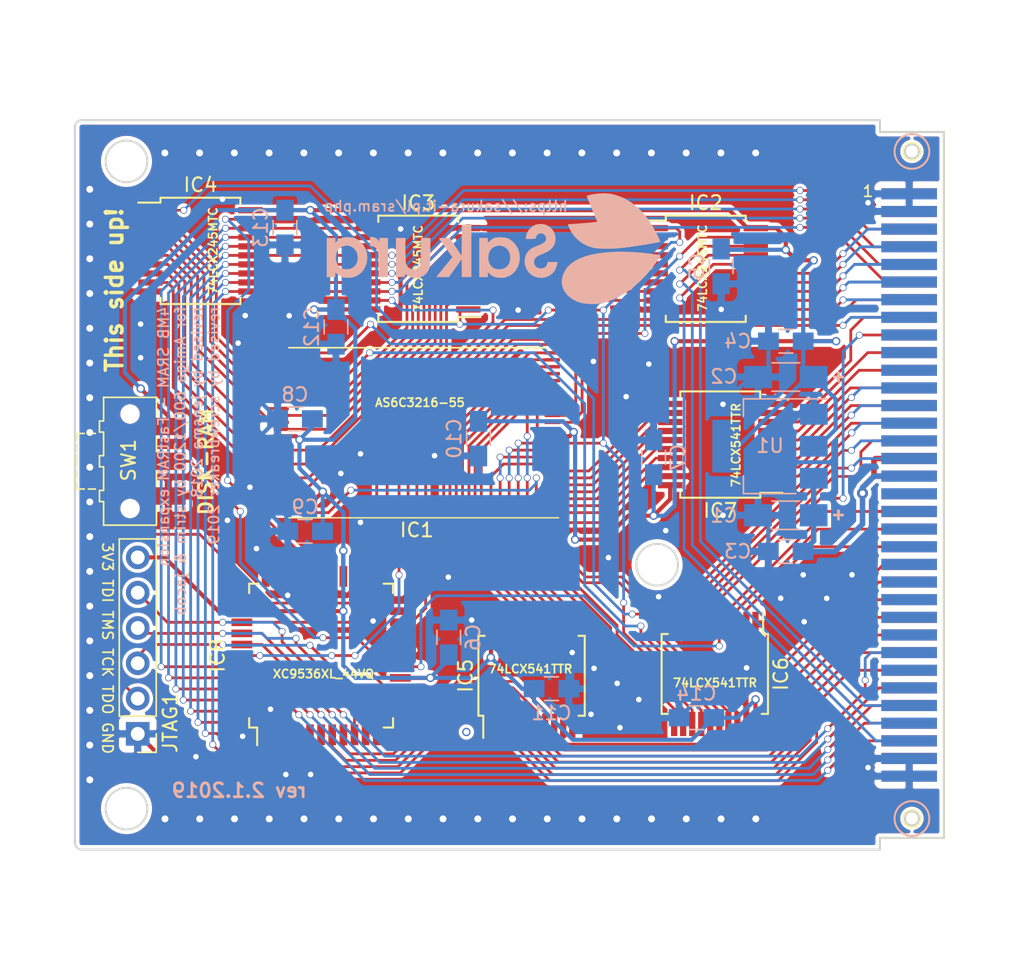
<source format=kicad_pcb>
(kicad_pcb (version 20171130) (host pcbnew 5.1.2-f72e74a~84~ubuntu16.04.1)
  (title_block (title "Sakura SRAM expansion") (date 2019-05-15) (rev 2.1.2019) (company screwbreaker) (comment 1 "revised by screwbreaker 2019") (comment 2 "revised by jensma 2018") (comment 3 "Original developers strim & jacob: https://sakura-it.pl/sram.php") (comment 4 "4MB PCMCIA SRAM expansion for Amiga 600 and 1200"))
  (layers (0 F.Cu power) (31 B.Cu power) (34 B.Paste user hide) (35 F.Paste user hide) (36 B.SilkS user) (37 F.SilkS user) (38 B.Mask user hide) (39 F.Mask user hide) (44 Edge.Cuts user))
  (net 0 "")
  (net 1 +3V3)
  (net 2 +5V)
  (net 3 GND)
  (net 4 /D10)
  (net 5 /D9)
  (net 6 /D8)
  (net 7 REG#)
  (net 8 /A21)
  (net 9 /A20)
  (net 10 /A19)
  (net 11 /A18)
  (net 12 /A17)
  (net 13 CE2#)
  (net 14 /D15)
  (net 15 /D14)
  (net 16 /D13)
  (net 17 /D12)
  (net 18 /D11)
  (net 19 /D2)
  (net 20 /D1)
  (net 21 /D0)
  (net 22 A0)
  (net 23 /A1)
  (net 24 /A2)
  (net 25 /A3)
  (net 26 /A4)
  (net 27 /A5)
  (net 28 /A6)
  (net 29 /A7)
  (net 30 /A12)
  (net 31 /A15)
  (net 32 /A16)
  (net 33 WE)
  (net 34 /A14)
  (net 35 /A13)
  (net 36 /A8)
  (net 37 /A9)
  (net 38 /A11)
  (net 39 OE)
  (net 40 /A10)
  (net 41 CE1#)
  (net 42 /D7)
  (net 43 /D6)
  (net 44 /D5)
  (net 45 /D4)
  (net 46 /D3)
  (net 47 /LA17)
  (net 48 /LA16)
  (net 49 /LA15)
  (net 50 /LA14)
  (net 51 /LA13)
  (net 52 /LA12)
  (net 53 /LA11)
  (net 54 /LA10)
  (net 55 /LA9)
  (net 56 /LA20)
  (net 57 /LA21)
  (net 58 L_WE)
  (net 59 L_OE)
  (net 60 /LA1)
  (net 61 /LA19)
  (net 62 /LA18)
  (net 63 /LA2)
  (net 64 /LA3)
  (net 65 /LA4)
  (net 66 /LA5)
  (net 67 /LA6)
  (net 68 /LA7)
  (net 69 /LA8)
  (net 70 /DO15)
  (net 71 /DO7)
  (net 72 /DO14)
  (net 73 /DO6)
  (net 74 /DO13)
  (net 75 /DO5)
  (net 76 /DO12)
  (net 77 /DO4)
  (net 78 /DO11)
  (net 79 /DO3)
  (net 80 /DO10)
  (net 81 /DO2)
  (net 82 /DO9)
  (net 83 /DO1)
  (net 84 /DO8)
  (net 85 /DO0)
  (net 86 CE_LOW)
  (net 87 CE_UPP#)
  (net 88 OE_EVEN)
  (net 89 TDO)
  (net 90 OE_ODD_LOW)
  (net 91 OE_ODD)
  (net 92 "Net-(IC8-Pad11)")
  (net 93 "Net-(IC8-Pad10)")
  (net 94 "Net-(IC8-Pad9)")
  (net 95 "Net-(IC8-Pad14)")
  (net 96 "Net-(IC5-Pad18)")
  (net 97 "Net-(IC5-Pad2)")
  (net 98 "Net-(IC8-Pad13)")
  (net 99 "Net-(IC8-Pad18)")
  (net 100 "Net-(IC8-Pad19)")
  (net 101 "Net-(IC8-Pad28)")
  (net 102 "Net-(IC8-Pad29)")
  (net 103 "Net-(IC8-Pad30)")
  (net 104 "Net-(IC8-Pad31)")
  (net 105 "Net-(IC8-Pad32)")
  (net 106 "Net-(IC8-Pad33)")
  (net 107 "Net-(IC8-Pad34)")
  (net 108 "Net-(X1-Pad63)")
  (net 109 "Net-(X1-Pad62)")
  (net 110 "Net-(X1-Pad60)")
  (net 111 "Net-(X1-Pad59)")
  (net 112 "Net-(X1-Pad58)")
  (net 113 "Net-(X1-Pad57)")
  (net 114 "Net-(X1-Pad56)")
  (net 115 "Net-(X1-Pad55)")
  (net 116 "Net-(X1-Pad54)")
  (net 117 "Net-(X1-Pad53)")
  (net 118 "Net-(X1-Pad52)")
  (net 119 "Net-(X1-Pad45)")
  (net 120 "Net-(X1-Pad44)")
  (net 121 "Net-(X1-Pad43)")
  (net 122 "Net-(X1-Pad18)")
  (net 123 "Net-(IC1-Pad13)")
  (module sakura:pcmcia (layer F.Cu) (at 174.46455 106.63345 270)
    (fp_text reference X1 hide)
    (fp_text value 95622-004LF)
    (pad 68 smd rect (at 20.96 -2 270) (size 0.8 4) (layers B.Cu B.Paste B.Mask) (net 3 GND))
    (pad 67 smd rect (at 19.69 -2 270) (size 0.8 4) (layers B.Cu B.Paste B.Mask) (net 3 GND))
    (pad 66 smd rect (at 18.42 -2 270) (size 0.8 4) (layers B.Cu B.Paste B.Mask) (net 4 /D10))
    (pad 65 smd rect (at 17.15 -2 270) (size 0.8 4) (layers B.Cu B.Paste B.Mask) (net 5 /D9))
    (pad 64 smd rect (at 15.88 -2 270) (size 0.8 4) (layers B.Cu B.Paste B.Mask) (net 6 /D8))
    (pad 63 smd rect (at 14.61 -2 270) (size 0.8 4) (layers B.Cu B.Paste B.Mask) (net 108 "Net-(X1-Pad63)"))
    (pad 62 smd rect (at 13.34 -2 270) (size 0.8 4) (layers B.Cu B.Paste B.Mask) (net 109 "Net-(X1-Pad62)"))
    (pad 61 smd rect (at 12.07 -2 270) (size 0.8 4) (layers B.Cu B.Paste B.Mask) (net 7 REG#))
    (pad 60 smd rect (at 10.8 -2 270) (size 0.8 4) (layers B.Cu B.Paste B.Mask) (net 110 "Net-(X1-Pad60)"))
    (pad 59 smd rect (at 9.53 -2 270) (size 0.8 4) (layers B.Cu B.Paste B.Mask) (net 111 "Net-(X1-Pad59)"))
    (pad 58 smd rect (at 8.26 -2 270) (size 0.8 4) (layers B.Cu B.Paste B.Mask) (net 112 "Net-(X1-Pad58)"))
    (pad 57 smd rect (at 6.99 -2 270) (size 0.8 4) (layers B.Cu B.Paste B.Mask) (net 113 "Net-(X1-Pad57)"))
    (pad 56 smd rect (at 5.72 -2 270) (size 0.8 4) (layers B.Cu B.Paste B.Mask) (net 114 "Net-(X1-Pad56)"))
    (pad 55 smd rect (at 4.45 -2 270) (size 0.8 4) (layers B.Cu B.Paste B.Mask) (net 115 "Net-(X1-Pad55)"))
    (pad 54 smd rect (at 3.18 -2 270) (size 0.8 4) (layers B.Cu B.Paste B.Mask) (net 116 "Net-(X1-Pad54)"))
    (pad 53 smd rect (at 1.91 -2 270) (size 0.8 4) (layers B.Cu B.Paste B.Mask) (net 117 "Net-(X1-Pad53)"))
    (pad 52 smd rect (at 0.64 -2 270) (size 0.8 4) (layers B.Cu B.Paste B.Mask) (net 118 "Net-(X1-Pad52)"))
    (pad 51 smd rect (at -0.63 -2 270) (size 0.8 4) (layers B.Cu B.Paste B.Mask) (net 2 +5V))
    (pad 50 smd rect (at -1.9 -2 270) (size 0.8 4) (layers B.Cu B.Paste B.Mask) (net 8 /A21))
    (pad 49 smd rect (at -3.17 -2 270) (size 0.8 4) (layers B.Cu B.Paste B.Mask) (net 9 /A20))
    (pad 48 smd rect (at -4.44 -2 270) (size 0.8 4) (layers B.Cu B.Paste B.Mask) (net 10 /A19))
    (pad 47 smd rect (at -5.71 -2 270) (size 0.8 4) (layers B.Cu B.Paste B.Mask) (net 11 /A18))
    (pad 46 smd rect (at -6.98 -2 270) (size 0.8 4) (layers B.Cu B.Paste B.Mask) (net 12 /A17))
    (pad 45 smd rect (at -8.25 -2 270) (size 0.8 4) (layers B.Cu B.Paste B.Mask) (net 119 "Net-(X1-Pad45)"))
    (pad 44 smd rect (at -9.52 -2 270) (size 0.8 4) (layers B.Cu B.Paste B.Mask) (net 120 "Net-(X1-Pad44)"))
    (pad 43 smd rect (at -10.79 -2 270) (size 0.8 4) (layers B.Cu B.Paste B.Mask) (net 121 "Net-(X1-Pad43)"))
    (pad 42 smd rect (at -12.06 -2 270) (size 0.8 4) (layers B.Cu B.Paste B.Mask) (net 13 CE2#))
    (pad 41 smd rect (at -13.33 -2 270) (size 0.8 4) (layers B.Cu B.Paste B.Mask) (net 14 /D15))
    (pad 40 smd rect (at -14.6 -2 270) (size 0.8 4) (layers B.Cu B.Paste B.Mask) (net 15 /D14))
    (pad 39 smd rect (at -15.87 -2 270) (size 0.8 4) (layers B.Cu B.Paste B.Mask) (net 16 /D13))
    (pad 38 smd rect (at -17.14 -2 270) (size 0.8 4) (layers B.Cu B.Paste B.Mask) (net 17 /D12))
    (pad 37 smd rect (at -18.41 -2 270) (size 0.8 4) (layers B.Cu B.Paste B.Mask) (net 18 /D11))
    (pad 36 smd rect (at -19.68 -2 270) (size 0.8 4) (layers B.Cu B.Paste B.Mask) (net 3 GND))
    (pad 35 smd rect (at -20.95 -2 270) (size 0.8 4) (layers B.Cu B.Paste B.Mask) (net 3 GND))
    (pad 34 smd rect (at 20.96 -2 270) (size 0.8 4) (layers F.Cu F.Paste F.Mask) (net 3 GND))
    (pad 33 smd rect (at 19.69 -2 270) (size 0.8 4) (layers F.Cu F.Paste F.Mask) (net 3 GND))
    (pad 32 smd rect (at 18.42 -2 270) (size 0.8 4) (layers F.Cu F.Paste F.Mask) (net 19 /D2))
    (pad 31 smd rect (at 17.15 -2 270) (size 0.8 4) (layers F.Cu F.Paste F.Mask) (net 20 /D1))
    (pad 30 smd rect (at 15.88 -2 270) (size 0.8 4) (layers F.Cu F.Paste F.Mask) (net 21 /D0))
    (pad 29 smd rect (at 14.61 -2 270) (size 0.8 4) (layers F.Cu F.Paste F.Mask) (net 22 A0))
    (pad 28 smd rect (at 13.34 -2 270) (size 0.8 4) (layers F.Cu F.Paste F.Mask) (net 23 /A1))
    (pad 27 smd rect (at 12.07 -2 270) (size 0.8 4) (layers F.Cu F.Paste F.Mask) (net 24 /A2))
    (pad 26 smd rect (at 10.8 -2 270) (size 0.8 4) (layers F.Cu F.Paste F.Mask) (net 25 /A3))
    (pad 25 smd rect (at 9.53 -2 270) (size 0.8 4) (layers F.Cu F.Paste F.Mask) (net 26 /A4))
    (pad 24 smd rect (at 8.26 -2 270) (size 0.8 4) (layers F.Cu F.Paste F.Mask) (net 27 /A5))
    (pad 23 smd rect (at 6.99 -2 270) (size 0.8 4) (layers F.Cu F.Paste F.Mask) (net 28 /A6))
    (pad 22 smd rect (at 5.72 -2 270) (size 0.8 4) (layers F.Cu F.Paste F.Mask) (net 29 /A7))
    (pad 21 smd rect (at 4.45 -2 270) (size 0.8 4) (layers F.Cu F.Paste F.Mask) (net 30 /A12))
    (pad 20 smd rect (at 3.18 -2 270) (size 0.8 4) (layers F.Cu F.Paste F.Mask) (net 31 /A15))
    (pad 19 smd rect (at 1.91 -2 270) (size 0.8 4) (layers F.Cu F.Paste F.Mask) (net 32 /A16))
    (pad 18 smd rect (at 0.64 -2 270) (size 0.8 4) (layers F.Cu F.Paste F.Mask) (net 122 "Net-(X1-Pad18)"))
    (pad 17 smd rect (at -0.63 -2 270) (size 0.8 4) (layers F.Cu F.Paste F.Mask) (net 2 +5V))
    (pad 16 smd rect (at -1.9 -2 270) (size 0.8 4) (layers F.Cu F.Paste F.Mask) (net 2 +5V))
    (pad 15 smd rect (at -3.17 -2 270) (size 0.8 4) (layers F.Cu F.Paste F.Mask) (net 33 WE))
    (pad 14 smd rect (at -4.44 -2 270) (size 0.8 4) (layers F.Cu F.Paste F.Mask) (net 34 /A14))
    (pad 13 smd rect (at -5.71 -2 270) (size 0.8 4) (layers F.Cu F.Paste F.Mask) (net 35 /A13))
    (pad 12 smd rect (at -6.98 -2 270) (size 0.8 4) (layers F.Cu F.Paste F.Mask) (net 36 /A8))
    (pad 11 smd rect (at -8.25 -2 270) (size 0.8 4) (layers F.Cu F.Paste F.Mask) (net 37 /A9))
    (pad 10 smd rect (at -9.52 -2 270) (size 0.8 4) (layers F.Cu F.Paste F.Mask) (net 38 /A11))
    (pad 9 smd rect (at -10.79 -2 270) (size 0.8 4) (layers F.Cu F.Paste F.Mask) (net 39 OE))
    (pad 8 smd rect (at -12.06 -2 270) (size 0.8 4) (layers F.Cu F.Paste F.Mask) (net 40 /A10))
    (pad 7 smd rect (at -13.33 -2 270) (size 0.8 4) (layers F.Cu F.Paste F.Mask) (net 41 CE1#))
    (pad 6 smd rect (at -14.6 -2 270) (size 0.8 4) (layers F.Cu F.Paste F.Mask) (net 42 /D7))
    (pad 5 smd rect (at -15.87 -2 270) (size 0.8 4) (layers F.Cu F.Paste F.Mask) (net 43 /D6))
    (pad 4 smd rect (at -17.14 -2 270) (size 0.8 4) (layers F.Cu F.Paste F.Mask) (net 44 /D5))
    (pad 3 smd rect (at -18.41 -2 270) (size 0.8 4) (layers F.Cu F.Paste F.Mask) (net 45 /D4))
    (pad 2 smd rect (at -19.68 -2 270) (size 0.8 4) (layers F.Cu F.Paste F.Mask) (net 46 /D3))
    (pad 1 smd rect (at -20.95 -2 270) (size 0.8 4) (layers F.Cu F.Paste F.Mask) (net 3 GND))
  )
  (module sakura:viabar (layer F.Cu) (at 117.51445 106.80979 90)
    (fp_text reference J3 hide)
    (fp_text value TEST_1P)
    (pad 1 thru_hole circle (at -21.05 0.01 90) (size 0.8 0.8) (drill 0.5) (layers *.Cu *.Mask) (net 3 GND))
    (pad 1 thru_hole circle (at -18.55 0.01 90) (size 0.8 0.8) (drill 0.5) (layers *.Cu *.Mask) (net 3 GND))
    (pad 1 thru_hole circle (at -16.05 0.01 90) (size 0.8 0.8) (drill 0.5) (layers *.Cu *.Mask) (net 3 GND))
    (pad 1 thru_hole circle (at -13.55 0.01 90) (size 0.8 0.8) (drill 0.5) (layers *.Cu *.Mask) (net 3 GND))
    (pad 1 thru_hole circle (at -11.05 0.01 90) (size 0.8 0.8) (drill 0.5) (layers *.Cu *.Mask) (net 3 GND))
    (pad 1 thru_hole circle (at -8.55 0.01 90) (size 0.8 0.8) (drill 0.5) (layers *.Cu *.Mask) (net 3 GND))
    (pad 1 thru_hole circle (at -6.05 0.01 90) (size 0.8 0.8) (drill 0.5) (layers *.Cu *.Mask) (net 3 GND))
    (pad 1 thru_hole circle (at -3.55 0.01 90) (size 0.8 0.8) (drill 0.5) (layers *.Cu *.Mask) (net 3 GND))
    (pad 1 thru_hole circle (at -1.05 0.01 90) (size 0.8 0.8) (drill 0.5) (layers *.Cu *.Mask) (net 3 GND))
    (pad 1 thru_hole circle (at 1.45 0.01 90) (size 0.8 0.8) (drill 0.5) (layers *.Cu *.Mask) (net 3 GND))
    (pad 1 thru_hole circle (at 3.95 0.01 90) (size 0.8 0.8) (drill 0.5) (layers *.Cu *.Mask) (net 3 GND))
    (pad 1 thru_hole circle (at 6.45 0.01 90) (size 0.8 0.8) (drill 0.5) (layers *.Cu *.Mask) (net 3 GND))
    (pad 1 thru_hole circle (at 8.95 0.01 90) (size 0.8 0.8) (drill 0.5) (layers *.Cu *.Mask) (net 3 GND))
    (pad 1 thru_hole circle (at 11.45 0.01 90) (size 0.8 0.8) (drill 0.5) (layers *.Cu *.Mask) (net 3 GND))
    (pad 1 thru_hole circle (at 13.95 0.01 90) (size 0.8 0.8) (drill 0.5) (layers *.Cu *.Mask) (net 3 GND))
    (pad 1 thru_hole circle (at 16.45 0.01 90) (size 0.8 0.8) (drill 0.5) (layers *.Cu *.Mask) (net 3 GND))
    (pad 1 thru_hole circle (at 18.95 0.01 90) (size 0.8 0.8) (drill 0.5) (layers *.Cu *.Mask) (net 3 GND))
    (pad 1 thru_hole circle (at 21.45 0.01 90) (size 0.8 0.8) (drill 0.5) (layers *.Cu *.Mask) (net 3 GND))
  )
  (module sakura:viabar (layer F.Cu) (at 143.98445 130.65979)
    (fp_text reference J2 hide)
    (fp_text value TEST_1P)
    (pad 1 thru_hole circle (at -21.05 0.01) (size 0.8 0.8) (drill 0.5) (layers *.Cu *.Mask) (net 3 GND))
    (pad 1 thru_hole circle (at -18.55 0.01) (size 0.8 0.8) (drill 0.5) (layers *.Cu *.Mask) (net 3 GND))
    (pad 1 thru_hole circle (at -16.05 0.01) (size 0.8 0.8) (drill 0.5) (layers *.Cu *.Mask) (net 3 GND))
    (pad 1 thru_hole circle (at -13.55 0.01) (size 0.8 0.8) (drill 0.5) (layers *.Cu *.Mask) (net 3 GND))
    (pad 1 thru_hole circle (at -11.05 0.01) (size 0.8 0.8) (drill 0.5) (layers *.Cu *.Mask) (net 3 GND))
    (pad 1 thru_hole circle (at -8.55 0.01) (size 0.8 0.8) (drill 0.5) (layers *.Cu *.Mask) (net 3 GND))
    (pad 1 thru_hole circle (at -6.05 0.01) (size 0.8 0.8) (drill 0.5) (layers *.Cu *.Mask) (net 3 GND))
    (pad 1 thru_hole circle (at -3.55 0.01) (size 0.8 0.8) (drill 0.5) (layers *.Cu *.Mask) (net 3 GND))
    (pad 1 thru_hole circle (at -1.05 0.01) (size 0.8 0.8) (drill 0.5) (layers *.Cu *.Mask) (net 3 GND))
    (pad 1 thru_hole circle (at 1.45 0.01) (size 0.8 0.8) (drill 0.5) (layers *.Cu *.Mask) (net 3 GND))
    (pad 1 thru_hole circle (at 3.95 0.01) (size 0.8 0.8) (drill 0.5) (layers *.Cu *.Mask) (net 3 GND))
    (pad 1 thru_hole circle (at 6.45 0.01) (size 0.8 0.8) (drill 0.5) (layers *.Cu *.Mask) (net 3 GND))
    (pad 1 thru_hole circle (at 8.95 0.01) (size 0.8 0.8) (drill 0.5) (layers *.Cu *.Mask) (net 3 GND))
    (pad 1 thru_hole circle (at 11.45 0.01) (size 0.8 0.8) (drill 0.5) (layers *.Cu *.Mask) (net 3 GND))
    (pad 1 thru_hole circle (at 13.95 0.01) (size 0.8 0.8) (drill 0.5) (layers *.Cu *.Mask) (net 3 GND))
    (pad 1 thru_hole circle (at 16.45 0.01) (size 0.8 0.8) (drill 0.5) (layers *.Cu *.Mask) (net 3 GND))
    (pad 1 thru_hole circle (at 18.95 0.01) (size 0.8 0.8) (drill 0.5) (layers *.Cu *.Mask) (net 3 GND))
    (pad 1 thru_hole circle (at 21.45 0.01) (size 0.8 0.8) (drill 0.5) (layers *.Cu *.Mask) (net 3 GND))
  )
  (module sakura:viabar (layer F.Cu) (at 143.97445 82.72979)
    (fp_text reference J1 hide)
    (fp_text value TEST_1P)
    (pad 1 thru_hole circle (at -21.05 0.01) (size 0.8 0.8) (drill 0.5) (layers *.Cu *.Mask) (net 3 GND))
    (pad 1 thru_hole circle (at -18.55 0.01) (size 0.8 0.8) (drill 0.5) (layers *.Cu *.Mask) (net 3 GND))
    (pad 1 thru_hole circle (at -16.05 0.01) (size 0.8 0.8) (drill 0.5) (layers *.Cu *.Mask) (net 3 GND))
    (pad 1 thru_hole circle (at -13.55 0.01) (size 0.8 0.8) (drill 0.5) (layers *.Cu *.Mask) (net 3 GND))
    (pad 1 thru_hole circle (at -11.05 0.01) (size 0.8 0.8) (drill 0.5) (layers *.Cu *.Mask) (net 3 GND))
    (pad 1 thru_hole circle (at -8.55 0.01) (size 0.8 0.8) (drill 0.5) (layers *.Cu *.Mask) (net 3 GND))
    (pad 1 thru_hole circle (at -6.05 0.01) (size 0.8 0.8) (drill 0.5) (layers *.Cu *.Mask) (net 3 GND))
    (pad 1 thru_hole circle (at -3.55 0.01) (size 0.8 0.8) (drill 0.5) (layers *.Cu *.Mask) (net 3 GND))
    (pad 1 thru_hole circle (at -1.05 0.01) (size 0.8 0.8) (drill 0.5) (layers *.Cu *.Mask) (net 3 GND))
    (pad 1 thru_hole circle (at 1.45 0.01) (size 0.8 0.8) (drill 0.5) (layers *.Cu *.Mask) (net 3 GND))
    (pad 1 thru_hole circle (at 3.95 0.01) (size 0.8 0.8) (drill 0.5) (layers *.Cu *.Mask) (net 3 GND))
    (pad 1 thru_hole circle (at 6.45 0.01) (size 0.8 0.8) (drill 0.5) (layers *.Cu *.Mask) (net 3 GND))
    (pad 1 thru_hole circle (at 8.95 0.01) (size 0.8 0.8) (drill 0.5) (layers *.Cu *.Mask) (net 3 GND))
    (pad 1 thru_hole circle (at 11.45 0.01) (size 0.8 0.8) (drill 0.5) (layers *.Cu *.Mask) (net 3 GND))
    (pad 1 thru_hole circle (at 13.95 0.01) (size 0.8 0.8) (drill 0.5) (layers *.Cu *.Mask) (net 3 GND))
    (pad 1 thru_hole circle (at 16.45 0.01) (size 0.8 0.8) (drill 0.5) (layers *.Cu *.Mask) (net 3 GND))
    (pad 1 thru_hole circle (at 18.95 0.01) (size 0.8 0.8) (drill 0.5) (layers *.Cu *.Mask) (net 3 GND))
    (pad 1 thru_hole circle (at 21.45 0.01) (size 0.8 0.8) (drill 0.5) (layers *.Cu *.Mask) (net 3 GND))
  )
  (module Buttons_Switches_SMD:SW_SPDT_CK-JS102011SAQN (layer F.Cu) (at 120.42045 104.93179 270)
    (fp_text reference SW1 (at -0.07634 0.1087 270) (layer F.SilkS))
    (fp_text value CK-JS102011SAQN)
    (pad 1 smd rect (at -2.5 -2.75 270) (size 1.25 2.5) (layers F.Cu F.Paste F.Mask) (net 1 +3V3))
    (pad 2 smd rect (at 0 -2.75 270) (size 1.25 2.5) (layers F.Cu F.Paste F.Mask) (net 95 "Net-(IC8-Pad14)"))
    (pad 3 smd rect (at 2.5 -2.75 270) (size 1.25 2.5) (layers F.Cu F.Paste F.Mask) (net 3 GND))
    (pad "" np_thru_hole circle (at -3.4 0 270) (size 0.9 0.9) (drill 0.9) (layers *.Cu *.Mask))
    (pad "" np_thru_hole circle (at 3.4 0 270) (size 0.9 0.9) (drill 0.9) (layers *.Cu *.Mask))
  )
  (module sakura:logo (layer B.Cu) (at 146.69727 89.60529 180)
    (fp_text reference V1 hide)
    (fp_text value Sakura hide)
  )
  (module Capacitors_SMD:C_0805_HandSoldering (layer B.Cu) (at 161.1643 123.38994 180)
    (fp_text reference C14 (at 0 1.75 180) (layer B.SilkS) (effects (justify mirror)))
    (fp_text value 0,1uF)
    (pad 1 smd rect (at -1.25 0 180) (size 1.5 1.25) (layers B.Cu B.Paste B.Mask) (net 1 +3V3))
    (pad 2 smd rect (at 1.25 0 180) (size 1.5 1.25) (layers B.Cu B.Paste B.Mask) (net 3 GND))
  )
  (module Capacitors_SMD:C_0805_HandSoldering (layer B.Cu) (at 167.5843 111.41994 180)
    (fp_text reference C3 (at 3.44985 0 180) (layer B.SilkS) (effects (justify mirror)))
    (fp_text value 0,1uF)
    (pad 2 smd rect (at 1.25 0 180) (size 1.5 1.25) (layers B.Cu B.Paste B.Mask) (net 3 GND))
    (pad 1 smd rect (at -1.25 0 180) (size 1.5 1.25) (layers B.Cu B.Paste B.Mask) (net 2 +5V))
  )
  (module Capacitors_SMD:C_0805_HandSoldering (layer B.Cu) (at 162.9443 90.90994 270)
    (fp_text reference C5 (at 0 1.75 270) (layer B.SilkS) (effects (justify mirror)))
    (fp_text value 0,1uF)
    (pad 1 smd rect (at -1.25 0 270) (size 1.5 1.25) (layers B.Cu B.Paste B.Mask) (net 1 +3V3))
    (pad 2 smd rect (at 1.25 0 270) (size 1.5 1.25) (layers B.Cu B.Paste B.Mask) (net 3 GND))
  )
  (module Capacitors_SMD:C_0805_HandSoldering (layer B.Cu) (at 143.34445 117.60979 90)
    (fp_text reference C6 (at 0 1.75 90) (layer B.SilkS) (effects (justify mirror)))
    (fp_text value 0,1uF)
    (pad 2 smd rect (at 1.25 0 90) (size 1.5 1.25) (layers B.Cu B.Paste B.Mask) (net 3 GND))
    (pad 1 smd rect (at -1.25 0 90) (size 1.5 1.25) (layers B.Cu B.Paste B.Mask) (net 1 +3V3))
  )
  (module Capacitors_SMD:C_0805_HandSoldering (layer B.Cu) (at 158.08445 104.64979 90)
    (fp_text reference C7 (at 0 1.75 90) (layer B.SilkS) (effects (justify mirror)))
    (fp_text value 0,1uF)
    (pad 1 smd rect (at -1.25 0 90) (size 1.5 1.25) (layers B.Cu B.Paste B.Mask) (net 1 +3V3))
    (pad 2 smd rect (at 1.25 0 90) (size 1.5 1.25) (layers B.Cu B.Paste B.Mask) (net 3 GND))
  )
  (module Capacitors_SMD:C_0805_HandSoldering (layer B.Cu) (at 132.2843 101.87994 180)
    (fp_text reference C8 (at 0 1.75 180) (layer B.SilkS) (effects (justify mirror)))
    (fp_text value 0,1uF)
    (pad 2 smd rect (at 1.25 0 180) (size 1.5 1.25) (layers B.Cu B.Paste B.Mask) (net 3 GND))
    (pad 1 smd rect (at -1.25 0 180) (size 1.5 1.25) (layers B.Cu B.Paste B.Mask) (net 1 +3V3))
  )
  (module Capacitors_SMD:C_0805_HandSoldering (layer B.Cu) (at 133.0143 109.96994 180)
    (fp_text reference C9 (at 0 1.75 180) (layer B.SilkS) (effects (justify mirror)))
    (fp_text value 0,1uF)
    (pad 1 smd rect (at -1.25 0 180) (size 1.5 1.25) (layers B.Cu B.Paste B.Mask) (net 1 +3V3))
    (pad 2 smd rect (at 1.25 0 180) (size 1.5 1.25) (layers B.Cu B.Paste B.Mask) (net 3 GND))
  )
  (module Capacitors_SMD:C_0805_HandSoldering (layer B.Cu) (at 145.48445 103.29979 270)
    (fp_text reference C10 (at 0 1.75 270) (layer B.SilkS) (effects (justify mirror)))
    (fp_text value 0,1uF)
    (pad 2 smd rect (at 1.25 0 270) (size 1.5 1.25) (layers B.Cu B.Paste B.Mask) (net 3 GND))
    (pad 1 smd rect (at -1.25 0 270) (size 1.5 1.25) (layers B.Cu B.Paste B.Mask) (net 1 +3V3))
  )
  (module Capacitors_SMD:C_0805_HandSoldering (layer B.Cu) (at 150.7343 121.29994)
    (fp_text reference C11 (at 0 1.75) (layer B.SilkS) (effects (justify mirror)))
    (fp_text value 0,1uF)
    (pad 1 smd rect (at -1.25 0) (size 1.5 1.25) (layers B.Cu B.Paste B.Mask) (net 1 +3V3))
    (pad 2 smd rect (at 1.25 0) (size 1.5 1.25) (layers B.Cu B.Paste B.Mask) (net 3 GND))
  )
  (module Capacitors_SMD:C_0805_HandSoldering (layer B.Cu) (at 135.2343 95.25994 270)
    (fp_text reference C12 (at 0 1.75 270) (layer B.SilkS) (effects (justify mirror)))
    (fp_text value 0,1uF)
    (pad 2 smd rect (at 1.25 0 270) (size 1.5 1.25) (layers B.Cu B.Paste B.Mask) (net 3 GND))
    (pad 1 smd rect (at -1.25 0 270) (size 1.5 1.25) (layers B.Cu B.Paste B.Mask) (net 1 +3V3))
  )
  (module Capacitors_SMD:C_0805_HandSoldering (layer B.Cu) (at 131.5643 88.10994 270)
    (fp_text reference C13 (at 0 1.75 270) (layer B.SilkS) (effects (justify mirror)))
    (fp_text value 0,1uF)
    (pad 1 smd rect (at -1.25 0 270) (size 1.5 1.25) (layers B.Cu B.Paste B.Mask) (net 1 +3V3))
    (pad 2 smd rect (at 1.25 0 270) (size 1.5 1.25) (layers B.Cu B.Paste B.Mask) (net 3 GND))
  )
  (module Capacitors_SMD:C_0805_HandSoldering (layer B.Cu) (at 167.5943 96.28994 180)
    (fp_text reference C4 (at 3.45985 0 180) (layer B.SilkS) (effects (justify mirror)))
    (fp_text value 0,1uF)
    (pad 2 smd rect (at 1.25 0 180) (size 1.5 1.25) (layers B.Cu B.Paste B.Mask) (net 3 GND))
    (pad 1 smd rect (at -1.25 0 180) (size 1.5 1.25) (layers B.Cu B.Paste B.Mask) (net 1 +3V3))
  )
  (module Capacitors_SMD:C_1206_HandSoldering (layer B.Cu) (at 167.5943 108.81994 180)
    (fp_text reference C1 (at 4.45985 -0.00985 180) (layer B.SilkS) (effects (justify mirror)))
    (fp_text value 10uF/6,3V)
    (pad 2 smd rect (at 2 0 180) (size 2 1.6) (layers B.Cu B.Paste B.Mask) (net 3 GND))
    (pad 1 smd rect (at -2 0 180) (size 2 1.6) (layers B.Cu B.Paste B.Mask) (net 2 +5V))
  )
  (module Capacitors_SMD:C_1206_HandSoldering (layer B.Cu) (at 167.5943 98.86994 180)
    (fp_text reference C2 (at 4.45985 0.04015 180) (layer B.SilkS) (effects (justify mirror)))
    (fp_text value 10uF/6,3V)
    (pad 1 smd rect (at -2 0 180) (size 2 1.6) (layers B.Cu B.Paste B.Mask) (net 1 +3V3))
    (pad 2 smd rect (at 2 0 180) (size 2 1.6) (layers B.Cu B.Paste B.Mask) (net 3 GND))
  )
  (module TO_SOT_Packages_SMD:SOT-223-3_TabPin2 (layer B.Cu) (at 166.45445 103.84979 180)
    (fp_text reference U1 (at 0 0.04 180) (layer B.SilkS) (effects (justify mirror)))
    (fp_text value LM1117-3.3)
    (pad 1 smd rect (at -3.15 2.3 180) (size 2 1.5) (layers B.Cu B.Paste B.Mask) (net 3 GND))
    (pad 3 smd rect (at -3.15 -2.3 180) (size 2 1.5) (layers B.Cu B.Paste B.Mask) (net 2 +5V))
    (pad 2 smd rect (at -3.15 0 180) (size 2 1.5) (layers B.Cu B.Paste B.Mask) (net 1 +3V3))
    (pad 2 smd rect (at 3.15 0 180) (size 2 3.8) (layers B.Cu B.Paste B.Mask) (net 1 +3V3))
  )
  (module Housings_SSOP:SSOP-20_5.3x7.2mm_Pitch0.65mm (layer F.Cu) (at 161.8343 91.07994)
    (fp_text reference IC2 (at 0 -4.75) (layer F.SilkS))
    (fp_text value 74LCX245MTC)
    (pad 1 smd rect (at -3.6 -2.925) (size 1.75 0.45) (layers F.Cu F.Paste F.Mask) (net 58 L_WE))
    (pad 2 smd rect (at -3.6 -2.275) (size 1.75 0.45) (layers F.Cu F.Paste F.Mask) (net 84 /DO8))
    (pad 3 smd rect (at -3.6 -1.625) (size 1.75 0.45) (layers F.Cu F.Paste F.Mask) (net 82 /DO9))
    (pad 4 smd rect (at -3.6 -0.975) (size 1.75 0.45) (layers F.Cu F.Paste F.Mask) (net 80 /DO10))
    (pad 5 smd rect (at -3.6 -0.325) (size 1.75 0.45) (layers F.Cu F.Paste F.Mask) (net 78 /DO11))
    (pad 6 smd rect (at -3.6 0.325) (size 1.75 0.45) (layers F.Cu F.Paste F.Mask) (net 76 /DO12))
    (pad 7 smd rect (at -3.6 0.975) (size 1.75 0.45) (layers F.Cu F.Paste F.Mask) (net 74 /DO13))
    (pad 8 smd rect (at -3.6 1.625) (size 1.75 0.45) (layers F.Cu F.Paste F.Mask) (net 72 /DO14))
    (pad 9 smd rect (at -3.6 2.275) (size 1.75 0.45) (layers F.Cu F.Paste F.Mask) (net 70 /DO15))
    (pad 10 smd rect (at -3.6 2.925) (size 1.75 0.45) (layers F.Cu F.Paste F.Mask) (net 3 GND))
    (pad 11 smd rect (at 3.6 2.925) (size 1.75 0.45) (layers F.Cu F.Paste F.Mask) (net 14 /D15))
    (pad 12 smd rect (at 3.6 2.275) (size 1.75 0.45) (layers F.Cu F.Paste F.Mask) (net 15 /D14))
    (pad 13 smd rect (at 3.6 1.625) (size 1.75 0.45) (layers F.Cu F.Paste F.Mask) (net 16 /D13))
    (pad 14 smd rect (at 3.6 0.975) (size 1.75 0.45) (layers F.Cu F.Paste F.Mask) (net 17 /D12))
    (pad 15 smd rect (at 3.6 0.325) (size 1.75 0.45) (layers F.Cu F.Paste F.Mask) (net 18 /D11))
    (pad 16 smd rect (at 3.6 -0.325) (size 1.75 0.45) (layers F.Cu F.Paste F.Mask) (net 4 /D10))
    (pad 17 smd rect (at 3.6 -0.975) (size 1.75 0.45) (layers F.Cu F.Paste F.Mask) (net 5 /D9))
    (pad 18 smd rect (at 3.6 -1.625) (size 1.75 0.45) (layers F.Cu F.Paste F.Mask) (net 6 /D8))
    (pad 19 smd rect (at 3.6 -2.275) (size 1.75 0.45) (layers F.Cu F.Paste F.Mask) (net 91 OE_ODD))
    (pad 20 smd rect (at 3.6 -2.925) (size 1.75 0.45) (layers F.Cu F.Paste F.Mask) (net 1 +3V3))
  )
  (module Housings_SSOP:SSOP-20_5.3x7.2mm_Pitch0.65mm (layer F.Cu) (at 141.1543 91.07994 180)
    (fp_text reference IC3 (at 0 4.75 180) (layer F.SilkS))
    (fp_text value 74LCX245MTC)
    (pad 20 smd rect (at 3.6 -2.925 180) (size 1.75 0.45) (layers F.Cu F.Paste F.Mask) (net 1 +3V3))
    (pad 19 smd rect (at 3.6 -2.275 180) (size 1.75 0.45) (layers F.Cu F.Paste F.Mask) (net 90 OE_ODD_LOW))
    (pad 18 smd rect (at 3.6 -1.625 180) (size 1.75 0.45) (layers F.Cu F.Paste F.Mask) (net 42 /D7))
    (pad 17 smd rect (at 3.6 -0.975 180) (size 1.75 0.45) (layers F.Cu F.Paste F.Mask) (net 43 /D6))
    (pad 16 smd rect (at 3.6 -0.325 180) (size 1.75 0.45) (layers F.Cu F.Paste F.Mask) (net 44 /D5))
    (pad 15 smd rect (at 3.6 0.325 180) (size 1.75 0.45) (layers F.Cu F.Paste F.Mask) (net 45 /D4))
    (pad 14 smd rect (at 3.6 0.975 180) (size 1.75 0.45) (layers F.Cu F.Paste F.Mask) (net 46 /D3))
    (pad 13 smd rect (at 3.6 1.625 180) (size 1.75 0.45) (layers F.Cu F.Paste F.Mask) (net 19 /D2))
    (pad 12 smd rect (at 3.6 2.275 180) (size 1.75 0.45) (layers F.Cu F.Paste F.Mask) (net 20 /D1))
    (pad 11 smd rect (at 3.6 2.925 180) (size 1.75 0.45) (layers F.Cu F.Paste F.Mask) (net 21 /D0))
    (pad 10 smd rect (at -3.6 2.925 180) (size 1.75 0.45) (layers F.Cu F.Paste F.Mask) (net 3 GND))
    (pad 9 smd rect (at -3.6 2.275 180) (size 1.75 0.45) (layers F.Cu F.Paste F.Mask) (net 84 /DO8))
    (pad 8 smd rect (at -3.6 1.625 180) (size 1.75 0.45) (layers F.Cu F.Paste F.Mask) (net 82 /DO9))
    (pad 7 smd rect (at -3.6 0.975 180) (size 1.75 0.45) (layers F.Cu F.Paste F.Mask) (net 80 /DO10))
    (pad 6 smd rect (at -3.6 0.325 180) (size 1.75 0.45) (layers F.Cu F.Paste F.Mask) (net 78 /DO11))
    (pad 5 smd rect (at -3.6 -0.325 180) (size 1.75 0.45) (layers F.Cu F.Paste F.Mask) (net 76 /DO12))
    (pad 4 smd rect (at -3.6 -0.975 180) (size 1.75 0.45) (layers F.Cu F.Paste F.Mask) (net 74 /DO13))
    (pad 3 smd rect (at -3.6 -1.625 180) (size 1.75 0.45) (layers F.Cu F.Paste F.Mask) (net 72 /DO14))
    (pad 2 smd rect (at -3.6 -2.275 180) (size 1.75 0.45) (layers F.Cu F.Paste F.Mask) (net 70 /DO15))
    (pad 1 smd rect (at -3.6 -2.925 180) (size 1.75 0.45) (layers F.Cu F.Paste F.Mask) (net 58 L_WE))
  )
  (module Housings_SSOP:SSOP-20_5.3x7.2mm_Pitch0.65mm (layer F.Cu) (at 125.4843 89.78994)
    (fp_text reference IC4 (at 0 -4.75) (layer F.SilkS))
    (fp_text value 74LCX245MTC)
    (pad 1 smd rect (at -3.6 -2.925) (size 1.75 0.45) (layers F.Cu F.Paste F.Mask) (net 58 L_WE))
    (pad 2 smd rect (at -3.6 -2.275) (size 1.75 0.45) (layers F.Cu F.Paste F.Mask) (net 85 /DO0))
    (pad 3 smd rect (at -3.6 -1.625) (size 1.75 0.45) (layers F.Cu F.Paste F.Mask) (net 83 /DO1))
    (pad 4 smd rect (at -3.6 -0.975) (size 1.75 0.45) (layers F.Cu F.Paste F.Mask) (net 81 /DO2))
    (pad 5 smd rect (at -3.6 -0.325) (size 1.75 0.45) (layers F.Cu F.Paste F.Mask) (net 79 /DO3))
    (pad 6 smd rect (at -3.6 0.325) (size 1.75 0.45) (layers F.Cu F.Paste F.Mask) (net 77 /DO4))
    (pad 7 smd rect (at -3.6 0.975) (size 1.75 0.45) (layers F.Cu F.Paste F.Mask) (net 75 /DO5))
    (pad 8 smd rect (at -3.6 1.625) (size 1.75 0.45) (layers F.Cu F.Paste F.Mask) (net 73 /DO6))
    (pad 9 smd rect (at -3.6 2.275) (size 1.75 0.45) (layers F.Cu F.Paste F.Mask) (net 71 /DO7))
    (pad 10 smd rect (at -3.6 2.925) (size 1.75 0.45) (layers F.Cu F.Paste F.Mask) (net 3 GND))
    (pad 11 smd rect (at 3.6 2.925) (size 1.75 0.45) (layers F.Cu F.Paste F.Mask) (net 42 /D7))
    (pad 12 smd rect (at 3.6 2.275) (size 1.75 0.45) (layers F.Cu F.Paste F.Mask) (net 43 /D6))
    (pad 13 smd rect (at 3.6 1.625) (size 1.75 0.45) (layers F.Cu F.Paste F.Mask) (net 44 /D5))
    (pad 14 smd rect (at 3.6 0.975) (size 1.75 0.45) (layers F.Cu F.Paste F.Mask) (net 45 /D4))
    (pad 15 smd rect (at 3.6 0.325) (size 1.75 0.45) (layers F.Cu F.Paste F.Mask) (net 46 /D3))
    (pad 16 smd rect (at 3.6 -0.325) (size 1.75 0.45) (layers F.Cu F.Paste F.Mask) (net 19 /D2))
    (pad 17 smd rect (at 3.6 -0.975) (size 1.75 0.45) (layers F.Cu F.Paste F.Mask) (net 20 /D1))
    (pad 18 smd rect (at 3.6 -1.625) (size 1.75 0.45) (layers F.Cu F.Paste F.Mask) (net 21 /D0))
    (pad 19 smd rect (at 3.6 -2.275) (size 1.75 0.45) (layers F.Cu F.Paste F.Mask) (net 88 OE_EVEN))
    (pad 20 smd rect (at 3.6 -2.925) (size 1.75 0.45) (layers F.Cu F.Paste F.Mask) (net 1 +3V3))
  )
  (module Housings_SSOP:SSOP-20_5.3x7.2mm_Pitch0.65mm (layer F.Cu) (at 149.3043 120.36994 90)
    (fp_text reference IC5 (at 0 -4.75 90) (layer F.SilkS))
    (fp_text value 74LCX541TTR)
    (pad 20 smd rect (at 3.6 -2.925 90) (size 1.75 0.45) (layers F.Cu F.Paste F.Mask) (net 1 +3V3))
    (pad 19 smd rect (at 3.6 -2.275 90) (size 1.75 0.45) (layers F.Cu F.Paste F.Mask) (net 3 GND))
    (pad 18 smd rect (at 3.6 -1.625 90) (size 1.75 0.45) (layers F.Cu F.Paste F.Mask) (net 96 "Net-(IC5-Pad18)"))
    (pad 17 smd rect (at 3.6 -0.975 90) (size 1.75 0.45) (layers F.Cu F.Paste F.Mask) (net 63 /LA2))
    (pad 16 smd rect (at 3.6 -0.325 90) (size 1.75 0.45) (layers F.Cu F.Paste F.Mask) (net 64 /LA3))
    (pad 15 smd rect (at 3.6 0.325 90) (size 1.75 0.45) (layers F.Cu F.Paste F.Mask) (net 65 /LA4))
    (pad 14 smd rect (at 3.6 0.975 90) (size 1.75 0.45) (layers F.Cu F.Paste F.Mask) (net 66 /LA5))
    (pad 13 smd rect (at 3.6 1.625 90) (size 1.75 0.45) (layers F.Cu F.Paste F.Mask) (net 67 /LA6))
    (pad 12 smd rect (at 3.6 2.275 90) (size 1.75 0.45) (layers F.Cu F.Paste F.Mask) (net 68 /LA7))
    (pad 11 smd rect (at 3.6 2.925 90) (size 1.75 0.45) (layers F.Cu F.Paste F.Mask) (net 69 /LA8))
    (pad 10 smd rect (at -3.6 2.925 90) (size 1.75 0.45) (layers F.Cu F.Paste F.Mask) (net 3 GND))
    (pad 9 smd rect (at -3.6 2.275 90) (size 1.75 0.45) (layers F.Cu F.Paste F.Mask) (net 29 /A7))
    (pad 8 smd rect (at -3.6 1.625 90) (size 1.75 0.45) (layers F.Cu F.Paste F.Mask) (net 28 /A6))
    (pad 7 smd rect (at -3.6 0.975 90) (size 1.75 0.45) (layers F.Cu F.Paste F.Mask) (net 27 /A5))
    (pad 6 smd rect (at -3.6 0.325 90) (size 1.75 0.45) (layers F.Cu F.Paste F.Mask) (net 26 /A4))
    (pad 5 smd rect (at -3.6 -0.325 90) (size 1.75 0.45) (layers F.Cu F.Paste F.Mask) (net 25 /A3))
    (pad 4 smd rect (at -3.6 -0.975 90) (size 1.75 0.45) (layers F.Cu F.Paste F.Mask) (net 24 /A2))
    (pad 3 smd rect (at -3.6 -1.625 90) (size 1.75 0.45) (layers F.Cu F.Paste F.Mask) (net 23 /A1))
    (pad 2 smd rect (at -3.6 -2.275 90) (size 1.75 0.45) (layers F.Cu F.Paste F.Mask) (net 97 "Net-(IC5-Pad2)"))
    (pad 1 smd rect (at -3.6 -2.925 90) (size 1.75 0.45) (layers F.Cu F.Paste F.Mask) (net 3 GND))
  )
  (module Housings_SSOP:SSOP-20_5.3x7.2mm_Pitch0.65mm (layer F.Cu) (at 162.4843 120.23994 270)
    (fp_text reference IC6 (at 0 -4.75 270) (layer F.SilkS))
    (fp_text value 74LCX541TTR)
    (pad 1 smd rect (at -3.6 -2.925 270) (size 1.75 0.45) (layers F.Cu F.Paste F.Mask) (net 3 GND))
    (pad 2 smd rect (at -3.6 -2.275 270) (size 1.75 0.45) (layers F.Cu F.Paste F.Mask) (net 30 /A12))
    (pad 3 smd rect (at -3.6 -1.625 270) (size 1.75 0.45) (layers F.Cu F.Paste F.Mask) (net 31 /A15))
    (pad 4 smd rect (at -3.6 -0.975 270) (size 1.75 0.45) (layers F.Cu F.Paste F.Mask) (net 32 /A16))
    (pad 5 smd rect (at -3.6 -0.325 270) (size 1.75 0.45) (layers F.Cu F.Paste F.Mask) (net 39 OE))
    (pad 6 smd rect (at -3.6 0.325 270) (size 1.75 0.45) (layers F.Cu F.Paste F.Mask) (net 33 WE))
    (pad 7 smd rect (at -3.6 0.975 270) (size 1.75 0.45) (layers F.Cu F.Paste F.Mask) (net 8 /A21))
    (pad 8 smd rect (at -3.6 1.625 270) (size 1.75 0.45) (layers F.Cu F.Paste F.Mask) (net 9 /A20))
    (pad 9 smd rect (at -3.6 2.275 270) (size 1.75 0.45) (layers F.Cu F.Paste F.Mask) (net 10 /A19))
    (pad 10 smd rect (at -3.6 2.925 270) (size 1.75 0.45) (layers F.Cu F.Paste F.Mask) (net 3 GND))
    (pad 11 smd rect (at 3.6 2.925 270) (size 1.75 0.45) (layers F.Cu F.Paste F.Mask) (net 55 /LA9))
    (pad 12 smd rect (at 3.6 2.275 270) (size 1.75 0.45) (layers F.Cu F.Paste F.Mask) (net 56 /LA20))
    (pad 13 smd rect (at 3.6 1.625 270) (size 1.75 0.45) (layers F.Cu F.Paste F.Mask) (net 57 /LA21))
    (pad 14 smd rect (at 3.6 0.975 270) (size 1.75 0.45) (layers F.Cu F.Paste F.Mask) (net 58 L_WE))
    (pad 15 smd rect (at 3.6 0.325 270) (size 1.75 0.45) (layers F.Cu F.Paste F.Mask) (net 59 L_OE))
    (pad 16 smd rect (at 3.6 -0.325 270) (size 1.75 0.45) (layers F.Cu F.Paste F.Mask) (net 60 /LA1))
    (pad 17 smd rect (at 3.6 -0.975 270) (size 1.75 0.45) (layers F.Cu F.Paste F.Mask) (net 61 /LA19))
    (pad 18 smd rect (at 3.6 -1.625 270) (size 1.75 0.45) (layers F.Cu F.Paste F.Mask) (net 62 /LA18))
    (pad 19 smd rect (at 3.6 -2.275 270) (size 1.75 0.45) (layers F.Cu F.Paste F.Mask) (net 3 GND))
    (pad 20 smd rect (at 3.6 -2.925 270) (size 1.75 0.45) (layers F.Cu F.Paste F.Mask) (net 1 +3V3))
  )
  (module Housings_SSOP:SSOP-20_5.3x7.2mm_Pitch0.65mm (layer F.Cu) (at 162.8743 103.72994 180)
    (fp_text reference IC7 (at 0 -4.75 180) (layer F.SilkS))
    (fp_text value 74LCX541TTR)
    (pad 20 smd rect (at 3.6 -2.925 180) (size 1.75 0.45) (layers F.Cu F.Paste F.Mask) (net 1 +3V3))
    (pad 19 smd rect (at 3.6 -2.275 180) (size 1.75 0.45) (layers F.Cu F.Paste F.Mask) (net 3 GND))
    (pad 18 smd rect (at 3.6 -1.625 180) (size 1.75 0.45) (layers F.Cu F.Paste F.Mask) (net 47 /LA17))
    (pad 17 smd rect (at 3.6 -0.975 180) (size 1.75 0.45) (layers F.Cu F.Paste F.Mask) (net 48 /LA16))
    (pad 16 smd rect (at 3.6 -0.325 180) (size 1.75 0.45) (layers F.Cu F.Paste F.Mask) (net 49 /LA15))
    (pad 15 smd rect (at 3.6 0.325 180) (size 1.75 0.45) (layers F.Cu F.Paste F.Mask) (net 50 /LA14))
    (pad 14 smd rect (at 3.6 0.975 180) (size 1.75 0.45) (layers F.Cu F.Paste F.Mask) (net 51 /LA13))
    (pad 13 smd rect (at 3.6 1.625 180) (size 1.75 0.45) (layers F.Cu F.Paste F.Mask) (net 52 /LA12))
    (pad 12 smd rect (at 3.6 2.275 180) (size 1.75 0.45) (layers F.Cu F.Paste F.Mask) (net 53 /LA11))
    (pad 11 smd rect (at 3.6 2.925 180) (size 1.75 0.45) (layers F.Cu F.Paste F.Mask) (net 54 /LA10))
    (pad 10 smd rect (at -3.6 2.925 180) (size 1.75 0.45) (layers F.Cu F.Paste F.Mask) (net 3 GND))
    (pad 9 smd rect (at -3.6 2.275 180) (size 1.75 0.45) (layers F.Cu F.Paste F.Mask) (net 40 /A10))
    (pad 8 smd rect (at -3.6 1.625 180) (size 1.75 0.45) (layers F.Cu F.Paste F.Mask) (net 38 /A11))
    (pad 7 smd rect (at -3.6 0.975 180) (size 1.75 0.45) (layers F.Cu F.Paste F.Mask) (net 37 /A9))
    (pad 6 smd rect (at -3.6 0.325 180) (size 1.75 0.45) (layers F.Cu F.Paste F.Mask) (net 36 /A8))
    (pad 5 smd rect (at -3.6 -0.325 180) (size 1.75 0.45) (layers F.Cu F.Paste F.Mask) (net 12 /A17))
    (pad 4 smd rect (at -3.6 -0.975 180) (size 1.75 0.45) (layers F.Cu F.Paste F.Mask) (net 35 /A13))
    (pad 3 smd rect (at -3.6 -1.625 180) (size 1.75 0.45) (layers F.Cu F.Paste F.Mask) (net 11 /A18))
    (pad 2 smd rect (at -3.6 -2.275 180) (size 1.75 0.45) (layers F.Cu F.Paste F.Mask) (net 34 /A14))
    (pad 1 smd rect (at -3.6 -2.925 180) (size 1.75 0.45) (layers F.Cu F.Paste F.Mask) (net 3 GND))
  )
  (module Socket_Strips:Socket_Strip_Straight_1x06_Pitch2.54mm (layer F.Cu) (at 120.9743 124.54994 180)
    (fp_text reference JTAG1 (at -2.33465 0.79689 270) (layer F.SilkS))
    (fp_text value MA06-1)
    (pad 6 thru_hole oval (at 0 12.7 180) (size 1.7 1.7) (drill 1) (layers *.Cu *.Mask) (net 1 +3V3))
    (pad 5 thru_hole oval (at 0 10.16 180) (size 1.7 1.7) (drill 1) (layers *.Cu *.Mask) (net 94 "Net-(IC8-Pad9)"))
    (pad 4 thru_hole oval (at 0 7.62 180) (size 1.7 1.7) (drill 1) (layers *.Cu *.Mask) (net 93 "Net-(IC8-Pad10)"))
    (pad 3 thru_hole oval (at 0 5.08 180) (size 1.7 1.7) (drill 1) (layers *.Cu *.Mask) (net 92 "Net-(IC8-Pad11)"))
    (pad 2 thru_hole oval (at 0 2.54 180) (size 1.7 1.7) (drill 1) (layers *.Cu *.Mask) (net 89 TDO))
    (pad 1 thru_hole rect (at 0 0 180) (size 1.7 1.7) (drill 1) (layers *.Cu *.Mask) (net 3 GND))
  )
  (module Housings_SSOP:TSOP-I-48_18.4x12mm_Pitch0.5mm (layer F.Cu) (at 141.0443 102.87994 180)
    (fp_text reference IC1 (at 0 -7 180) (layer F.SilkS))
    (fp_text value R1LV3216RSA-5SI)
    (pad 48 smd rect (at 9.75 -5.75 180) (size 1.1 0.25) (layers F.Cu F.Paste F.Mask) (net 47 /LA17))
    (pad 47 smd rect (at 9.75 -5.25 180) (size 1.1 0.25) (layers F.Cu F.Paste F.Mask) (net 1 +3V3))
    (pad 46 smd rect (at 9.75 -4.75 180) (size 1.1 0.25) (layers F.Cu F.Paste F.Mask) (net 3 GND))
    (pad 45 smd rect (at 9.75 -4.25 180) (size 1.1 0.25) (layers F.Cu F.Paste F.Mask) (net 70 /DO15))
    (pad 44 smd rect (at 9.75 -3.75 180) (size 1.1 0.25) (layers F.Cu F.Paste F.Mask) (net 71 /DO7))
    (pad 43 smd rect (at 9.75 -3.25 180) (size 1.1 0.25) (layers F.Cu F.Paste F.Mask) (net 72 /DO14))
    (pad 42 smd rect (at 9.75 -2.75 180) (size 1.1 0.25) (layers F.Cu F.Paste F.Mask) (net 73 /DO6))
    (pad 41 smd rect (at 9.75 -2.25 180) (size 1.1 0.25) (layers F.Cu F.Paste F.Mask) (net 74 /DO13))
    (pad 40 smd rect (at 9.75 -1.75 180) (size 1.1 0.25) (layers F.Cu F.Paste F.Mask) (net 75 /DO5))
    (pad 39 smd rect (at 9.75 -1.25 180) (size 1.1 0.25) (layers F.Cu F.Paste F.Mask) (net 76 /DO12))
    (pad 38 smd rect (at 9.75 -0.75 180) (size 1.1 0.25) (layers F.Cu F.Paste F.Mask) (net 77 /DO4))
    (pad 37 smd rect (at 9.75 -0.25 180) (size 1.1 0.25) (layers F.Cu F.Paste F.Mask) (net 1 +3V3))
    (pad 36 smd rect (at 9.75 0.25 180) (size 1.1 0.25) (layers F.Cu F.Paste F.Mask) (net 78 /DO11))
    (pad 35 smd rect (at 9.75 0.75 180) (size 1.1 0.25) (layers F.Cu F.Paste F.Mask) (net 79 /DO3))
    (pad 34 smd rect (at 9.75 1.25 180) (size 1.1 0.25) (layers F.Cu F.Paste F.Mask) (net 80 /DO10))
    (pad 33 smd rect (at 9.75 1.75 180) (size 1.1 0.25) (layers F.Cu F.Paste F.Mask) (net 81 /DO2))
    (pad 32 smd rect (at 9.75 2.25 180) (size 1.1 0.25) (layers F.Cu F.Paste F.Mask) (net 82 /DO9))
    (pad 31 smd rect (at 9.75 2.75 180) (size 1.1 0.25) (layers F.Cu F.Paste F.Mask) (net 83 /DO1))
    (pad 30 smd rect (at 9.75 3.25 180) (size 1.1 0.25) (layers F.Cu F.Paste F.Mask) (net 84 /DO8))
    (pad 29 smd rect (at 9.75 3.75 180) (size 1.1 0.25) (layers F.Cu F.Paste F.Mask) (net 85 /DO0))
    (pad 28 smd rect (at 9.75 4.25 180) (size 1.1 0.25) (layers F.Cu F.Paste F.Mask) (net 59 L_OE))
    (pad 27 smd rect (at 9.75 4.75 180) (size 1.1 0.25) (layers F.Cu F.Paste F.Mask) (net 3 GND))
    (pad 26 smd rect (at 9.75 5.25 180) (size 1.1 0.25) (layers F.Cu F.Paste F.Mask) (net 3 GND))
    (pad 24 smd rect (at -9.75 5.75 180) (size 1.1 0.25) (layers F.Cu F.Paste F.Mask) (net 63 /LA2))
    (pad 23 smd rect (at -9.75 5.25 180) (size 1.1 0.25) (layers F.Cu F.Paste F.Mask) (net 64 /LA3))
    (pad 22 smd rect (at -9.75 4.75 180) (size 1.1 0.25) (layers F.Cu F.Paste F.Mask) (net 65 /LA4))
    (pad 21 smd rect (at -9.75 4.25 180) (size 1.1 0.25) (layers F.Cu F.Paste F.Mask) (net 66 /LA5))
    (pad 20 smd rect (at -9.75 3.75 180) (size 1.1 0.25) (layers F.Cu F.Paste F.Mask) (net 67 /LA6))
    (pad 19 smd rect (at -9.75 3.25 180) (size 1.1 0.25) (layers F.Cu F.Paste F.Mask) (net 68 /LA7))
    (pad 18 smd rect (at -9.75 2.75 180) (size 1.1 0.25) (layers F.Cu F.Paste F.Mask) (net 69 /LA8))
    (pad 17 smd rect (at -9.75 2.25 180) (size 1.1 0.25) (layers F.Cu F.Paste F.Mask) (net 62 /LA18))
    (pad 16 smd rect (at -9.75 1.75 180) (size 1.1 0.25) (layers F.Cu F.Paste F.Mask) (net 61 /LA19))
    (pad 15 smd rect (at -9.75 1.25 180) (size 1.1 0.25) (layers F.Cu F.Paste F.Mask) (net 86 CE_LOW))
    (pad 14 smd rect (at -9.75 0.75 180) (size 1.1 0.25) (layers F.Cu F.Paste F.Mask) (net 87 CE_UPP#))
    (pad 13 smd rect (at -9.75 0.25 180) (size 1.1 0.25) (layers F.Cu F.Paste F.Mask) (net 123 "Net-(IC1-Pad13)"))
    (pad 12 smd rect (at -9.75 -0.25 180) (size 1.1 0.25) (layers F.Cu F.Paste F.Mask) (net 1 +3V3))
    (pad 11 smd rect (at -9.75 -0.75 180) (size 1.1 0.25) (layers F.Cu F.Paste F.Mask) (net 58 L_WE))
    (pad 10 smd rect (at -9.75 -1.25 180) (size 1.1 0.25) (layers F.Cu F.Paste F.Mask) (net 57 /LA21))
    (pad 9 smd rect (at -9.75 -1.75 180) (size 1.1 0.25) (layers F.Cu F.Paste F.Mask) (net 56 /LA20))
    (pad 8 smd rect (at -9.75 -2.25 180) (size 1.1 0.25) (layers F.Cu F.Paste F.Mask) (net 55 /LA9))
    (pad 7 smd rect (at -9.75 -2.75 180) (size 1.1 0.25) (layers F.Cu F.Paste F.Mask) (net 54 /LA10))
    (pad 6 smd rect (at -9.75 -3.25 180) (size 1.1 0.25) (layers F.Cu F.Paste F.Mask) (net 53 /LA11))
    (pad 5 smd rect (at -9.75 -3.75 180) (size 1.1 0.25) (layers F.Cu F.Paste F.Mask) (net 52 /LA12))
    (pad 4 smd rect (at -9.75 -4.25 180) (size 1.1 0.25) (layers F.Cu F.Paste F.Mask) (net 51 /LA13))
    (pad 3 smd rect (at -9.75 -4.75 180) (size 1.1 0.25) (layers F.Cu F.Paste F.Mask) (net 50 /LA14))
    (pad 2 smd rect (at -9.75 -5.25 180) (size 1.1 0.25) (layers F.Cu F.Paste F.Mask) (net 49 /LA15))
    (pad 25 smd rect (at 9.75 5.75 180) (size 1.1 0.25) (layers F.Cu F.Paste F.Mask) (net 60 /LA1))
    (pad 1 smd rect (at -9.75 -5.75 180) (size 1.1 0.25) (layers F.Cu F.Paste F.Mask) (net 48 /LA16))
  )
  (module Housings_QFP:TQFP-44_10x10mm_Pitch0.8mm (layer F.Cu) (at 134.1643 118.91994 90)
    (fp_text reference IC8 (at 0 -7.45 90) (layer F.SilkS))
    (fp_text value XC9536XL_44VQ)
    (pad 1 smd rect (at -5.7 -4 90) (size 1.5 0.55) (layers F.Cu F.Paste F.Mask) (net 44 /D5))
    (pad 2 smd rect (at -5.7 -3.2 90) (size 1.5 0.55) (layers F.Cu F.Paste F.Mask) (net 43 /D6))
    (pad 3 smd rect (at -5.7 -2.4 90) (size 1.5 0.55) (layers F.Cu F.Paste F.Mask) (net 42 /D7))
    (pad 4 smd rect (at -5.7 -1.6 90) (size 1.5 0.55) (layers F.Cu F.Paste F.Mask) (net 3 GND))
    (pad 5 smd rect (at -5.7 -0.8 90) (size 1.5 0.55) (layers F.Cu F.Paste F.Mask) (net 23 /A1))
    (pad 6 smd rect (at -5.7 0 90) (size 1.5 0.55) (layers F.Cu F.Paste F.Mask) (net 24 /A2))
    (pad 7 smd rect (at -5.7 0.8 90) (size 1.5 0.55) (layers F.Cu F.Paste F.Mask) (net 25 /A3))
    (pad 8 smd rect (at -5.7 1.6 90) (size 1.5 0.55) (layers F.Cu F.Paste F.Mask) (net 26 /A4))
    (pad 9 smd rect (at -5.7 2.4 90) (size 1.5 0.55) (layers F.Cu F.Paste F.Mask) (net 94 "Net-(IC8-Pad9)"))
    (pad 10 smd rect (at -5.7 3.2 90) (size 1.5 0.55) (layers F.Cu F.Paste F.Mask) (net 93 "Net-(IC8-Pad10)"))
    (pad 11 smd rect (at -5.7 4 90) (size 1.5 0.55) (layers F.Cu F.Paste F.Mask) (net 92 "Net-(IC8-Pad11)"))
    (pad 12 smd rect (at -4 5.7 180) (size 1.5 0.55) (layers F.Cu F.Paste F.Mask) (net 27 /A5))
    (pad 13 smd rect (at -3.2 5.7 180) (size 1.5 0.55) (layers F.Cu F.Paste F.Mask) (net 98 "Net-(IC8-Pad13)"))
    (pad 14 smd rect (at -2.4 5.7 180) (size 1.5 0.55) (layers F.Cu F.Paste F.Mask) (net 95 "Net-(IC8-Pad14)"))
    (pad 15 smd rect (at -1.6 5.7 180) (size 1.5 0.55) (layers F.Cu F.Paste F.Mask) (net 1 +3V3))
    (pad 16 smd rect (at -0.8 5.7 180) (size 1.5 0.55) (layers F.Cu F.Paste F.Mask) (net 39 OE))
    (pad 17 smd rect (at 0 5.7 180) (size 1.5 0.55) (layers F.Cu F.Paste F.Mask) (net 3 GND))
    (pad 18 smd rect (at 0.8 5.7 180) (size 1.5 0.55) (layers F.Cu F.Paste F.Mask) (net 99 "Net-(IC8-Pad18)"))
    (pad 19 smd rect (at 1.6 5.7 180) (size 1.5 0.55) (layers F.Cu F.Paste F.Mask) (net 100 "Net-(IC8-Pad19)"))
    (pad 20 smd rect (at 2.4 5.7 180) (size 1.5 0.55) (layers F.Cu F.Paste F.Mask) (net 86 CE_LOW))
    (pad 21 smd rect (at 3.2 5.7 180) (size 1.5 0.55) (layers F.Cu F.Paste F.Mask) (net 87 CE_UPP#))
    (pad 22 smd rect (at 4 5.7 180) (size 1.5 0.55) (layers F.Cu F.Paste F.Mask) (net 91 OE_ODD))
    (pad 23 smd rect (at 5.7 4 90) (size 1.5 0.55) (layers F.Cu F.Paste F.Mask) (net 90 OE_ODD_LOW))
    (pad 24 smd rect (at 5.7 3.2 90) (size 1.5 0.55) (layers F.Cu F.Paste F.Mask) (net 89 TDO))
    (pad 25 smd rect (at 5.7 2.4 90) (size 1.5 0.55) (layers F.Cu F.Paste F.Mask) (net 3 GND))
    (pad 26 smd rect (at 5.7 1.6 90) (size 1.5 0.55) (layers F.Cu F.Paste F.Mask) (net 1 +3V3))
    (pad 27 smd rect (at 5.7 0.8 90) (size 1.5 0.55) (layers F.Cu F.Paste F.Mask) (net 88 OE_EVEN))
    (pad 28 smd rect (at 5.7 0 90) (size 1.5 0.55) (layers F.Cu F.Paste F.Mask) (net 101 "Net-(IC8-Pad28)"))
    (pad 29 smd rect (at 5.7 -0.8 90) (size 1.5 0.55) (layers F.Cu F.Paste F.Mask) (net 102 "Net-(IC8-Pad29)"))
    (pad 30 smd rect (at 5.7 -1.6 90) (size 1.5 0.55) (layers F.Cu F.Paste F.Mask) (net 103 "Net-(IC8-Pad30)"))
    (pad 31 smd rect (at 5.7 -2.4 90) (size 1.5 0.55) (layers F.Cu F.Paste F.Mask) (net 104 "Net-(IC8-Pad31)"))
    (pad 32 smd rect (at 5.7 -3.2 90) (size 1.5 0.55) (layers F.Cu F.Paste F.Mask) (net 105 "Net-(IC8-Pad32)"))
    (pad 33 smd rect (at 5.7 -4 90) (size 1.5 0.55) (layers F.Cu F.Paste F.Mask) (net 106 "Net-(IC8-Pad33)"))
    (pad 34 smd rect (at 4 -5.7 180) (size 1.5 0.55) (layers F.Cu F.Paste F.Mask) (net 107 "Net-(IC8-Pad34)"))
    (pad 35 smd rect (at 3.2 -5.7 180) (size 1.5 0.55) (layers F.Cu F.Paste F.Mask) (net 1 +3V3))
    (pad 36 smd rect (at 2.4 -5.7 180) (size 1.5 0.55) (layers F.Cu F.Paste F.Mask) (net 41 CE1#))
    (pad 37 smd rect (at 1.6 -5.7 180) (size 1.5 0.55) (layers F.Cu F.Paste F.Mask) (net 7 REG#))
    (pad 38 smd rect (at 0.8 -5.7 180) (size 1.5 0.55) (layers F.Cu F.Paste F.Mask) (net 22 A0))
    (pad 39 smd rect (at 0 -5.7 180) (size 1.5 0.55) (layers F.Cu F.Paste F.Mask) (net 13 CE2#))
    (pad 40 smd rect (at -0.8 -5.7 180) (size 1.5 0.55) (layers F.Cu F.Paste F.Mask) (net 21 /D0))
    (pad 41 smd rect (at -1.6 -5.7 180) (size 1.5 0.55) (layers F.Cu F.Paste F.Mask) (net 20 /D1))
    (pad 42 smd rect (at -2.4 -5.7 180) (size 1.5 0.55) (layers F.Cu F.Paste F.Mask) (net 19 /D2))
    (pad 43 smd rect (at -3.2 -5.7 180) (size 1.5 0.55) (layers F.Cu F.Paste F.Mask) (net 46 /D3))
    (pad 44 smd rect (at -4 -5.7 180) (size 1.5 0.55) (layers F.Cu F.Paste F.Mask) (net 45 /D4))
  )
  (gr_line (start 174.36295 132.88345) (end 174.36295 132.03345) (layer Edge.Cuts) (width 0.15))
  (gr_line (start 174.36295 80.38345) (end 174.36295 81.23345) (layer Edge.Cuts) (width 0.15))
  (gr_line (start 116.95445 132.88345) (end 174.36295 132.88345) (layer Edge.Cuts) (width 0.15))
  (gr_line (start 116.95445 80.38345) (end 174.36295 80.38345) (layer Edge.Cuts) (width 0.15))
  (gr_circle (center 176.66445 130.63335) (end 177.16445 130.63335) (layer Edge.Cuts) (width 0.15))
  (gr_circle (center 176.66445 82.63355) (end 177.16445 82.63355) (layer Edge.Cuts) (width 0.15))
  (gr_text 1 (at 173.49935 85.50065) (layer F.SilkS) (effects (font (size 0.8 0.8) (thickness 0.125))))
  (gr_text "rev 2.1.2019" (at 128.27465 128.62477) (layer B.SilkS) (effects (font (size 1 1) (thickness 0.2)) (justify mirror)))
  (gr_arc (start 116.95445 132.38345) (end 116.95445 132.88345) (angle 90) (layer Edge.Cuts) (width 0.15))
  (gr_arc (start 116.95445 80.88345) (end 116.45445 80.88345) (angle 90) (layer Edge.Cuts) (width 0.15))
  (gr_text DISK-RAM (at 125.88705 104.95959 90) (layer F.SilkS) (effects (font (size 1 1) (thickness 0.2))))
  (gr_text "This side up!" (at 119.29575 92.61265 90) (layer F.SilkS) (effects (font (size 1.2 1.2) (thickness 0.25))))
  (gr_text + (at 171.37845 108.74419) (layer B.SilkS) (effects (font (size 0.8 0.8) (thickness 0.2)) (justify mirror)))
  (gr_text + (at 171.37845 98.81279) (layer B.SilkS) (effects (font (size 0.8 0.8) (thickness 0.2)) (justify mirror)))
  (gr_text 74LCX541TTR (at 164.01245 103.76579 90) (layer F.SilkS) (effects (font (size 0.6 0.6) (thickness 0.125))))
  (gr_circle (center 158.33445 112.37979) (end 159.83445 112.37979) (layer Edge.Cuts) (width 0.15))
  (gr_text AS6C3216-55 (at 141.27445 100.70979) (layer F.SilkS) (effects (font (size 0.6 0.6) (thickness 0.125))))
  (gr_text 74LCX245MTC (at 126.39505 89.78563 90) (layer F.SilkS) (effects (font (size 0.6 0.6) (thickness 0.125))))
  (gr_text 74LCX245MTC (at 161.60199 91.03023 90) (layer F.SilkS) (effects (font (size 0.6 0.6) (thickness 0.125))))
  (gr_text 74LCX245MTC (at 141.15245 91.06579 90) (layer F.SilkS) (effects (font (size 0.6 0.6) (thickness 0.125))))
  (gr_text 74LCX541TTR (at 162.49861 120.88031) (layer F.SilkS) (effects (font (size 0.6 0.6) (thickness 0.125))))
  (gr_text 74LCX541TTR (at 149.21695 119.88209) (layer F.SilkS) (effects (font (size 0.6 0.6) (thickness 0.125))))
  (gr_text XC9536XL_44VQ (at 134.33255 120.23769) (layer F.SilkS) (effects (font (size 0.6 0.6) (thickness 0.125))))
  (gr_text "3V3 TDI TMS TCK TDO GND" (at 118.80045 118.38979 270) (layer F.SilkS) (effects (font (size 0.75 0.75) (thickness 0.125))))
  (gr_text "4MB SRAM - FastRAM expansion \nfor Amiga 600/1200 by strim & jacob\nrevised by jensma 2018\nrevised by screwbreaker 2019" (at 124.64245 93.72979 90) (layer B.SilkS) (effects (font (size 0.75 0.75) (thickness 0.125)) (justify left mirror)))
  (gr_text https://sakura-it.pl/sram.php (at 143.13445 86.56979) (layer B.SilkS) (effects (font (size 0.75 0.75) (thickness 0.125)) (justify mirror)))
  (gr_line (start 178.96445 81.23345) (end 178.96445 132.03345) (angle 90) (layer Edge.Cuts) (width 0.15))
  (gr_circle (center 120.16445 129.92979) (end 121.66445 129.92979) (layer Edge.Cuts) (width 0.15))
  (gr_circle (center 120.16445 83.34979) (end 121.66445 83.34979) (layer Edge.Cuts) (width 0.15))
  (gr_line (start 174.36295 132.03345) (end 178.96445 132.03345) (layer Edge.Cuts) (width 0.15))
  (gr_line (start 174.36295 81.23345) (end 178.96445 81.23345) (layer Edge.Cuts) (width 0.15))
  (gr_line (start 116.45445 80.88345) (end 116.45445 132.38345) (angle 90) (layer Edge.Cuts) (width 0.15))
  (via (at 144.61447 124.41853) (size 0.6) (drill 0.4) (layers F.Cu B.Cu) (net 0))
  (segment (start 135.7643 111.36994) (end 135.7643 113.21994) (width 0.3) (layer F.Cu) (net 1))
  (via (at 152.33445 102.82979) (size 0.6) (drill 0.4) (layers F.Cu B.Cu) (net 1))
  (via (at 132.60945 103.37979) (size 0.6) (drill 0.4) (layers F.Cu B.Cu) (net 1))
  (segment (start 158.08445 108.84979) (end 158.08445 106.64979) (width 0.3) (layer B.Cu) (net 1))
  (via (at 158.08445 108.84979) (size 0.6) (drill 0.4) (layers F.Cu B.Cu) (net 1))
  (via (at 152.43445 110.56979) (size 0.6) (drill 0.4) (layers F.Cu B.Cu) (net 1))
  (segment (start 152.4643 110.53994) (end 152.43445 110.56979) (width 0.3) (layer B.Cu) (net 1))
  (segment (start 138.1543 94.00494) (end 137.2493 94.00494) (width 0.3) (layer F.Cu) (net 1))
  (segment (start 135.25445 93.98979) (end 135.2343 94.00994) (width 0.3) (layer B.Cu) (net 1))
  (segment (start 163.5393 86.85994) (end 164.8343 88.15494) (width 0.3) (layer F.Cu) (net 1))
  (segment (start 164.8343 88.15494) (end 165.9996 88.15494) (width 0.3) (layer F.Cu) (net 1))
  (segment (start 128.47415 115.72979) (end 128.4643 115.71994) (width 0.3) (layer F.Cu) (net 1))
  (via (at 142.02445 120.51979) (size 0.6) (drill 0.4) (layers F.Cu B.Cu) (net 1))
  (segment (start 142.0243 120.51994) (end 139.8643 120.51994) (width 0.3) (layer F.Cu) (net 1))
  (segment (start 142.02445 120.51979) (end 142.0243 120.51994) (width 0.3) (layer F.Cu) (net 1))
  (segment (start 143.68415 120.51979) (end 143.6843 120.51994) (width 0.3) (layer B.Cu) (net 1))
  (segment (start 142.02445 120.51979) (end 143.68415 120.51979) (width 0.3) (layer B.Cu) (net 1))
  (via (at 135.76003 115.71395) (size 0.6) (drill 0.4) (layers F.Cu B.Cu) (net 1))
  (segment (start 135.75404 115.71994) (end 135.76003 115.71395) (width 0.3) (layer F.Cu) (net 1))
  (segment (start 128.4643 115.71994) (end 135.75404 115.71994) (width 0.3) (layer F.Cu) (net 1))
  (segment (start 135.76003 111.37421) (end 135.7643 111.36994) (width 0.3) (layer B.Cu) (net 1))
  (segment (start 135.76003 115.71395) (end 135.76003 119.63317) (width 0.3) (layer B.Cu) (net 1))
  (segment (start 136.64665 120.51979) (end 142.02445 120.51979) (width 0.3) (layer B.Cu) (net 1))
  (segment (start 135.76003 119.63317) (end 136.64665 120.51979) (width 0.3) (layer B.Cu) (net 1))
  (segment (start 135.7643 109.96994) (end 135.7643 111.36994) (width 0.3) (layer B.Cu) (net 1))
  (segment (start 135.76003 115.71395) (end 135.76003 111.37421) (width 0.3) (layer B.Cu) (net 1))
  (via (at 135.7643 111.36994) (size 0.6) (drill 0.4) (layers F.Cu B.Cu) (net 1))
  (via (at 134.2843 107.11935) (size 0.6) (drill 0.4) (layers F.Cu B.Cu) (net 1))
  (segment (start 158.08445 108.84979) (end 158.88527 108.84979) (width 0.3) (layer B.Cu) (net 1))
  (segment (start 152.43445 102.92979) (end 152.33445 102.82979) (width 0.3) (layer B.Cu) (net 1))
  (segment (start 152.43445 110.56979) (end 152.43445 102.92979) (width 0.3) (layer B.Cu) (net 1))
  (segment (start 132.3596 103.12994) (end 132.60945 103.37979) (width 0.3) (layer F.Cu) (net 1))
  (segment (start 131.2943 103.12994) (end 132.3596 103.12994) (width 0.3) (layer F.Cu) (net 1))
  (segment (start 135.7643 108.59935) (end 134.2843 107.11935) (width 0.3) (layer B.Cu) (net 1))
  (segment (start 135.7643 109.96994) (end 135.7643 108.59935) (width 0.3) (layer B.Cu) (net 1))
  (segment (start 133.27371 108.12994) (end 134.2843 107.11935) (width 0.3) (layer F.Cu) (net 1))
  (segment (start 131.2943 108.12994) (end 133.27371 108.12994) (width 0.3) (layer F.Cu) (net 1))
  (via (at 133.38513 86.85447) (size 0.6) (drill 0.4) (layers F.Cu B.Cu) (net 1))
  (segment (start 133.37466 86.86494) (end 133.38513 86.85447) (width 0.3) (layer F.Cu) (net 1))
  (segment (start 129.0843 86.86494) (end 133.37466 86.86494) (width 0.3) (layer F.Cu) (net 1))
  (segment (start 133.3906 86.85994) (end 133.38513 86.85447) (width 0.3) (layer F.Cu) (net 1))
  (segment (start 163.5393 86.85994) (end 133.3906 86.85994) (width 0.3) (layer F.Cu) (net 1))
  (via (at 167.58877 89.71197) (size 0.6) (drill 0.4) (layers F.Cu B.Cu) (net 1))
  (segment (start 165.4343 88.15494) (end 166.91312 88.15494) (width 0.3) (layer F.Cu) (net 1))
  (segment (start 167.58877 88.83059) (end 167.58877 89.71197) (width 0.3) (layer F.Cu) (net 1))
  (segment (start 166.91312 88.15494) (end 167.58877 88.83059) (width 0.3) (layer F.Cu) (net 1))
  (segment (start 133.6667 94.00494) (end 133.65945 94.01219) (width 0.3) (layer F.Cu) (net 1))
  (via (at 133.65945 94.01219) (size 0.6) (drill 0.4) (layers F.Cu B.Cu) (net 1))
  (segment (start 137.5543 94.00494) (end 133.6667 94.00494) (width 0.3) (layer F.Cu) (net 1))
  (segment (start 133.65945 94.01219) (end 133.6617 94.00994) (width 0.3) (layer B.Cu) (net 1))
  (via (at 146.37215 119.04643) (size 0.6) (drill 0.4) (layers F.Cu B.Cu) (net 1))
  (segment (start 146.3793 119.03928) (end 146.37215 119.04643) (width 0.3) (layer F.Cu) (net 1))
  (segment (start 146.3793 116.76994) (end 146.3793 119.03928) (width 0.3) (layer F.Cu) (net 1))
  (segment (start 144.89864 120.51994) (end 146.37215 119.04643) (width 0.3) (layer B.Cu) (net 1))
  (segment (start 143.6843 120.51994) (end 144.89864 120.51994) (width 0.3) (layer B.Cu) (net 1))
  (via (at 165.41453 122.06903) (size 0.6) (drill 0.4) (layers F.Cu B.Cu) (net 1))
  (segment (start 165.4093 122.07426) (end 165.41453 122.06903) (width 0.3) (layer F.Cu) (net 1))
  (segment (start 165.4093 123.83994) (end 165.4093 122.07426) (width 0.3) (layer F.Cu) (net 1))
  (segment (start 159.2743 107.65994) (end 158.08445 108.84979) (width 0.3) (layer F.Cu) (net 1))
  (segment (start 159.2743 106.65494) (end 159.2743 107.65994) (width 0.3) (layer F.Cu) (net 1))
  (segment (start 152.0343 103.12994) (end 152.33445 102.82979) (width 0.3) (layer F.Cu) (net 1))
  (segment (start 150.7943 103.12994) (end 152.0343 103.12994) (width 0.3) (layer F.Cu) (net 1))
  (segment (start 152.788003 110.56979) (end 152.43445 110.56979) (width 0.3) (layer F.Cu) (net 1))
  (segment (start 154.53637 110.56979) (end 152.788003 110.56979) (width 0.3) (layer F.Cu) (net 1))
  (segment (start 156.25637 108.84979) (end 154.53637 110.56979) (width 0.3) (layer F.Cu) (net 1))
  (segment (start 158.08445 108.84979) (end 156.25637 108.84979) (width 0.3) (layer F.Cu) (net 1))
  (segment (start 169.5943 96.28994) (end 169.3343 96.28994) (width 0.3) (layer B.Cu) (net 1))
  (segment (start 169.5943 98.86994) (end 169.3346 98.86994) (width 0.3) (layer B.Cu) (net 1))
  (via (at 171.21445 96.28979) (size 0.6) (drill 0.4) (layers F.Cu B.Cu) (net 1))
  (segment (start 171.2143 96.28994) (end 171.21445 96.28979) (width 0.3) (layer B.Cu) (net 1))
  (segment (start 169.5943 96.28994) (end 171.2143 96.28994) (width 0.3) (layer B.Cu) (net 1))
  (via (at 159.59445 96.28979) (size 0.6) (drill 0.4) (layers F.Cu B.Cu) (net 1))
  (segment (start 171.21445 96.28979) (end 159.59445 96.28979) (width 0.3) (layer F.Cu) (net 1))
  (segment (start 159.59445 108.14061) (end 158.88527 108.84979) (width 0.3) (layer B.Cu) (net 1))
  (segment (start 159.59445 96.28979) (end 159.59445 108.14061) (width 0.3) (layer B.Cu) (net 1))
  (segment (start 171.17445 100.45009) (end 169.5943 98.86994) (width 0.3) (layer B.Cu) (net 1))
  (segment (start 171.17445 102.62979) (end 171.17445 100.45009) (width 0.3) (layer B.Cu) (net 1))
  (segment (start 169.95445 103.84979) (end 171.17445 102.62979) (width 0.3) (layer B.Cu) (net 1))
  (segment (start 169.60445 103.84979) (end 169.95445 103.84979) (width 0.3) (layer B.Cu) (net 1))
  (via (at 169.59445 90.46979) (size 0.6) (drill 0.4) (layers F.Cu B.Cu) (net 1))
  (segment (start 168.34659 90.46979) (end 167.58877 89.71197) (width 0.3) (layer F.Cu) (net 1))
  (segment (start 169.59445 90.46979) (end 168.34659 90.46979) (width 0.3) (layer F.Cu) (net 1))
  (segment (start 169.5943 90.46994) (end 169.59445 90.46979) (width 0.3) (layer B.Cu) (net 1))
  (segment (start 169.1543 98.86994) (end 169.5943 98.86994) (width 0.3) (layer B.Cu) (net 1))
  (segment (start 164.17445 103.84979) (end 169.1543 98.86994) (width 0.3) (layer B.Cu) (net 1))
  (segment (start 163.30445 103.84979) (end 164.17445 103.84979) (width 0.3) (layer B.Cu) (net 1))
  (segment (start 168.8443 98.11994) (end 169.5943 98.86994) (width 0.3) (layer B.Cu) (net 1))
  (segment (start 168.8443 96.28994) (end 168.8443 98.11994) (width 0.3) (layer B.Cu) (net 1))
  (segment (start 168.8443 91.21994) (end 169.59445 90.46979) (width 0.3) (layer B.Cu) (net 1))
  (segment (start 168.8443 96.28994) (end 168.8443 91.21994) (width 0.3) (layer B.Cu) (net 1))
  (segment (start 162.99633 89.71197) (end 162.9443 89.65994) (width 0.3) (layer B.Cu) (net 1))
  (segment (start 167.58877 89.71197) (end 162.99633 89.71197) (width 0.3) (layer B.Cu) (net 1))
  (segment (start 133.37966 86.85994) (end 133.38513 86.85447) (width 0.3) (layer B.Cu) (net 1))
  (segment (start 131.5643 86.85994) (end 133.37966 86.85994) (width 0.3) (layer B.Cu) (net 1))
  (segment (start 135.2343 88.70364) (end 133.38513 86.85447) (width 0.3) (layer B.Cu) (net 1))
  (segment (start 135.2343 94.00994) (end 135.2343 88.70364) (width 0.3) (layer B.Cu) (net 1))
  (segment (start 135.23205 94.01219) (end 135.2343 94.00994) (width 0.3) (layer B.Cu) (net 1))
  (segment (start 133.65945 94.01219) (end 135.23205 94.01219) (width 0.3) (layer B.Cu) (net 1))
  (segment (start 133.5343 102.45494) (end 132.60945 103.37979) (width 0.3) (layer B.Cu) (net 1))
  (segment (start 133.5343 101.87994) (end 133.5343 102.45494) (width 0.3) (layer B.Cu) (net 1))
  (segment (start 136.62445 95.40009) (end 135.2343 94.00994) (width 0.3) (layer B.Cu) (net 1))
  (segment (start 136.62445 101.79009) (end 136.62445 95.40009) (width 0.3) (layer B.Cu) (net 1))
  (segment (start 135.03475 103.37979) (end 136.62445 101.79009) (width 0.3) (layer B.Cu) (net 1))
  (segment (start 132.60945 103.37979) (end 135.03475 103.37979) (width 0.3) (layer B.Cu) (net 1))
  (segment (start 132.60945 105.4445) (end 134.2843 107.11935) (width 0.3) (layer B.Cu) (net 1))
  (segment (start 132.60945 103.37979) (end 132.60945 105.4445) (width 0.3) (layer B.Cu) (net 1))
  (segment (start 134.2843 109.94994) (end 134.2643 109.96994) (width 0.3) (layer B.Cu) (net 1))
  (segment (start 134.2843 107.11935) (end 134.2843 109.94994) (width 0.3) (layer B.Cu) (net 1))
  (segment (start 164.09362 123.38994) (end 165.41453 122.06903) (width 0.3) (layer B.Cu) (net 1))
  (segment (start 162.4143 123.38994) (end 164.09362 123.38994) (width 0.3) (layer B.Cu) (net 1))
  (segment (start 160.82437 124.97987) (end 162.4143 123.38994) (width 0.3) (layer B.Cu) (net 1))
  (segment (start 149.4843 122.17972) (end 152.28445 124.97987) (width 0.3) (layer B.Cu) (net 1))
  (segment (start 149.4843 121.29994) (end 149.4843 122.17972) (width 0.3) (layer B.Cu) (net 1))
  (segment (start 152.28445 124.97987) (end 160.82437 124.97987) (width 0.3) (layer B.Cu) (net 1))
  (segment (start 148.62566 121.29994) (end 146.37215 119.04643) (width 0.3) (layer B.Cu) (net 1))
  (segment (start 149.4843 121.29994) (end 148.62566 121.29994) (width 0.3) (layer B.Cu) (net 1))
  (segment (start 143.34445 119.19979) (end 142.02445 120.51979) (width 0.3) (layer B.Cu) (net 1))
  (segment (start 143.34445 118.85979) (end 143.34445 119.19979) (width 0.3) (layer B.Cu) (net 1))
  (segment (start 151.55595 102.05129) (end 145.48595 102.05129) (width 0.3) (layer B.Cu) (net 1))
  (segment (start 145.48595 102.05129) (end 145.48445 102.04979) (width 0.3) (layer B.Cu) (net 1))
  (segment (start 152.33445 102.82979) (end 151.55595 102.05129) (width 0.3) (layer B.Cu) (net 1))
  (segment (start 142.0243 120.51994) (end 142.02445 120.51979) (width 0.3) (layer B.Cu) (net 1))
  (segment (start 126.6639 86.85994) (end 131.5643 86.85994) (width 0.3) (layer B.Cu) (net 1))
  (via (at 121.18805 99.70179) (size 0.6) (drill 0.4) (layers F.Cu B.Cu) (net 1))
  (segment (start 123.17045 101.68419) (end 121.18805 99.70179) (width 0.3) (layer F.Cu) (net 1))
  (segment (start 123.17045 102.43179) (end 123.17045 101.68419) (width 0.3) (layer F.Cu) (net 1))
  (segment (start 121.18805 99.70179) (end 120.04505 98.55879) (width 0.3) (layer B.Cu) (net 1))
  (segment (start 120.04505 93.47879) (end 126.6639 86.85994) (width 0.3) (layer B.Cu) (net 1))
  (segment (start 120.04505 98.55879) (end 120.04505 93.47879) (width 0.3) (layer B.Cu) (net 1))
  (segment (start 126.77445 115.71994) (end 128.4643 115.71994) (width 0.3) (layer F.Cu) (net 1))
  (segment (start 122.90445 111.84994) (end 126.77445 115.71994) (width 0.3) (layer F.Cu) (net 1))
  (segment (start 120.9743 111.84994) (end 122.90445 111.84994) (width 0.3) (layer F.Cu) (net 1))
  (segment (start 176.4543 104.73494) (end 175.1843 104.73494) (width 0.35) (layer F.Cu) (net 2))
  (segment (start 176.4543 104.73494) (end 174.87462 104.73494) (width 0.4) (layer F.Cu) (net 2))
  (segment (start 176.4543 104.73494) (end 174.0542 104.73494) (width 0.4) (layer F.Cu) (net 2))
  (segment (start 169.5943 106.15994) (end 169.60445 106.14979) (width 0.4) (layer B.Cu) (net 2))
  (segment (start 169.5943 108.81994) (end 169.5943 106.15994) (width 0.4) (layer B.Cu) (net 2))
  (segment (start 169.5843 108.82994) (end 169.5943 108.81994) (width 0.4) (layer B.Cu) (net 2))
  (via (at 173.10945 107.22979) (size 0.8) (drill 0.4) (layers F.Cu B.Cu) (net 2))
  (segment (start 169.5943 110.65994) (end 168.8343 111.41994) (width 0.4) (layer B.Cu) (net 2))
  (segment (start 169.5943 108.81994) (end 169.5943 110.65994) (width 0.4) (layer B.Cu) (net 2))
  (segment (start 173.10945 107.22979) (end 173.10945 109.45479) (width 0.4) (layer B.Cu) (net 2))
  (segment (start 171.1443 111.41994) (end 168.8343 111.41994) (width 0.4) (layer B.Cu) (net 2))
  (segment (start 173.10945 109.45479) (end 171.1443 111.41994) (width 0.4) (layer B.Cu) (net 2))
  (segment (start 173.10945 106.82979) (end 173.10945 107.22979) (width 0.4) (layer F.Cu) (net 2))
  (segment (start 173.9343 106.00494) (end 173.10945 106.82979) (width 0.4) (layer F.Cu) (net 2))
  (segment (start 176.4543 106.00494) (end 173.9343 106.00494) (width 0.4) (layer F.Cu) (net 2))
  (segment (start 173.10945 106.82979) (end 173.10945 107.22979) (width 0.4) (layer B.Cu) (net 2))
  (segment (start 173.9343 106.00494) (end 173.10945 106.82979) (width 0.4) (layer B.Cu) (net 2))
  (segment (start 176.4543 106.00494) (end 173.9343 106.00494) (width 0.4) (layer B.Cu) (net 2))
  (segment (start 173.9343 104.85484) (end 174.0542 104.73494) (width 0.4) (layer F.Cu) (net 2))
  (segment (start 173.9343 106.00494) (end 173.9343 104.85484) (width 0.4) (layer F.Cu) (net 2))
  (segment (start 131.2943 97.62994) (end 131.6943 97.62994) (width 0.3) (layer F.Cu) (net 3))
  (via (at 173.5083 86.32594) (size 0.6) (drill 0.4) (layers F.Cu B.Cu) (net 3))
  (via (at 173.5083 126.97594) (size 0.6) (drill 0.4) (layers F.Cu B.Cu) (net 3))
  (via (at 128.19445 96.42979) (size 0.6) (drill 0.4) (layers F.Cu B.Cu) (net 3))
  (segment (start 129.294449 107.049789) (end 129.04445 106.79979) (width 0.3) (layer F.Cu) (net 3))
  (segment (start 129.8746 107.62994) (end 129.294449 107.049789) (width 0.3) (layer F.Cu) (net 3))
  (segment (start 131.2943 107.62994) (end 129.8746 107.62994) (width 0.3) (layer F.Cu) (net 3))
  (via (at 129.04445 106.79979) (size 0.6) (drill 0.4) (layers F.Cu B.Cu) (net 3))
  (segment (start 131.2943 97.62994) (end 129.3946 97.62994) (width 0.3) (layer F.Cu) (net 3))
  (segment (start 129.8946 98.12994) (end 128.96445 97.19979) (width 0.3) (layer F.Cu) (net 3))
  (segment (start 128.96445 97.19979) (end 128.19445 96.42979) (width 0.3) (layer F.Cu) (net 3))
  (segment (start 131.2943 98.12994) (end 129.8946 98.12994) (width 0.3) (layer F.Cu) (net 3))
  (segment (start 129.3946 97.62994) (end 128.96445 97.19979) (width 0.3) (layer F.Cu) (net 3))
  (via (at 153.58067 123.14631) (size 0.6) (drill 0.4) (layers F.Cu B.Cu) (net 3))
  (segment (start 136.5643 113.21994) (end 136.5643 114.05116) (width 0.3) (layer F.Cu) (net 3))
  (via (at 131.76207 114.57603) (size 0.6) (drill 0.4) (layers F.Cu B.Cu) (net 3))
  (segment (start 136.03943 114.57603) (end 131.76207 114.57603) (width 0.3) (layer F.Cu) (net 3))
  (segment (start 136.5643 114.05116) (end 136.03943 114.57603) (width 0.3) (layer F.Cu) (net 3))
  (segment (start 131.76207 109.97217) (end 131.7643 109.96994) (width 0.3) (layer B.Cu) (net 3))
  (segment (start 131.76207 114.57603) (end 131.76207 109.97217) (width 0.3) (layer B.Cu) (net 3))
  (segment (start 129.04445 107.25009) (end 131.7643 109.96994) (width 0.3) (layer B.Cu) (net 3))
  (segment (start 129.04445 106.79979) (end 129.04445 107.25009) (width 0.3) (layer B.Cu) (net 3))
  (segment (start 174.1593 126.32494) (end 173.5083 126.97594) (width 0.3) (layer B.Cu) (net 3))
  (segment (start 176.4543 126.32494) (end 174.1593 126.32494) (width 0.3) (layer B.Cu) (net 3))
  (segment (start 174.1273 127.59494) (end 173.5083 126.97594) (width 0.3) (layer B.Cu) (net 3))
  (segment (start 176.4543 127.59494) (end 174.1273 127.59494) (width 0.3) (layer B.Cu) (net 3))
  (segment (start 174.1593 126.32494) (end 173.5083 126.97594) (width 0.3) (layer F.Cu) (net 3))
  (segment (start 176.4543 126.32494) (end 174.1593 126.32494) (width 0.3) (layer F.Cu) (net 3))
  (segment (start 174.1273 127.59494) (end 173.5083 126.97594) (width 0.3) (layer F.Cu) (net 3))
  (segment (start 176.4543 127.59494) (end 174.1273 127.59494) (width 0.3) (layer F.Cu) (net 3))
  (segment (start 173.50734 126.97594) (end 173.5083 126.97594) (width 0.3) (layer F.Cu) (net 3))
  (segment (start 174.1493 85.68494) (end 173.5083 86.32594) (width 0.3) (layer B.Cu) (net 3))
  (segment (start 176.4543 85.68494) (end 174.1493 85.68494) (width 0.3) (layer B.Cu) (net 3))
  (segment (start 174.1373 86.95494) (end 173.5083 86.32594) (width 0.3) (layer B.Cu) (net 3))
  (segment (start 176.4543 86.95494) (end 174.1373 86.95494) (width 0.3) (layer B.Cu) (net 3))
  (segment (start 174.1493 85.68494) (end 173.5083 86.32594) (width 0.3) (layer F.Cu) (net 3))
  (segment (start 176.4543 85.68494) (end 174.1493 85.68494) (width 0.3) (layer F.Cu) (net 3))
  (via (at 155.46027 120.91587) (size 0.6) (drill 0.4) (layers F.Cu B.Cu) (net 3))
  (via (at 170.53517 114.79701) (size 0.6) (drill 0.4) (layers F.Cu B.Cu) (net 3))
  (via (at 158.95531 109.92275) (size 0.6) (drill 0.4) (layers F.Cu B.Cu) (net 3))
  (via (at 154.83289 111.86585) (size 0.6) (drill 0.4) (layers F.Cu B.Cu) (net 3))
  (via (at 143.31653 113.27047) (size 0.6) (drill 0.4) (layers F.Cu B.Cu) (net 3))
  (via (at 139.88245 88.21083) (size 0.6) (drill 0.4) (layers F.Cu B.Cu) (net 3))
  (via (at 136.99701 104.39571) (size 0.6) (drill 0.4) (layers F.Cu B.Cu) (net 3))
  (segment (start 131.5643 93.05994) (end 128.19445 96.42979) (width 0.3) (layer B.Cu) (net 3))
  (segment (start 144.1543 88.15494) (end 143.6061 88.15494) (width 0.3) (layer F.Cu) (net 3))
  (segment (start 136.2543 97.62994) (end 131.2943 97.62994) (width 0.3) (layer F.Cu) (net 3))
  (segment (start 143.6061 88.15494) (end 139.88245 91.87859) (width 0.3) (layer F.Cu) (net 3))
  (segment (start 139.88245 91.87859) (end 139.88245 94.00179) (width 0.3) (layer F.Cu) (net 3))
  (segment (start 139.88245 94.00179) (end 136.2543 97.62994) (width 0.3) (layer F.Cu) (net 3))
  (via (at 153.75085 97.74599) (size 0.6) (drill 0.4) (layers F.Cu B.Cu) (net 3))
  (via (at 130.52255 122.77769) (size 0.6) (drill 0.4) (layers F.Cu B.Cu) (net 3))
  (via (at 128.51849 124.72587) (size 0.6) (drill 0.4) (layers F.Cu B.Cu) (net 3))
  (via (at 137.90379 116.42769) (size 0.6) (drill 0.4) (layers F.Cu B.Cu) (net 3))
  (via (at 127.42629 109.18361) (size 0.6) (drill 0.4) (layers F.Cu B.Cu) (net 3))
  (via (at 129.51671 111.21815) (size 0.6) (drill 0.4) (layers F.Cu B.Cu) (net 3))
  (via (at 157.73865 97.93903) (size 0.6) (drill 0.4) (layers F.Cu B.Cu) (net 3))
  (via (at 131.86621 94.45669) (size 0.6) (drill 0.4) (layers F.Cu B.Cu) (net 3))
  (via (at 128.70645 94.44653) (size 0.6) (drill 0.4) (layers F.Cu B.Cu) (net 3))
  (via (at 127.07069 86.06961) (size 0.6) (drill 0.4) (layers F.Cu B.Cu) (net 3))
  (via (at 172.35127 113.10283) (size 0.6) (drill 0.4) (layers F.Cu B.Cu) (net 3))
  (via (at 168.91465 116.48103) (size 0.6) (drill 0.4) (layers F.Cu B.Cu) (net 3))
  (via (at 125.15807 126.19399) (size 0.6) (drill 0.4) (layers F.Cu B.Cu) (net 3))
  (via (at 148.33811 94.05029) (size 0.6) (drill 0.4) (layers F.Cu B.Cu) (net 3))
  (via (at 131.62745 127.47669) (size 0.6) (drill 0.4) (layers F.Cu B.Cu) (net 3))
  (via (at 133.41053 127.47669) (size 0.6) (drill 0.4) (layers F.Cu B.Cu) (net 3))
  (via (at 155.66093 124.10357) (size 0.6) (drill 0.4) (layers F.Cu B.Cu) (net 3))
  (via (at 153.79657 119.83383) (size 0.6) (drill 0.4) (layers F.Cu B.Cu) (net 3))
  (via (at 157.01983 122.08173) (size 0.6) (drill 0.4) (layers F.Cu B.Cu) (net 3))
  (via (at 135.58477 105.80795) (size 0.6) (drill 0.4) (layers F.Cu B.Cu) (net 3))
  (via (at 152.22685 118.69591) (size 0.6) (drill 0.4) (layers F.Cu B.Cu) (net 3))
  (segment (start 152.2293 118.69836) (end 152.22685 118.69591) (width 0.3) (layer F.Cu) (net 3))
  (segment (start 152.2293 123.96994) (end 152.2293 118.69836) (width 0.3) (layer F.Cu) (net 3))
  (via (at 164.76937 119.79827) (size 0.6) (drill 0.4) (layers F.Cu B.Cu) (net 3))
  (segment (start 164.7593 119.80834) (end 164.76937 119.79827) (width 0.3) (layer F.Cu) (net 3))
  (segment (start 164.7593 123.83994) (end 164.7593 119.80834) (width 0.3) (layer F.Cu) (net 3))
  (segment (start 173.5083 125.622387) (end 173.5083 126.97594) (width 0.3) (layer B.Cu) (net 3))
  (segment (start 167.684183 119.79827) (end 173.5083 125.622387) (width 0.3) (layer B.Cu) (net 3))
  (segment (start 164.76937 119.79827) (end 167.684183 119.79827) (width 0.3) (layer B.Cu) (net 3))
  (segment (start 165.4093 119.15834) (end 164.76937 119.79827) (width 0.3) (layer F.Cu) (net 3))
  (segment (start 165.4093 116.63994) (end 165.4093 119.15834) (width 0.3) (layer F.Cu) (net 3))
  (segment (start 159.5593 116.63994) (end 159.5593 117.61842) (width 0.3) (layer F.Cu) (net 3))
  (segment (start 161.73915 119.79827) (end 164.76937 119.79827) (width 0.3) (layer F.Cu) (net 3))
  (segment (start 159.5593 117.61842) (end 161.73915 119.79827) (width 0.3) (layer F.Cu) (net 3))
  (segment (start 159.2743 106.00494) (end 160.52362 106.00494) (width 0.3) (layer F.Cu) (net 3))
  (via (at 156.10797 100.28091) (size 0.6) (drill 0.4) (layers F.Cu B.Cu) (net 3))
  (segment (start 171.84931 128.63493) (end 173.5083 126.97594) (width 0.3) (layer F.Cu) (net 3))
  (segment (start 146.3793 128.6116) (end 146.40263 128.63493) (width 0.3) (layer F.Cu) (net 3))
  (segment (start 146.3793 123.96994) (end 146.3793 128.6116) (width 0.3) (layer F.Cu) (net 3))
  (segment (start 146.40263 128.63493) (end 171.84931 128.63493) (width 0.3) (layer F.Cu) (net 3))
  (segment (start 132.5643 128.62264) (end 132.55201 128.63493) (width 0.3) (layer F.Cu) (net 3))
  (segment (start 132.5643 124.61994) (end 132.5643 128.62264) (width 0.3) (layer F.Cu) (net 3))
  (segment (start 146.40263 128.63493) (end 132.55201 128.63493) (width 0.3) (layer F.Cu) (net 3))
  (via (at 168.84353 113.10537) (size 0.6) (drill 0.4) (layers F.Cu B.Cu) (net 3))
  (via (at 167.22301 114.78939) (size 0.6) (drill 0.4) (layers F.Cu B.Cu) (net 3))
  (via (at 121.18043 97.48183) (size 0.6) (drill 0.4) (layers F.Cu B.Cu) (net 3))
  (via (at 121.18043 95.05867) (size 0.6) (drill 0.4) (layers F.Cu B.Cu) (net 3))
  (via (at 158.44223 114.67763) (size 0.6) (drill 0.4) (layers F.Cu B.Cu) (net 3))
  (segment (start 165.5843 108.82994) (end 165.5943 108.81994) (width 0.3) (layer B.Cu) (net 3))
  (segment (start 165.5943 108.81994) (end 165.0946 108.81994) (width 0.3) (layer B.Cu) (net 3))
  (via (at 163.07445 108.81979) (size 0.6) (drill 0.4) (layers F.Cu B.Cu) (net 3))
  (segment (start 163.0746 108.81994) (end 163.07445 108.81979) (width 0.3) (layer B.Cu) (net 3))
  (segment (start 165.5943 108.81994) (end 163.0746 108.81994) (width 0.3) (layer B.Cu) (net 3))
  (segment (start 159.5593 114.65022) (end 159.5593 116.63994) (width 0.3) (layer F.Cu) (net 3))
  (segment (start 163.07445 111.13507) (end 159.5593 114.65022) (width 0.3) (layer F.Cu) (net 3))
  (segment (start 163.07445 108.81979) (end 163.07445 111.13507) (width 0.3) (layer F.Cu) (net 3))
  (via (at 163.07445 100.82979) (size 0.6) (drill 0.4) (layers F.Cu B.Cu) (net 3))
  (segment (start 163.07445 108.81979) (end 163.07445 100.82979) (width 0.3) (layer F.Cu) (net 3))
  (segment (start 165.0343 98.86994) (end 163.07445 100.82979) (width 0.3) (layer B.Cu) (net 3))
  (segment (start 165.5943 98.86994) (end 165.0343 98.86994) (width 0.3) (layer B.Cu) (net 3))
  (segment (start 163.0993 100.80494) (end 163.07445 100.82979) (width 0.3) (layer F.Cu) (net 3))
  (segment (start 166.4743 100.80494) (end 163.0993 100.80494) (width 0.3) (layer F.Cu) (net 3))
  (segment (start 163.07445 108.55577) (end 160.52362 106.00494) (width 0.3) (layer F.Cu) (net 3))
  (segment (start 163.07445 108.81979) (end 163.07445 108.55577) (width 0.3) (layer F.Cu) (net 3))
  (segment (start 162.9443 95.31964) (end 163.9146 96.28994) (width 0.3) (layer B.Cu) (net 3))
  (segment (start 173.5083 86.32594) (end 172.2483 86.32594) (width 0.3) (layer B.Cu) (net 3))
  (segment (start 166.3443 96.28994) (end 163.9146 96.28994) (width 0.3) (layer B.Cu) (net 3))
  (segment (start 166.3443 98.11994) (end 165.5943 98.86994) (width 0.3) (layer B.Cu) (net 3))
  (segment (start 166.3443 96.28994) (end 166.3443 98.11994) (width 0.3) (layer B.Cu) (net 3))
  (segment (start 166.3343 109.55994) (end 165.5943 108.81994) (width 0.3) (layer B.Cu) (net 3))
  (segment (start 166.3343 111.41994) (end 166.3343 109.55994) (width 0.3) (layer B.Cu) (net 3))
  (segment (start 166.4143 92.15994) (end 172.2483 86.32594) (width 0.3) (layer B.Cu) (net 3))
  (segment (start 162.9443 92.15994) (end 166.4143 92.15994) (width 0.3) (layer B.Cu) (net 3))
  (via (at 162.94445 93.99979) (size 0.6) (drill 0.4) (layers F.Cu B.Cu) (net 3))
  (segment (start 162.9443 93.99964) (end 162.94445 93.99979) (width 0.3) (layer B.Cu) (net 3))
  (segment (start 162.9443 92.15994) (end 162.9443 93.99964) (width 0.3) (layer B.Cu) (net 3))
  (segment (start 162.94445 93.99979) (end 162.9393 94.00494) (width 0.3) (layer F.Cu) (net 3))
  (segment (start 162.94445 95.31949) (end 162.9443 95.31964) (width 0.3) (layer B.Cu) (net 3))
  (segment (start 162.94445 93.99979) (end 162.94445 95.31949) (width 0.3) (layer B.Cu) (net 3))
  (segment (start 158.23945 93.99979) (end 158.2343 94.00494) (width 0.3) (layer F.Cu) (net 3))
  (segment (start 162.94445 93.99979) (end 158.23945 93.99979) (width 0.3) (layer F.Cu) (net 3))
  (segment (start 131.5643 89.35994) (end 131.5643 93.05994) (width 0.3) (layer B.Cu) (net 3))
  (segment (start 135.15415 96.42979) (end 135.2343 96.50994) (width 0.3) (layer B.Cu) (net 3))
  (segment (start 128.19445 96.42979) (end 135.15415 96.42979) (width 0.3) (layer B.Cu) (net 3))
  (segment (start 129.04445 103.86979) (end 131.0343 101.87994) (width 0.3) (layer B.Cu) (net 3))
  (segment (start 129.04445 106.79979) (end 129.04445 103.86979) (width 0.3) (layer B.Cu) (net 3))
  (segment (start 128.19445 99.04009) (end 131.0343 101.87994) (width 0.3) (layer B.Cu) (net 3))
  (segment (start 128.19445 96.42979) (end 128.19445 99.04009) (width 0.3) (layer B.Cu) (net 3))
  (segment (start 159.67067 123.14631) (end 159.9143 123.38994) (width 0.3) (layer B.Cu) (net 3))
  (segment (start 153.58067 123.14631) (end 159.67067 123.14631) (width 0.3) (layer B.Cu) (net 3))
  (segment (start 163.50597 119.79827) (end 159.9143 123.38994) (width 0.3) (layer B.Cu) (net 3))
  (segment (start 164.76937 119.79827) (end 163.50597 119.79827) (width 0.3) (layer B.Cu) (net 3))
  (segment (start 152.22685 121.05739) (end 151.9843 121.29994) (width 0.3) (layer B.Cu) (net 3))
  (segment (start 152.22685 118.69591) (end 152.22685 121.05739) (width 0.3) (layer B.Cu) (net 3))
  (via (at 144.99445 116.35979) (size 0.6) (drill 0.4) (layers F.Cu B.Cu) (net 3))
  (segment (start 142.4343 118.91994) (end 144.99445 116.35979) (width 0.3) (layer F.Cu) (net 3))
  (segment (start 139.8643 118.91994) (end 142.4343 118.91994) (width 0.3) (layer F.Cu) (net 3))
  (segment (start 144.99445 116.35979) (end 143.34445 116.35979) (width 0.3) (layer B.Cu) (net 3))
  (segment (start 144.99445 114.94839) (end 143.31653 113.27047) (width 0.3) (layer F.Cu) (net 3))
  (segment (start 144.99445 116.35979) (end 144.99445 114.94839) (width 0.3) (layer F.Cu) (net 3))
  (segment (start 143.31653 113.27047) (end 143.31513 113.27047) (width 0.3) (layer F.Cu) (net 3))
  (segment (start 142.32445 112.27979) (end 142.32445 104.52979) (width 0.3) (layer F.Cu) (net 3))
  (via (at 142.32445 104.52979) (size 0.6) (drill 0.4) (layers F.Cu B.Cu) (net 3))
  (segment (start 143.31513 113.27047) (end 142.32445 112.27979) (width 0.3) (layer F.Cu) (net 3))
  (segment (start 145.46445 104.52979) (end 145.48445 104.54979) (width 0.3) (layer B.Cu) (net 3))
  (segment (start 142.32445 104.52979) (end 145.46445 104.52979) (width 0.3) (layer B.Cu) (net 3))
  (via (at 136.99701 109.32979) (size 0.6) (drill 0.4) (layers F.Cu B.Cu) (net 3))
  (segment (start 168.63945 101.54979) (end 169.60445 101.54979) (width 0.3) (layer B.Cu) (net 3))
  (segment (start 165.5943 104.59494) (end 168.63945 101.54979) (width 0.3) (layer B.Cu) (net 3))
  (segment (start 165.5943 108.81994) (end 165.5943 104.59494) (width 0.3) (layer B.Cu) (net 3))
  (segment (start 130.76492 109.96994) (end 129.51671 111.21815) (width 0.3) (layer B.Cu) (net 3))
  (segment (start 131.7643 109.96994) (end 130.76492 109.96994) (width 0.3) (layer B.Cu) (net 3))
  (segment (start 129.46083 111.21815) (end 127.42629 109.18361) (width 0.3) (layer F.Cu) (net 3))
  (segment (start 129.51671 111.21815) (end 129.46083 111.21815) (width 0.3) (layer F.Cu) (net 3))
  (segment (start 125.67447 107.43179) (end 127.42629 109.18361) (width 0.3) (layer F.Cu) (net 3))
  (segment (start 123.17045 107.43179) (end 125.67447 107.43179) (width 0.3) (layer F.Cu) (net 3))
  (segment (start 121.18043 93.41881) (end 121.8843 92.71494) (width 0.3) (layer F.Cu) (net 3))
  (segment (start 121.18043 95.05867) (end 121.18043 93.41881) (width 0.3) (layer F.Cu) (net 3))
  (segment (start 121.18043 95.05867) (end 121.18043 97.48183) (width 0.3) (layer F.Cu) (net 3))
  (segment (start 121.18043 97.48183) (end 121.18043 97.49961) (width 0.3) (layer F.Cu) (net 3))
  (segment (start 121.18043 97.49961) (end 119.28305 99.39699) (width 0.3) (layer F.Cu) (net 3))
  (segment (start 119.28305 99.39699) (end 119.28305 103.99439) (width 0.3) (layer F.Cu) (net 3))
  (segment (start 122.72045 107.43179) (end 119.28305 103.99439) (width 0.3) (layer F.Cu) (net 3))
  (segment (start 123.17045 107.43179) (end 122.72045 107.43179) (width 0.3) (layer F.Cu) (net 3))
  (segment (start 125.05929 128.63493) (end 120.9743 124.54994) (width 0.3) (layer F.Cu) (net 3))
  (segment (start 132.55201 128.63493) (end 125.05929 128.63493) (width 0.3) (layer F.Cu) (net 3))
  (segment (start 165.2393 106.65494) (end 163.07445 108.81979) (width 0.3) (layer F.Cu) (net 3))
  (segment (start 166.4743 106.65494) (end 165.2393 106.65494) (width 0.3) (layer F.Cu) (net 3))
  (via (at 159.9583 93.17594) (size 0.5) (drill 0.4) (layers F.Cu B.Cu) (net 4))
  (segment (start 162.3793 90.75494) (end 159.9583 93.17594) (width 0.2) (layer F.Cu) (net 4))
  (segment (start 164.8343 90.75494) (end 162.3793 90.75494) (width 0.2) (layer F.Cu) (net 4))
  (segment (start 174.07734 125.05494) (end 176.4543 125.05494) (width 0.2) (layer B.Cu) (net 4))
  (segment (start 160.27357 111.25117) (end 174.07734 125.05494) (width 0.2) (layer B.Cu) (net 4))
  (segment (start 160.27357 93.49121) (end 160.27357 111.25117) (width 0.2) (layer B.Cu) (net 4))
  (segment (start 159.9583 93.17594) (end 160.27357 93.49121) (width 0.2) (layer B.Cu) (net 4))
  (via (at 159.9583 92.17594) (size 0.5) (drill 0.4) (layers F.Cu B.Cu) (net 5))
  (segment (start 162.0293 90.10494) (end 159.9583 92.17594) (width 0.2) (layer F.Cu) (net 5))
  (segment (start 164.8343 90.10494) (end 162.0293 90.10494) (width 0.2) (layer F.Cu) (net 5))
  (segment (start 173.67602 123.78494) (end 176.4543 123.78494) (width 0.2) (layer B.Cu) (net 5))
  (segment (start 159.9583 92.17594) (end 160.26866 92.17594) (width 0.2) (layer B.Cu) (net 5))
  (segment (start 160.26866 92.17594) (end 160.86539 92.77267) (width 0.2) (layer B.Cu) (net 5))
  (segment (start 160.86539 92.77267) (end 160.86539 110.97431) (width 0.2) (layer B.Cu) (net 5))
  (segment (start 160.86539 110.97431) (end 173.67602 123.78494) (width 0.2) (layer B.Cu) (net 5))
  (via (at 159.9583 91.17594) (size 0.5) (drill 0.4) (layers F.Cu B.Cu) (net 6))
  (segment (start 161.6793 89.45494) (end 159.9583 91.17594) (width 0.2) (layer F.Cu) (net 6))
  (segment (start 164.8343 89.45494) (end 161.6793 89.45494) (width 0.2) (layer F.Cu) (net 6))
  (segment (start 173.262 122.51494) (end 176.4543 122.51494) (width 0.2) (layer B.Cu) (net 6))
  (segment (start 159.9583 91.17594) (end 160.30498 91.17594) (width 0.2) (layer B.Cu) (net 6))
  (segment (start 160.30498 91.17594) (end 161.44705 92.31801) (width 0.2) (layer B.Cu) (net 6))
  (segment (start 161.44705 92.31801) (end 161.44705 110.69999) (width 0.2) (layer B.Cu) (net 6))
  (segment (start 161.44705 110.69999) (end 173.262 122.51494) (width 0.2) (layer B.Cu) (net 6))
  (via (at 173.30445 120.69979) (size 0.5) (drill 0.4) (layers F.Cu B.Cu) (net 7))
  (segment (start 173.30445 120.487658) (end 173.30445 120.69979) (width 0.2) (layer B.Cu) (net 7))
  (segment (start 173.30445 119.11979) (end 173.30445 120.487658) (width 0.2) (layer B.Cu) (net 7))
  (segment (start 176.4543 118.70494) (end 173.7193 118.70494) (width 0.2) (layer B.Cu) (net 7))
  (segment (start 173.7193 118.70494) (end 173.30445 119.11979) (width 0.2) (layer B.Cu) (net 7))
  (via (at 135.7643 123.17594) (size 0.5) (drill 0.4) (layers F.Cu B.Cu) (net 7))
  (segment (start 129.9083 117.31994) (end 135.7643 123.17594) (width 0.2) (layer F.Cu) (net 7))
  (segment (start 128.4643 117.31994) (end 129.9083 117.31994) (width 0.2) (layer F.Cu) (net 7))
  (via (at 170.6083 124.17594) (size 0.5) (drill 0.4) (layers F.Cu B.Cu) (net 7))
  (segment (start 173.30445 121.47979) (end 170.6083 124.17594) (width 0.2) (layer F.Cu) (net 7))
  (segment (start 173.30445 120.69979) (end 173.30445 121.47979) (width 0.2) (layer F.Cu) (net 7))
  (segment (start 168.62945 126.15479) (end 170.6083 124.17594) (width 0.2) (layer B.Cu) (net 7))
  (segment (start 138.74597 126.15479) (end 168.62945 126.15479) (width 0.2) (layer B.Cu) (net 7))
  (segment (start 135.76712 123.17594) (end 138.74597 126.15479) (width 0.2) (layer B.Cu) (net 7))
  (segment (start 135.7643 123.17594) (end 135.76712 123.17594) (width 0.2) (layer B.Cu) (net 7))
  (segment (start 176.4543 104.73494) (end 174.7543 104.73494) (width 0.2) (layer B.Cu) (net 8))
  (segment (start 176.4543 104.73494) (end 174.7543 104.73494) (width 0.2) (layer B.Cu) (net 8))
  (via (at 172.31518 105.42478) (size 0.5) (drill 0.4) (layers F.Cu B.Cu) (net 8))
  (segment (start 173.00502 104.73494) (end 172.31518 105.42478) (width 0.2) (layer B.Cu) (net 8))
  (segment (start 176.4543 104.73494) (end 173.00502 104.73494) (width 0.2) (layer B.Cu) (net 8))
  (segment (start 171.02502 105.42478) (end 172.31518 105.42478) (width 0.2) (layer F.Cu) (net 8))
  (segment (start 161.5093 114.9405) (end 171.02502 105.42478) (width 0.2) (layer F.Cu) (net 8))
  (segment (start 161.5093 116.63994) (end 161.5093 114.9405) (width 0.2) (layer F.Cu) (net 8))
  (segment (start 176.4543 103.46494) (end 174.7543 103.46494) (width 0.2) (layer B.Cu) (net 9))
  (segment (start 176.4543 103.46494) (end 174.7543 103.46494) (width 0.2) (layer B.Cu) (net 9))
  (via (at 172.31518 104.15478) (size 0.5) (drill 0.4) (layers F.Cu B.Cu) (net 9))
  (segment (start 173.00502 103.46494) (end 172.31518 104.15478) (width 0.2) (layer B.Cu) (net 9))
  (segment (start 176.4543 103.46494) (end 173.00502 103.46494) (width 0.2) (layer B.Cu) (net 9))
  (segment (start 171.6905 104.15478) (end 172.31518 104.15478) (width 0.2) (layer F.Cu) (net 9))
  (segment (start 160.8593 114.98598) (end 171.6905 104.15478) (width 0.2) (layer F.Cu) (net 9))
  (segment (start 160.8593 116.63994) (end 160.8593 114.98598) (width 0.2) (layer F.Cu) (net 9))
  (via (at 172.33533 102.88478) (size 0.5) (drill 0.4) (layers F.Cu B.Cu) (net 10))
  (segment (start 173.02517 102.19494) (end 172.33533 102.88478) (width 0.2) (layer B.Cu) (net 10))
  (segment (start 176.4543 102.19494) (end 173.02517 102.19494) (width 0.2) (layer B.Cu) (net 10))
  (segment (start 160.2093 115.01081) (end 172.33533 102.88478) (width 0.2) (layer F.Cu) (net 10))
  (segment (start 160.2093 116.63994) (end 160.2093 115.01081) (width 0.2) (layer F.Cu) (net 10))
  (via (at 172.30533 101.61478) (size 0.5) (drill 0.4) (layers F.Cu B.Cu) (net 11))
  (segment (start 172.99517 100.92494) (end 172.30533 101.61478) (width 0.2) (layer B.Cu) (net 11))
  (segment (start 176.4543 100.92494) (end 172.99517 100.92494) (width 0.2) (layer B.Cu) (net 11))
  (segment (start 172.24422 101.61478) (end 172.30533 101.61478) (width 0.2) (layer F.Cu) (net 11))
  (segment (start 168.50406 105.35494) (end 172.24422 101.61478) (width 0.2) (layer F.Cu) (net 11))
  (segment (start 166.4743 105.35494) (end 168.50406 105.35494) (width 0.2) (layer F.Cu) (net 11))
  (via (at 172.31518 100.34478) (size 0.5) (drill 0.4) (layers F.Cu B.Cu) (net 12))
  (segment (start 173.00502 99.65494) (end 172.31518 100.34478) (width 0.2) (layer B.Cu) (net 12))
  (segment (start 176.4543 99.65494) (end 173.00502 99.65494) (width 0.2) (layer B.Cu) (net 12))
  (segment (start 168.50358 104.05494) (end 172.21374 100.34478) (width 0.2) (layer F.Cu) (net 12))
  (segment (start 172.21374 100.34478) (end 172.31518 100.34478) (width 0.2) (layer F.Cu) (net 12))
  (segment (start 166.4743 104.05494) (end 168.50358 104.05494) (width 0.2) (layer F.Cu) (net 12))
  (via (at 171.7083 95.15519) (size 0.5) (drill 0.4) (layers F.Cu B.Cu) (net 13))
  (segment (start 172.28855 94.57494) (end 171.7083 95.15519) (width 0.2) (layer B.Cu) (net 13))
  (segment (start 176.4543 94.57494) (end 172.28855 94.57494) (width 0.2) (layer B.Cu) (net 13))
  (via (at 136.59823 118.91689) (size 0.5) (drill 0.4) (layers F.Cu B.Cu) (net 13))
  (via (at 129.75293 118.91689) (size 0.5) (drill 0.4) (layers F.Cu B.Cu) (net 13))
  (segment (start 129.74988 118.91994) (end 129.75293 118.91689) (width 0.2) (layer F.Cu) (net 13))
  (segment (start 128.4643 118.91994) (end 129.74988 118.91994) (width 0.2) (layer F.Cu) (net 13))
  (via (at 134.92183 118.91689) (size 0.5) (drill 0.4) (layers F.Cu B.Cu) (net 13))
  (segment (start 129.75293 118.91689) (end 134.92183 118.91689) (width 0.2) (layer B.Cu) (net 13))
  (segment (start 134.92183 118.91689) (end 136.59823 118.91689) (width 0.2) (layer F.Cu) (net 13))
  (via (at 139.77069 113.11553) (size 0.5) (drill 0.4) (layers F.Cu B.Cu) (net 13))
  (segment (start 139.77069 115.74443) (end 136.59823 118.91689) (width 0.2) (layer B.Cu) (net 13))
  (segment (start 139.77069 113.11553) (end 139.77069 115.74443) (width 0.2) (layer B.Cu) (net 13))
  (segment (start 139.77069 103.00887) (end 139.77069 113.11553) (width 0.2) (layer F.Cu) (net 13))
  (segment (start 147.62437 95.15519) (end 139.77069 103.00887) (width 0.2) (layer F.Cu) (net 13))
  (segment (start 171.73405 95.15519) (end 147.62437 95.15519) (width 0.2) (layer F.Cu) (net 13))
  (via (at 171.7083 93.31994) (size 0.5) (drill 0.4) (layers F.Cu B.Cu) (net 14))
  (segment (start 171.7083 93.31994) (end 171.7083 93.32109) (width 0.2) (layer F.Cu) (net 14))
  (segment (start 171.0233 94.00494) (end 171.7083 93.31994) (width 0.2) (layer F.Cu) (net 14))
  (segment (start 164.8343 94.00494) (end 171.0233 94.00494) (width 0.2) (layer F.Cu) (net 14))
  (segment (start 176.4543 93.30494) (end 171.7233 93.30494) (width 0.2) (layer B.Cu) (net 14))
  (segment (start 176.4543 92.03494) (end 172.2693 92.03494) (width 0.2) (layer B.Cu) (net 15))
  (via (at 171.7083 92.43994) (size 0.5) (drill 0.4) (layers F.Cu B.Cu) (net 15))
  (segment (start 164.8343 93.35494) (end 170.7933 93.35494) (width 0.2) (layer F.Cu) (net 15))
  (segment (start 170.7933 93.35494) (end 171.7083 92.43994) (width 0.2) (layer F.Cu) (net 15))
  (segment (start 172.1133 92.03494) (end 171.7083 92.43994) (width 0.2) (layer B.Cu) (net 15))
  (segment (start 176.4543 92.03494) (end 172.1133 92.03494) (width 0.2) (layer B.Cu) (net 15))
  (via (at 171.7083 91.58994) (size 0.5) (drill 0.4) (layers F.Cu B.Cu) (net 16))
  (segment (start 172.97445 90.76494) (end 172.5333 90.76494) (width 0.2) (layer B.Cu) (net 16))
  (segment (start 176.4543 90.76494) (end 172.97445 90.76494) (width 0.2) (layer B.Cu) (net 16))
  (segment (start 172.97445 90.76494) (end 172.6993 90.76494) (width 0.2) (layer B.Cu) (net 16))
  (segment (start 170.5933 92.70494) (end 171.7083 91.58994) (width 0.2) (layer F.Cu) (net 16))
  (segment (start 164.8343 92.70494) (end 170.5933 92.70494) (width 0.2) (layer F.Cu) (net 16))
  (segment (start 172.5333 90.76494) (end 171.7083 91.58994) (width 0.2) (layer B.Cu) (net 16))
  (segment (start 176.4543 90.76494) (end 172.5333 90.76494) (width 0.2) (layer B.Cu) (net 16))
  (via (at 171.7083 90.75994) (size 0.5) (drill 0.4) (layers F.Cu B.Cu) (net 17))
  (segment (start 172.9733 89.49494) (end 171.7083 90.75994) (width 0.2) (layer B.Cu) (net 17))
  (segment (start 176.4543 89.49494) (end 172.9733 89.49494) (width 0.2) (layer B.Cu) (net 17))
  (segment (start 170.4133 92.05494) (end 171.7083 90.75994) (width 0.2) (layer F.Cu) (net 17))
  (segment (start 164.8343 92.05494) (end 170.4133 92.05494) (width 0.2) (layer F.Cu) (net 17))
  (via (at 171.7083 89.98594) (size 0.5) (drill 0.4) (layers F.Cu B.Cu) (net 18))
  (segment (start 173.47315 88.22494) (end 171.7083 89.98979) (width 0.2) (layer B.Cu) (net 18))
  (segment (start 176.4543 88.22494) (end 173.47315 88.22494) (width 0.2) (layer B.Cu) (net 18))
  (segment (start 170.29315 91.40494) (end 171.7083 89.98979) (width 0.2) (layer F.Cu) (net 18))
  (segment (start 164.8343 91.40494) (end 170.29315 91.40494) (width 0.2) (layer F.Cu) (net 18))
  (segment (start 127.2893 89.46494) (end 127.2843 89.45994) (width 0.2) (layer F.Cu) (net 19))
  (via (at 127.2843 89.46494) (size 0.5) (drill 0.4) (layers F.Cu B.Cu) (net 19))
  (via (at 123.7193 121.31994) (size 0.5) (drill 0.4) (layers F.Cu B.Cu) (net 19))
  (via (at 170.6083 127.17594) (size 0.5) (drill 0.4) (layers F.Cu B.Cu) (net 19))
  (via (at 132.5643 123.17594) (size 0.5) (drill 0.4) (layers F.Cu B.Cu) (net 19))
  (segment (start 130.7083 121.31994) (end 132.5643 123.17594) (width 0.2) (layer F.Cu) (net 19))
  (segment (start 128.4643 121.31994) (end 130.7083 121.31994) (width 0.2) (layer F.Cu) (net 19))
  (segment (start 127.20475 89.45994) (end 123.7193 92.94539) (width 0.2) (layer B.Cu) (net 19))
  (segment (start 127.2843 89.45994) (end 127.20475 89.45994) (width 0.2) (layer B.Cu) (net 19))
  (segment (start 123.7193 121.31994) (end 123.7193 92.94539) (width 0.2) (layer B.Cu) (net 19))
  (segment (start 128.4643 121.31994) (end 123.7193 121.31994) (width 0.2) (layer F.Cu) (net 19))
  (segment (start 172.7293 125.05494) (end 170.6083 127.17594) (width 0.2) (layer F.Cu) (net 19))
  (segment (start 176.4543 125.05494) (end 172.7293 125.05494) (width 0.2) (layer F.Cu) (net 19))
  (segment (start 169.87945 127.90479) (end 170.6083 127.17594) (width 0.2) (layer B.Cu) (net 19))
  (segment (start 137.29303 127.90479) (end 169.87945 127.90479) (width 0.2) (layer B.Cu) (net 19))
  (segment (start 132.5643 123.17606) (end 137.29303 127.90479) (width 0.2) (layer B.Cu) (net 19))
  (segment (start 132.5643 123.17594) (end 132.5643 123.17606) (width 0.2) (layer B.Cu) (net 19))
  (segment (start 127.2843 89.46494) (end 137.5443 89.46494) (width 0.2) (layer F.Cu) (net 19))
  (segment (start 127.2893 88.81494) (end 127.2843 88.81994) (width 0.2) (layer F.Cu) (net 20))
  (segment (start 176.4543 123.78494) (end 174.7543 123.78494) (width 0.2) (layer F.Cu) (net 20))
  (via (at 127.2843 88.81494) (size 0.5) (drill 0.4) (layers F.Cu B.Cu) (net 20))
  (via (at 123.1893 120.51994) (size 0.5) (drill 0.4) (layers F.Cu B.Cu) (net 20))
  (via (at 170.6083 126.42594) (size 0.5) (drill 0.4) (layers F.Cu B.Cu) (net 20))
  (via (at 133.3643 123.17594) (size 0.5) (drill 0.4) (layers F.Cu B.Cu) (net 20))
  (segment (start 130.7083 120.51994) (end 133.3643 123.17594) (width 0.2) (layer F.Cu) (net 20))
  (segment (start 128.4643 120.51994) (end 130.7083 120.51994) (width 0.2) (layer F.Cu) (net 20))
  (segment (start 127.18775 88.81994) (end 123.1893 92.81839) (width 0.2) (layer B.Cu) (net 20))
  (segment (start 127.2843 88.81994) (end 127.18775 88.81994) (width 0.2) (layer B.Cu) (net 20))
  (segment (start 123.1893 120.51994) (end 123.1893 92.81839) (width 0.2) (layer B.Cu) (net 20))
  (segment (start 128.4643 120.51994) (end 123.1893 120.51994) (width 0.2) (layer F.Cu) (net 20))
  (segment (start 173.2493 123.78494) (end 170.6083 126.42594) (width 0.2) (layer F.Cu) (net 20))
  (segment (start 176.4543 123.78494) (end 173.2493 123.78494) (width 0.2) (layer F.Cu) (net 20))
  (segment (start 169.55445 127.47979) (end 170.6083 126.42594) (width 0.2) (layer B.Cu) (net 20))
  (segment (start 137.66559 127.47979) (end 169.55445 127.47979) (width 0.2) (layer B.Cu) (net 20))
  (segment (start 133.3643 123.1785) (end 137.66559 127.47979) (width 0.2) (layer B.Cu) (net 20))
  (segment (start 133.3643 123.17594) (end 133.3643 123.1785) (width 0.2) (layer B.Cu) (net 20))
  (segment (start 127.2843 88.81494) (end 137.5443 88.81494) (width 0.2) (layer F.Cu) (net 20))
  (segment (start 127.2893 88.16494) (end 127.2843 88.15994) (width 0.2) (layer F.Cu) (net 21))
  (segment (start 176.4543 122.51494) (end 174.7543 122.51494) (width 0.2) (layer F.Cu) (net 21))
  (via (at 122.6593 119.71994) (size 0.5) (drill 0.4) (layers F.Cu B.Cu) (net 21))
  (via (at 127.2843 88.16494) (size 0.5) (drill 0.4) (layers F.Cu B.Cu) (net 21))
  (via (at 134.1643 123.17594) (size 0.5) (drill 0.4) (layers F.Cu B.Cu) (net 21))
  (segment (start 130.7083 119.71994) (end 134.1643 123.17594) (width 0.2) (layer F.Cu) (net 21))
  (segment (start 128.4643 119.71994) (end 130.7083 119.71994) (width 0.2) (layer F.Cu) (net 21))
  (segment (start 134.1643 123.17594) (end 134.1643 123.1784) (width 0.2) (layer B.Cu) (net 21))
  (segment (start 127.19075 88.15994) (end 122.6593 92.69139) (width 0.2) (layer B.Cu) (net 21))
  (segment (start 127.2843 88.15994) (end 127.19075 88.15994) (width 0.2) (layer B.Cu) (net 21))
  (segment (start 122.6593 119.71994) (end 122.6593 92.69139) (width 0.2) (layer B.Cu) (net 21))
  (segment (start 128.4643 119.71994) (end 122.6593 119.71994) (width 0.2) (layer F.Cu) (net 21))
  (via (at 170.6083 125.67594) (size 0.5) (drill 0.4) (layers F.Cu B.Cu) (net 21))
  (segment (start 173.7693 122.51494) (end 170.6083 125.67594) (width 0.2) (layer F.Cu) (net 21))
  (segment (start 176.4543 122.51494) (end 173.7693 122.51494) (width 0.2) (layer F.Cu) (net 21))
  (segment (start 138.02331 127.02979) (end 169.25445 127.02979) (width 0.2) (layer B.Cu) (net 21))
  (segment (start 134.16946 123.17594) (end 138.02331 127.02979) (width 0.2) (layer B.Cu) (net 21))
  (segment (start 169.25445 127.02979) (end 170.6083 125.67594) (width 0.2) (layer B.Cu) (net 21))
  (segment (start 134.1643 123.17594) (end 134.16946 123.17594) (width 0.2) (layer B.Cu) (net 21))
  (segment (start 127.2843 88.16494) (end 137.5443 88.16494) (width 0.2) (layer F.Cu) (net 21))
  (segment (start 176.4543 121.24494) (end 174.7543 121.24494) (width 0.2) (layer F.Cu) (net 22))
  (via (at 170.6083 124.92594) (size 0.5) (drill 0.4) (layers F.Cu B.Cu) (net 22))
  (via (at 134.9643 123.17594) (size 0.5) (drill 0.4) (layers F.Cu B.Cu) (net 22))
  (segment (start 129.9083 118.11994) (end 134.9643 123.17594) (width 0.2) (layer F.Cu) (net 22))
  (segment (start 128.4643 118.11994) (end 129.9083 118.11994) (width 0.2) (layer F.Cu) (net 22))
  (segment (start 174.2893 121.24494) (end 170.6083 124.92594) (width 0.2) (layer F.Cu) (net 22))
  (segment (start 176.4543 121.24494) (end 174.2893 121.24494) (width 0.2) (layer F.Cu) (net 22))
  (segment (start 168.92945 126.60479) (end 170.6083 124.92594) (width 0.2) (layer B.Cu) (net 22))
  (segment (start 138.39079 126.60479) (end 168.92945 126.60479) (width 0.2) (layer B.Cu) (net 22))
  (segment (start 134.9643 123.1783) (end 138.39079 126.60479) (width 0.2) (layer B.Cu) (net 22))
  (segment (start 134.9643 123.17594) (end 134.9643 123.1783) (width 0.2) (layer B.Cu) (net 22))
  (segment (start 147.6793 122.94184) (end 147.6793 123.96994) (width 0.2) (layer F.Cu) (net 23))
  (segment (start 147.34497 122.60751) (end 147.6793 122.94184) (width 0.2) (layer F.Cu) (net 23))
  (segment (start 144.62717 122.60751) (end 147.34497 122.60751) (width 0.2) (layer F.Cu) (net 23))
  (segment (start 135.20885 127.36239) (end 139.87229 127.36239) (width 0.2) (layer F.Cu) (net 23))
  (segment (start 139.87229 127.36239) (end 144.62717 122.60751) (width 0.2) (layer F.Cu) (net 23))
  (segment (start 133.3643 124.61994) (end 133.3643 125.51784) (width 0.2) (layer F.Cu) (net 23))
  (segment (start 133.3643 125.51784) (end 135.20885 127.36239) (width 0.2) (layer F.Cu) (net 23))
  (segment (start 169.81381 122.39669) (end 172.23556 119.97494) (width 0.2) (layer F.Cu) (net 23))
  (segment (start 147.6793 123.96994) (end 147.6793 124.99416) (width 0.2) (layer F.Cu) (net 23))
  (segment (start 150.59871 127.91357) (end 167.05283 127.91357) (width 0.2) (layer F.Cu) (net 23))
  (segment (start 147.6793 124.99416) (end 150.59871 127.91357) (width 0.2) (layer F.Cu) (net 23))
  (segment (start 172.23556 119.97494) (end 176.4543 119.97494) (width 0.2) (layer F.Cu) (net 23))
  (segment (start 169.81381 125.15259) (end 169.81381 122.39669) (width 0.2) (layer F.Cu) (net 23))
  (segment (start 167.05283 127.91357) (end 169.81381 125.15259) (width 0.2) (layer F.Cu) (net 23))
  (segment (start 134.1643 125.09494) (end 134.1643 124.61994) (width 0.2) (layer F.Cu) (net 24))
  (segment (start 148.3293 122.95176) (end 148.3293 123.96994) (width 0.2) (layer F.Cu) (net 24))
  (segment (start 144.47223 122.13761) (end 147.51515 122.13761) (width 0.2) (layer F.Cu) (net 24))
  (segment (start 134.1643 124.61994) (end 134.1643 125.47964) (width 0.2) (layer F.Cu) (net 24))
  (segment (start 134.1643 125.47964) (end 135.59747 126.91281) (width 0.2) (layer F.Cu) (net 24))
  (segment (start 135.59747 126.91281) (end 139.69703 126.91281) (width 0.2) (layer F.Cu) (net 24))
  (segment (start 147.51515 122.13761) (end 148.3293 122.95176) (width 0.2) (layer F.Cu) (net 24))
  (segment (start 139.69703 126.91281) (end 144.47223 122.13761) (width 0.2) (layer F.Cu) (net 24))
  (segment (start 172.65212 118.70494) (end 176.4543 118.70494) (width 0.2) (layer F.Cu) (net 24))
  (segment (start 169.34391 122.01315) (end 172.65212 118.70494) (width 0.2) (layer F.Cu) (net 24))
  (segment (start 169.34391 125.01543) (end 169.34391 122.01315) (width 0.2) (layer F.Cu) (net 24))
  (segment (start 148.3293 123.96994) (end 148.3293 124.99392) (width 0.2) (layer F.Cu) (net 24))
  (segment (start 148.3293 124.99392) (end 150.81207 127.47669) (width 0.2) (layer F.Cu) (net 24))
  (segment (start 150.81207 127.47669) (end 166.88265 127.47669) (width 0.2) (layer F.Cu) (net 24))
  (segment (start 166.88265 127.47669) (end 169.34391 125.01543) (width 0.2) (layer F.Cu) (net 24))
  (segment (start 134.9643 125.09494) (end 134.9643 124.61994) (width 0.2) (layer F.Cu) (net 25))
  (segment (start 148.9793 122.89818) (end 148.9793 123.96994) (width 0.2) (layer F.Cu) (net 25))
  (segment (start 144.29189 121.68803) (end 147.76915 121.68803) (width 0.2) (layer F.Cu) (net 25))
  (segment (start 134.9643 124.61994) (end 134.9643 125.49224) (width 0.2) (layer F.Cu) (net 25))
  (segment (start 135.92767 126.45561) (end 139.52431 126.45561) (width 0.2) (layer F.Cu) (net 25))
  (segment (start 147.76915 121.68803) (end 148.9793 122.89818) (width 0.2) (layer F.Cu) (net 25))
  (segment (start 139.52431 126.45561) (end 144.29189 121.68803) (width 0.2) (layer F.Cu) (net 25))
  (segment (start 134.9643 125.49224) (end 135.92767 126.45561) (width 0.2) (layer F.Cu) (net 25))
  (segment (start 168.87147 121.62453) (end 173.06106 117.43494) (width 0.2) (layer F.Cu) (net 25))
  (segment (start 168.87147 124.88081) (end 168.87147 121.62453) (width 0.2) (layer F.Cu) (net 25))
  (segment (start 148.9793 123.96994) (end 148.9793 124.99114) (width 0.2) (layer F.Cu) (net 25))
  (segment (start 148.9793 124.99114) (end 151.01527 127.02711) (width 0.2) (layer F.Cu) (net 25))
  (segment (start 173.06106 117.43494) (end 176.4543 117.43494) (width 0.2) (layer F.Cu) (net 25))
  (segment (start 151.01527 127.02711) (end 166.72517 127.02711) (width 0.2) (layer F.Cu) (net 25))
  (segment (start 166.72517 127.02711) (end 168.87147 124.88081) (width 0.2) (layer F.Cu) (net 25))
  (segment (start 135.7643 125.09494) (end 135.7643 124.61994) (width 0.2) (layer F.Cu) (net 26))
  (segment (start 147.96981 121.23845) (end 149.6293 122.89794) (width 0.2) (layer F.Cu) (net 26))
  (segment (start 144.11663 121.23845) (end 147.96981 121.23845) (width 0.2) (layer F.Cu) (net 26))
  (segment (start 135.7643 124.61994) (end 135.7643 125.50484) (width 0.2) (layer F.Cu) (net 26))
  (segment (start 135.7643 125.50484) (end 136.24771 125.98825) (width 0.2) (layer F.Cu) (net 26))
  (segment (start 149.6293 122.89794) (end 149.6293 123.96994) (width 0.2) (layer F.Cu) (net 26))
  (segment (start 136.24771 125.98825) (end 139.36683 125.98825) (width 0.2) (layer F.Cu) (net 26))
  (segment (start 139.36683 125.98825) (end 144.11663 121.23845) (width 0.2) (layer F.Cu) (net 26))
  (segment (start 168.41681 121.24099) (end 173.49286 116.16494) (width 0.2) (layer F.Cu) (net 26))
  (segment (start 168.41681 124.71825) (end 168.41681 121.24099) (width 0.2) (layer F.Cu) (net 26))
  (segment (start 173.49286 116.16494) (end 176.4543 116.16494) (width 0.2) (layer F.Cu) (net 26))
  (segment (start 149.6293 123.96994) (end 149.6293 124.99344) (width 0.2) (layer F.Cu) (net 26))
  (segment (start 149.6293 124.99344) (end 151.22101 126.58515) (width 0.2) (layer F.Cu) (net 26))
  (segment (start 151.22101 126.58515) (end 166.54991 126.58515) (width 0.2) (layer F.Cu) (net 26))
  (segment (start 166.54991 126.58515) (end 168.41681 124.71825) (width 0.2) (layer F.Cu) (net 26))
  (segment (start 139.8643 122.91994) (end 141.82554 122.91994) (width 0.2) (layer F.Cu) (net 27))
  (segment (start 141.82554 122.91994) (end 143.96677 120.77871) (width 0.2) (layer F.Cu) (net 27))
  (segment (start 150.2793 122.89516) (end 150.2793 123.96994) (width 0.2) (layer F.Cu) (net 27))
  (segment (start 143.96677 120.77871) (end 148.16285 120.77871) (width 0.2) (layer F.Cu) (net 27))
  (segment (start 148.16285 120.77871) (end 150.2793 122.89516) (width 0.2) (layer F.Cu) (net 27))
  (segment (start 173.88148 114.89494) (end 176.4543 114.89494) (width 0.2) (layer F.Cu) (net 27))
  (segment (start 167.96215 120.81427) (end 173.88148 114.89494) (width 0.2) (layer F.Cu) (net 27))
  (segment (start 167.96215 124.58871) (end 167.96215 120.81427) (width 0.2) (layer F.Cu) (net 27))
  (segment (start 150.2793 123.96994) (end 150.2793 124.99448) (width 0.2) (layer F.Cu) (net 27))
  (segment (start 150.2793 124.99448) (end 151.43817 126.15335) (width 0.2) (layer F.Cu) (net 27))
  (segment (start 151.43817 126.15335) (end 166.39751 126.15335) (width 0.2) (layer F.Cu) (net 27))
  (segment (start 166.39751 126.15335) (end 167.96215 124.58871) (width 0.2) (layer F.Cu) (net 27))
  (segment (start 167.50749 120.39517) (end 174.27772 113.62494) (width 0.2) (layer F.Cu) (net 28))
  (segment (start 167.50749 124.45155) (end 167.50749 120.39517) (width 0.2) (layer F.Cu) (net 28))
  (segment (start 151.65535 125.71901) (end 166.24003 125.71901) (width 0.2) (layer F.Cu) (net 28))
  (segment (start 166.24003 125.71901) (end 167.50749 124.45155) (width 0.2) (layer F.Cu) (net 28))
  (segment (start 174.27772 113.62494) (end 176.4543 113.62494) (width 0.2) (layer F.Cu) (net 28))
  (segment (start 150.9293 123.96994) (end 150.9293 124.99296) (width 0.2) (layer F.Cu) (net 28))
  (segment (start 150.9293 124.99296) (end 151.65535 125.71901) (width 0.2) (layer F.Cu) (net 28))
  (segment (start 167.06807 119.90495) (end 174.61808 112.35494) (width 0.2) (layer F.Cu) (net 29))
  (segment (start 174.61808 112.35494) (end 176.4543 112.35494) (width 0.2) (layer F.Cu) (net 29))
  (segment (start 167.06807 124.29915) (end 167.06807 119.90495) (width 0.2) (layer F.Cu) (net 29))
  (segment (start 151.5793 123.96994) (end 151.5793 124.99496) (width 0.2) (layer F.Cu) (net 29))
  (segment (start 151.5793 124.99496) (end 151.86901 125.28467) (width 0.2) (layer F.Cu) (net 29))
  (segment (start 151.86901 125.28467) (end 166.08255 125.28467) (width 0.2) (layer F.Cu) (net 29))
  (segment (start 166.08255 125.28467) (end 167.06807 124.29915) (width 0.2) (layer F.Cu) (net 29))
  (segment (start 164.7593 115.6148) (end 164.7593 116.63994) (width 0.2) (layer F.Cu) (net 30))
  (segment (start 169.28916 111.08494) (end 164.7593 115.6148) (width 0.2) (layer F.Cu) (net 30))
  (segment (start 176.4543 111.08494) (end 169.28916 111.08494) (width 0.2) (layer F.Cu) (net 30))
  (segment (start 164.1093 115.6171) (end 164.1093 116.63994) (width 0.2) (layer F.Cu) (net 31))
  (segment (start 169.91146 109.81494) (end 164.1093 115.6171) (width 0.2) (layer F.Cu) (net 31))
  (segment (start 176.4543 109.81494) (end 169.91146 109.81494) (width 0.2) (layer F.Cu) (net 31))
  (segment (start 176.4543 108.54494) (end 173.84521 108.54494) (width 0.2) (layer F.Cu) (net 32))
  (segment (start 163.4593 115.6194) (end 163.4593 116.63994) (width 0.2) (layer F.Cu) (net 32))
  (segment (start 170.53376 108.54494) (end 163.4593 115.6194) (width 0.2) (layer F.Cu) (net 32))
  (segment (start 176.4543 108.54494) (end 170.53376 108.54494) (width 0.2) (layer F.Cu) (net 32))
  (segment (start 174.7543 103.46494) (end 176.4543 103.46494) (width 0.2) (layer F.Cu) (net 33))
  (segment (start 172.98881 104.26871) (end 173.79258 103.46494) (width 0.2) (layer F.Cu) (net 33))
  (segment (start 172.98881 105.58443) (end 172.98881 104.26871) (width 0.2) (layer F.Cu) (net 33))
  (segment (start 173.79258 103.46494) (end 176.4543 103.46494) (width 0.2) (layer F.Cu) (net 33))
  (segment (start 162.1593 116.63994) (end 162.1593 114.91534) (width 0.2) (layer F.Cu) (net 33))
  (segment (start 162.1593 114.91534) (end 171.04825 106.02639) (width 0.2) (layer F.Cu) (net 33))
  (segment (start 171.04825 106.02639) (end 172.54685 106.02639) (width 0.2) (layer F.Cu) (net 33))
  (segment (start 172.54685 106.02639) (end 172.98881 105.58443) (width 0.2) (layer F.Cu) (net 33))
  (segment (start 176.4543 102.19494) (end 172.30414 102.19494) (width 0.2) (layer F.Cu) (net 34))
  (segment (start 172.30414 102.19494) (end 168.49414 106.00494) (width 0.2) (layer F.Cu) (net 34))
  (segment (start 168.49414 106.00494) (end 166.4743 106.00494) (width 0.2) (layer F.Cu) (net 34))
  (segment (start 172.28382 100.92494) (end 168.50382 104.70494) (width 0.2) (layer F.Cu) (net 35))
  (segment (start 168.50382 104.70494) (end 166.4743 104.70494) (width 0.2) (layer F.Cu) (net 35))
  (segment (start 176.4543 100.92494) (end 172.28382 100.92494) (width 0.2) (layer F.Cu) (net 35))
  (segment (start 176.4543 99.65494) (end 172.24064 99.65494) (width 0.2) (layer F.Cu) (net 36))
  (segment (start 172.24064 99.65494) (end 168.49064 103.40494) (width 0.2) (layer F.Cu) (net 36))
  (segment (start 168.49064 103.40494) (end 166.4743 103.40494) (width 0.2) (layer F.Cu) (net 36))
  (segment (start 172.86294 98.38494) (end 176.4543 98.38494) (width 0.2) (layer F.Cu) (net 37))
  (segment (start 168.49294 102.75494) (end 172.86294 98.38494) (width 0.2) (layer F.Cu) (net 37))
  (segment (start 166.4743 102.75494) (end 168.49294 102.75494) (width 0.2) (layer F.Cu) (net 37))
  (segment (start 174.7543 97.11494) (end 176.4543 97.11494) (width 0.2) (layer F.Cu) (net 38))
  (segment (start 174.7543 97.11494) (end 176.4543 97.11494) (width 0.2) (layer F.Cu) (net 38))
  (segment (start 168.49524 102.10494) (end 166.4743 102.10494) (width 0.2) (layer F.Cu) (net 38))
  (segment (start 173.48524 97.11494) (end 168.49524 102.10494) (width 0.2) (layer F.Cu) (net 38))
  (segment (start 176.4543 97.11494) (end 173.48524 97.11494) (width 0.2) (layer F.Cu) (net 38))
  (segment (start 172.8993 95.84494) (end 172.88445 95.85979) (width 0.2) (layer F.Cu) (net 39))
  (segment (start 176.4543 95.84494) (end 172.8993 95.84494) (width 0.2) (layer F.Cu) (net 39))
  (via (at 172.88445 95.85979) (size 0.5) (drill 0.4) (layers F.Cu B.Cu) (net 39))
  (via (at 141.34549 119.71994) (size 0.5) (drill 0.4) (layers F.Cu B.Cu) (net 39))
  (segment (start 139.8643 119.71994) (end 141.34549 119.71994) (width 0.2) (layer F.Cu) (net 39))
  (segment (start 162.8093 115.00194) (end 162.81611 114.99513) (width 0.2) (layer F.Cu) (net 39))
  (segment (start 162.8093 116.63994) (end 162.8093 115.00194) (width 0.2) (layer F.Cu) (net 39))
  (segment (start 162.81611 114.87829) (end 162.81611 114.99513) (width 0.2) (layer F.Cu) (net 39))
  (segment (start 170.09829 107.59611) (end 162.81611 114.87829) (width 0.2) (layer F.Cu) (net 39))
  (segment (start 171.53517 107.59611) (end 170.09829 107.59611) (width 0.2) (layer F.Cu) (net 39))
  (segment (start 171.71445 97.02979) (end 172.88445 95.85979) (width 0.2) (layer B.Cu) (net 39))
  (segment (start 171.71445 107.41683) (end 171.71445 97.02979) (width 0.2) (layer B.Cu) (net 39))
  (via (at 171.71445 107.59979) (size 0.5) (drill 0.4) (layers F.Cu B.Cu) (net 39))
  (segment (start 171.71445 107.41683) (end 171.71445 107.59979) (width 0.2) (layer B.Cu) (net 39))
  (segment (start 162.8093 118.22964) (end 162.80945 118.22979) (width 0.2) (layer F.Cu) (net 39))
  (via (at 162.80945 118.22979) (size 0.5) (drill 0.4) (layers F.Cu B.Cu) (net 39))
  (segment (start 162.8093 116.63994) (end 162.8093 118.22964) (width 0.2) (layer F.Cu) (net 39))
  (segment (start 141.34549 115.69109) (end 141.34549 119.71994) (width 0.2) (layer B.Cu) (net 39))
  (segment (start 162.80945 118.22979) (end 156.67563 118.22979) (width 0.2) (layer B.Cu) (net 39))
  (segment (start 156.67563 118.22979) (end 153.05743 114.61159) (width 0.2) (layer B.Cu) (net 39))
  (segment (start 153.05743 114.61159) (end 142.42499 114.61159) (width 0.2) (layer B.Cu) (net 39))
  (segment (start 142.42499 114.61159) (end 141.34549 115.69109) (width 0.2) (layer B.Cu) (net 39))
  (segment (start 168.48992 101.45494) (end 166.4743 101.45494) (width 0.2) (layer F.Cu) (net 40))
  (segment (start 176.4543 94.57494) (end 173.1906 94.57494) (width 0.2) (layer F.Cu) (net 40))
  (segment (start 173.1906 94.57494) (end 172.26445 95.50109) (width 0.2) (layer F.Cu) (net 40))
  (segment (start 172.26445 95.50109) (end 172.26445 97.68041) (width 0.2) (layer F.Cu) (net 40))
  (segment (start 172.26445 97.68041) (end 168.48992 101.45494) (width 0.2) (layer F.Cu) (net 40))
  (segment (start 172.6593 93.30494) (end 176.4543 93.30494) (width 0.2) (layer F.Cu) (net 41))
  (segment (start 171.24085 94.72339) (end 172.6593 93.30494) (width 0.2) (layer F.Cu) (net 41))
  (segment (start 128.4643 116.51994) (end 136.5263 116.51994) (width 0.2) (layer F.Cu) (net 41))
  (segment (start 136.5263 116.51994) (end 138.91725 114.12899) (width 0.2) (layer F.Cu) (net 41))
  (segment (start 138.91725 114.12899) (end 138.91725 103.20191) (width 0.2) (layer F.Cu) (net 41))
  (segment (start 147.39577 94.72339) (end 171.24085 94.72339) (width 0.2) (layer F.Cu) (net 41))
  (segment (start 138.91725 103.20191) (end 147.39577 94.72339) (width 0.2) (layer F.Cu) (net 41))
  (segment (start 127.2893 92.71494) (end 127.2843 92.70994) (width 0.2) (layer F.Cu) (net 42))
  (via (at 139.2583 92.70494) (size 0.5) (drill 0.4) (layers F.Cu B.Cu) (net 42))
  (via (at 127.2843 92.71494) (size 0.5) (drill 0.4) (layers F.Cu B.Cu) (net 42))
  (via (at 168.6043 88.09994) (size 0.5) (drill 0.4) (layers F.Cu B.Cu) (net 42))
  (segment (start 174.7396 92.03494) (end 170.8046 88.09994) (width 0.2) (layer F.Cu) (net 42))
  (segment (start 176.4543 92.03494) (end 174.7396 92.03494) (width 0.2) (layer F.Cu) (net 42))
  (via (at 126.3693 125.31994) (size 0.5) (drill 0.4) (layers F.Cu B.Cu) (net 42))
  (segment (start 127.2843 92.71619) (end 126.3693 93.63119) (width 0.2) (layer B.Cu) (net 42))
  (segment (start 127.2843 92.70994) (end 127.2843 92.71619) (width 0.2) (layer B.Cu) (net 42))
  (segment (start 126.3693 125.31994) (end 126.3693 93.63119) (width 0.2) (layer B.Cu) (net 42))
  (segment (start 126.3693 125.31994) (end 126.3693 125.33004) (width 0.2) (layer F.Cu) (net 42))
  (segment (start 126.3693 125.33004) (end 127.42375 126.38449) (width 0.2) (layer F.Cu) (net 42))
  (segment (start 127.42375 126.38449) (end 130.86545 126.38449) (width 0.2) (layer F.Cu) (net 42))
  (segment (start 131.7643 125.48564) (end 130.86545 126.38449) (width 0.2) (layer F.Cu) (net 42))
  (segment (start 131.7643 124.61994) (end 131.7643 125.48564) (width 0.2) (layer F.Cu) (net 42))
  (segment (start 139.7419 92.70494) (end 139.2583 92.70494) (width 0.2) (layer B.Cu) (net 42))
  (segment (start 144.3469 88.09994) (end 139.7419 92.70494) (width 0.2) (layer B.Cu) (net 42))
  (segment (start 168.6043 88.09994) (end 170.8046 88.09994) (width 0.2) (layer F.Cu) (net 42))
  (segment (start 168.6043 88.09994) (end 144.3469 88.09994) (width 0.2) (layer B.Cu) (net 42))
  (segment (start 139.2483 92.70494) (end 139.2583 92.71494) (width 0.2) (layer F.Cu) (net 42))
  (segment (start 127.2843 92.71494) (end 139.2583 92.71494) (width 0.2) (layer F.Cu) (net 42))
  (segment (start 127.2893 92.06494) (end 127.2843 92.06994) (width 0.2) (layer F.Cu) (net 43))
  (via (at 139.2583 92.05494) (size 0.5) (drill 0.4) (layers F.Cu B.Cu) (net 43))
  (via (at 127.2843 92.06494) (size 0.5) (drill 0.4) (layers F.Cu B.Cu) (net 43))
  (via (at 168.6043 87.43494) (size 0.5) (drill 0.4) (layers F.Cu B.Cu) (net 43))
  (via (at 125.8393 124.51994) (size 0.5) (drill 0.4) (layers F.Cu B.Cu) (net 43))
  (segment (start 127.19735 92.06994) (end 125.8393 93.42799) (width 0.2) (layer B.Cu) (net 43))
  (segment (start 127.2843 92.06994) (end 127.19735 92.06994) (width 0.2) (layer B.Cu) (net 43))
  (segment (start 125.8393 124.51994) (end 125.8393 93.42799) (width 0.2) (layer B.Cu) (net 43))
  (segment (start 125.8393 124.51994) (end 126.6514 124.51994) (width 0.2) (layer F.Cu) (net 43))
  (segment (start 126.6514 124.51994) (end 127.98763 125.85617) (width 0.2) (layer F.Cu) (net 43))
  (segment (start 127.98763 125.85617) (end 130.57081 125.85617) (width 0.2) (layer F.Cu) (net 43))
  (segment (start 130.9643 125.46268) (end 130.57081 125.85617) (width 0.2) (layer F.Cu) (net 43))
  (segment (start 130.9643 124.61994) (end 130.9643 125.46268) (width 0.2) (layer F.Cu) (net 43))
  (segment (start 174.29945 90.76494) (end 176.4543 90.76494) (width 0.2) (layer F.Cu) (net 43))
  (segment (start 170.96945 87.43494) (end 174.29945 90.76494) (width 0.2) (layer F.Cu) (net 43))
  (segment (start 168.6043 87.43494) (end 170.96945 87.43494) (width 0.2) (layer F.Cu) (net 43))
  (segment (start 139.7315 92.05494) (end 139.2583 92.05494) (width 0.2) (layer B.Cu) (net 43))
  (segment (start 144.3515 87.43494) (end 139.7315 92.05494) (width 0.2) (layer B.Cu) (net 43))
  (segment (start 168.6043 87.43494) (end 144.3515 87.43494) (width 0.2) (layer B.Cu) (net 43))
  (segment (start 139.2483 92.05494) (end 139.2583 92.06494) (width 0.2) (layer F.Cu) (net 43))
  (segment (start 127.2843 92.06494) (end 139.2583 92.06494) (width 0.2) (layer F.Cu) (net 43))
  (segment (start 127.2893 91.41494) (end 127.2843 91.41994) (width 0.2) (layer F.Cu) (net 44))
  (via (at 139.2583 91.40494) (size 0.5) (drill 0.4) (layers F.Cu B.Cu) (net 44))
  (via (at 127.2843 91.41494) (size 0.5) (drill 0.4) (layers F.Cu B.Cu) (net 44))
  (via (at 168.6043 86.77994) (size 0.5) (drill 0.4) (layers F.Cu B.Cu) (net 44))
  (segment (start 130.1643 124.61994) (end 130.155 124.61994) (width 0.2) (layer F.Cu) (net 44))
  (via (at 125.3093 123.71994) (size 0.5) (drill 0.4) (layers F.Cu B.Cu) (net 44))
  (segment (start 129.2643 123.71994) (end 130.1643 124.61994) (width 0.2) (layer F.Cu) (net 44))
  (segment (start 127.2843 91.41994) (end 127.21575 91.41994) (width 0.2) (layer B.Cu) (net 44))
  (segment (start 127.21575 91.41994) (end 125.3093 93.32639) (width 0.2) (layer B.Cu) (net 44))
  (segment (start 125.3093 123.71994) (end 125.3093 93.32639) (width 0.2) (layer B.Cu) (net 44))
  (segment (start 129.2643 123.71994) (end 125.3093 123.71994) (width 0.2) (layer F.Cu) (net 44))
  (segment (start 173.9096 89.49494) (end 176.4543 89.49494) (width 0.2) (layer F.Cu) (net 44))
  (segment (start 171.1946 86.77994) (end 173.9096 89.49494) (width 0.2) (layer F.Cu) (net 44))
  (segment (start 168.6043 86.77994) (end 171.1946 86.77994) (width 0.2) (layer F.Cu) (net 44))
  (segment (start 144.3461 86.77994) (end 139.7211 91.40494) (width 0.2) (layer B.Cu) (net 44))
  (segment (start 139.7211 91.40494) (end 139.2583 91.40494) (width 0.2) (layer B.Cu) (net 44))
  (segment (start 168.6043 86.77994) (end 144.3461 86.77994) (width 0.2) (layer B.Cu) (net 44))
  (segment (start 139.2483 91.40494) (end 139.2583 91.41494) (width 0.2) (layer F.Cu) (net 44))
  (segment (start 127.2843 91.41494) (end 139.2583 91.41494) (width 0.2) (layer F.Cu) (net 44))
  (segment (start 127.2893 90.76494) (end 127.2843 90.76994) (width 0.2) (layer F.Cu) (net 45))
  (via (at 139.2583 90.75494) (size 0.5) (drill 0.4) (layers F.Cu B.Cu) (net 45))
  (via (at 124.7793 122.91994) (size 0.5) (drill 0.4) (layers F.Cu B.Cu) (net 45))
  (via (at 127.2843 90.76494) (size 0.5) (drill 0.4) (layers F.Cu B.Cu) (net 45))
  (via (at 168.6143 86.10994) (size 0.5) (drill 0.4) (layers F.Cu B.Cu) (net 45))
  (segment (start 127.20875 90.76994) (end 124.7793 93.19939) (width 0.2) (layer B.Cu) (net 45))
  (segment (start 127.2843 90.76994) (end 127.20875 90.76994) (width 0.2) (layer B.Cu) (net 45))
  (segment (start 124.7793 122.91994) (end 124.7793 93.19939) (width 0.2) (layer B.Cu) (net 45))
  (segment (start 128.4643 122.91994) (end 124.7793 122.91994) (width 0.2) (layer F.Cu) (net 45))
  (segment (start 171.3646 86.10994) (end 173.4796 88.22494) (width 0.2) (layer F.Cu) (net 45))
  (segment (start 173.4796 88.22494) (end 176.4543 88.22494) (width 0.2) (layer F.Cu) (net 45))
  (segment (start 168.6143 86.10994) (end 171.3646 86.10994) (width 0.2) (layer F.Cu) (net 45))
  (segment (start 144.3811 86.10994) (end 139.7361 90.75494) (width 0.2) (layer B.Cu) (net 45))
  (segment (start 139.7361 90.75494) (end 139.2583 90.75494) (width 0.2) (layer B.Cu) (net 45))
  (segment (start 168.6143 86.10994) (end 144.3811 86.10994) (width 0.2) (layer B.Cu) (net 45))
  (segment (start 127.2843 90.76494) (end 139.2583 90.76494) (width 0.2) (layer F.Cu) (net 45))
  (segment (start 127.2893 90.11494) (end 127.2843 90.11994) (width 0.2) (layer F.Cu) (net 46))
  (via (at 139.2583 90.10494) (size 0.5) (drill 0.4) (layers F.Cu B.Cu) (net 46))
  (via (at 124.2493 122.11994) (size 0.5) (drill 0.4) (layers F.Cu B.Cu) (net 46))
  (via (at 127.2843 90.11494) (size 0.5) (drill 0.4) (layers F.Cu B.Cu) (net 46))
  (via (at 168.6143 85.44494) (size 0.5) (drill 0.4) (layers F.Cu B.Cu) (net 46))
  (segment (start 173.129838 86.95494) (end 171.944838 85.76994) (width 0.2) (layer F.Cu) (net 46))
  (segment (start 176.4543 86.95494) (end 173.129838 86.95494) (width 0.2) (layer F.Cu) (net 46))
  (segment (start 127.20175 90.11994) (end 124.2493 93.07239) (width 0.2) (layer B.Cu) (net 46))
  (segment (start 127.2843 90.11994) (end 127.20175 90.11994) (width 0.2) (layer B.Cu) (net 46))
  (segment (start 124.2493 122.11994) (end 124.2493 93.07239) (width 0.2) (layer B.Cu) (net 46))
  (segment (start 128.4643 122.11994) (end 124.2493 122.11994) (width 0.2) (layer F.Cu) (net 46))
  (segment (start 171.619838 85.44494) (end 171.944838 85.76994) (width 0.2) (layer F.Cu) (net 46))
  (segment (start 168.6143 85.44494) (end 171.619838 85.44494) (width 0.2) (layer F.Cu) (net 46))
  (segment (start 139.7511 90.10494) (end 139.2583 90.10494) (width 0.2) (layer B.Cu) (net 46))
  (segment (start 144.4111 85.44494) (end 139.7511 90.10494) (width 0.2) (layer B.Cu) (net 46))
  (segment (start 168.6143 85.44494) (end 144.4111 85.44494) (width 0.2) (layer B.Cu) (net 46))
  (segment (start 139.2483 90.11494) (end 139.2583 90.10494) (width 0.2) (layer F.Cu) (net 46))
  (segment (start 127.2843 90.11494) (end 139.2483 90.11494) (width 0.2) (layer F.Cu) (net 46))
  (via (at 149.6443 106.12994) (size 0.5) (drill 0.4) (layers F.Cu B.Cu) (net 47))
  (segment (start 149.6443 106.12994) (end 149.6443 106.52106) (width 0.2) (layer B.Cu) (net 47))
  (via (at 136.30537 107.01445) (size 0.5) (drill 0.4) (layers F.Cu B.Cu) (net 47))
  (segment (start 149.6443 106.52106) (end 149.15091 107.01445) (width 0.2) (layer B.Cu) (net 47))
  (segment (start 149.6443 108.80964) (end 150.18445 109.34979) (width 0.2) (layer F.Cu) (net 47))
  (segment (start 149.6443 106.12994) (end 149.6443 108.80964) (width 0.2) (layer F.Cu) (net 47))
  (segment (start 149.15091 107.01445) (end 136.30537 107.01445) (width 0.2) (layer B.Cu) (net 47))
  (segment (start 134.68988 108.62994) (end 136.30537 107.01445) (width 0.2) (layer F.Cu) (net 47))
  (segment (start 131.2943 108.62994) (end 134.68988 108.62994) (width 0.2) (layer F.Cu) (net 47))
  (segment (start 150.18445 109.34979) (end 154.25269 109.34979) (width 0.2) (layer F.Cu) (net 47))
  (segment (start 158.24754 105.35494) (end 159.2743 105.35494) (width 0.2) (layer F.Cu) (net 47))
  (segment (start 154.25269 109.34979) (end 158.24754 105.35494) (width 0.2) (layer F.Cu) (net 47))
  (segment (start 150.7943 108.62994) (end 154.3223 108.62994) (width 0.2) (layer F.Cu) (net 48))
  (segment (start 158.2473 104.70494) (end 159.2743 104.70494) (width 0.2) (layer F.Cu) (net 48))
  (segment (start 154.3223 108.62994) (end 158.2473 104.70494) (width 0.2) (layer F.Cu) (net 48))
  (segment (start 150.7943 108.12994) (end 154.16698 108.12994) (width 0.2) (layer F.Cu) (net 49))
  (segment (start 158.24198 104.05494) (end 159.2743 104.05494) (width 0.2) (layer F.Cu) (net 49))
  (segment (start 154.16698 108.12994) (end 158.24198 104.05494) (width 0.2) (layer F.Cu) (net 49))
  (segment (start 150.7943 107.62994) (end 154.02182 107.62994) (width 0.2) (layer F.Cu) (net 50))
  (segment (start 158.24682 103.40494) (end 159.2743 103.40494) (width 0.2) (layer F.Cu) (net 50))
  (segment (start 154.02182 107.62994) (end 158.24682 103.40494) (width 0.2) (layer F.Cu) (net 50))
  (segment (start 150.7943 107.12994) (end 153.87666 107.12994) (width 0.2) (layer F.Cu) (net 51))
  (segment (start 158.25166 102.75494) (end 159.2743 102.75494) (width 0.2) (layer F.Cu) (net 51))
  (segment (start 153.87666 107.12994) (end 158.25166 102.75494) (width 0.2) (layer F.Cu) (net 51))
  (segment (start 150.7943 106.62994) (end 153.72134 106.62994) (width 0.2) (layer F.Cu) (net 52))
  (segment (start 158.24634 102.10494) (end 159.2743 102.10494) (width 0.2) (layer F.Cu) (net 52))
  (segment (start 153.72134 106.62994) (end 158.24634 102.10494) (width 0.2) (layer F.Cu) (net 52))
  (segment (start 150.7943 106.12994) (end 153.56602 106.12994) (width 0.2) (layer F.Cu) (net 53))
  (segment (start 158.24102 101.45494) (end 159.2743 101.45494) (width 0.2) (layer F.Cu) (net 53))
  (segment (start 153.56602 106.12994) (end 158.24102 101.45494) (width 0.2) (layer F.Cu) (net 53))
  (segment (start 150.7943 105.62994) (end 153.42594 105.62994) (width 0.2) (layer F.Cu) (net 54))
  (segment (start 158.25094 100.80494) (end 159.2743 100.80494) (width 0.2) (layer F.Cu) (net 54))
  (segment (start 153.42594 105.62994) (end 158.25094 100.80494) (width 0.2) (layer F.Cu) (net 54))
  (segment (start 147.28638 105.12994) (end 150.7943 105.12994) (width 0.2) (layer F.Cu) (net 55))
  (segment (start 146.38231 106.03401) (end 147.28638 105.12994) (width 0.2) (layer F.Cu) (net 55))
  (segment (start 146.38231 108.936123) (end 146.38231 106.03401) (width 0.2) (layer F.Cu) (net 55))
  (segment (start 159.5593 123.83994) (end 159.5593 122.7543) (width 0.2) (layer F.Cu) (net 55))
  (segment (start 154.52047 117.71547) (end 154.52047 117.074283) (width 0.2) (layer F.Cu) (net 55))
  (segment (start 159.5593 122.7543) (end 154.52047 117.71547) (width 0.2) (layer F.Cu) (net 55))
  (segment (start 154.52047 117.074283) (end 146.38231 108.936123) (width 0.2) (layer F.Cu) (net 55))
  (via (at 147.0443 104.62994) (size 0.5) (drill 0.4) (layers F.Cu B.Cu) (net 56))
  (via (at 147.0443 106.12994) (size 0.5) (drill 0.4) (layers F.Cu B.Cu) (net 56))
  (segment (start 147.0443 104.63994) (end 147.0543 104.62994) (width 0.2) (layer B.Cu) (net 56))
  (segment (start 147.0443 106.262072) (end 147.0443 106.04994) (width 0.2) (layer F.Cu) (net 56))
  (segment (start 150.7943 104.62994) (end 147.0443 104.62994) (width 0.2) (layer F.Cu) (net 56))
  (segment (start 147.0443 104.62994) (end 147.0443 106.12994) (width 0.2) (layer B.Cu) (net 56))
  (segment (start 147.0443 108.9566) (end 147.0443 106.12994) (width 0.2) (layer F.Cu) (net 56))
  (segment (start 160.2093 122.77692) (end 154.99037 117.55799) (width 0.2) (layer F.Cu) (net 56))
  (segment (start 160.2093 123.83994) (end 160.2093 122.77692) (width 0.2) (layer F.Cu) (net 56))
  (segment (start 154.99037 116.90267) (end 147.0443 108.9566) (width 0.2) (layer F.Cu) (net 56))
  (segment (start 154.99037 117.55799) (end 154.99037 116.90267) (width 0.2) (layer F.Cu) (net 56))
  (via (at 147.6943 106.12994) (size 0.5) (drill 0.4) (layers F.Cu B.Cu) (net 57))
  (via (at 147.6943 104.12994) (size 0.5) (drill 0.4) (layers F.Cu B.Cu) (net 57))
  (segment (start 147.7143 105.99994) (end 147.6643 106.04994) (width 0.2) (layer B.Cu) (net 57))
  (segment (start 147.6943 104.12994) (end 150.7943 104.12994) (width 0.2) (layer F.Cu) (net 57))
  (segment (start 147.6943 104.12994) (end 147.6943 106.12994) (width 0.2) (layer B.Cu) (net 57))
  (segment (start 147.6943 108.98295) (end 147.6943 106.12994) (width 0.2) (layer F.Cu) (net 57))
  (segment (start 160.8593 123.83994) (end 160.8593 122.836109) (width 0.2) (layer F.Cu) (net 57))
  (segment (start 155.45011 116.73876) (end 147.6943 108.98295) (width 0.2) (layer F.Cu) (net 57))
  (segment (start 160.8593 122.836109) (end 155.45011 117.426919) (width 0.2) (layer F.Cu) (net 57))
  (segment (start 155.45011 117.426919) (end 155.45011 116.73876) (width 0.2) (layer F.Cu) (net 57))
  (via (at 154.4663 103.62994) (size 0.5) (drill 0.4) (layers F.Cu B.Cu) (net 58))
  (via (at 124.28445 86.86979) (size 0.5) (drill 0.4) (layers F.Cu B.Cu) (net 58))
  (segment (start 122.4843 86.86494) (end 124.2796 86.86494) (width 0.2) (layer F.Cu) (net 58))
  (via (at 155.92445 115.10979) (size 0.5) (drill 0.4) (layers F.Cu B.Cu) (net 58))
  (via (at 144.14965 95.06979) (size 0.5) (drill 0.4) (layers F.Cu B.Cu) (net 58))
  (segment (start 144.1543 94.00494) (end 144.1543 95.06514) (width 0.2) (layer F.Cu) (net 58))
  (via (at 159.9583 89.17594) (size 0.5) (drill 0.4) (layers F.Cu B.Cu) (net 58))
  (segment (start 133.38445 85.11979) (end 126.03445 85.11979) (width 0.2) (layer B.Cu) (net 58))
  (segment (start 144.14965 95.06979) (end 139.41605 95.06979) (width 0.2) (layer B.Cu) (net 58))
  (segment (start 124.434449 86.719791) (end 124.28445 86.86979) (width 0.2) (layer B.Cu) (net 58))
  (segment (start 126.03445 85.11979) (end 124.434449 86.719791) (width 0.2) (layer B.Cu) (net 58))
  (segment (start 139.41605 95.06979) (end 138.15525 93.80899) (width 0.2) (layer B.Cu) (net 58))
  (segment (start 138.15525 93.80899) (end 138.15525 89.89059) (width 0.2) (layer B.Cu) (net 58))
  (segment (start 138.15525 89.89059) (end 133.38445 85.11979) (width 0.2) (layer B.Cu) (net 58))
  (segment (start 154.4663 103.62994) (end 150.7943 103.62994) (width 0.2) (layer F.Cu) (net 58))
  (segment (start 155.92445 105.08809) (end 154.4663 103.62994) (width 0.2) (layer B.Cu) (net 58))
  (segment (start 155.92445 115.10979) (end 155.92445 105.08809) (width 0.2) (layer B.Cu) (net 58))
  (segment (start 159.9583 89.17594) (end 159.9583 88.39848) (width 0.2) (layer F.Cu) (net 58))
  (segment (start 159.71476 88.15494) (end 158.8343 88.15494) (width 0.2) (layer F.Cu) (net 58))
  (segment (start 159.9583 88.39848) (end 159.71476 88.15494) (width 0.2) (layer F.Cu) (net 58))
  (segment (start 159.9583 89.17594) (end 159.9583 89.17634) (width 0.2) (layer B.Cu) (net 58))
  (via (at 154.47221 94.05029) (size 0.5) (drill 0.4) (layers F.Cu B.Cu) (net 58))
  (segment (start 154.4663 94.0562) (end 154.47221 94.05029) (width 0.2) (layer B.Cu) (net 58))
  (segment (start 154.4663 103.62994) (end 154.4663 94.0562) (width 0.2) (layer B.Cu) (net 58))
  (segment (start 159.34656 89.17594) (end 154.47221 94.05029) (width 0.2) (layer B.Cu) (net 58))
  (segment (start 159.9583 89.17594) (end 159.34656 89.17594) (width 0.2) (layer B.Cu) (net 58))
  (via (at 150.5083 94.05029) (size 0.5) (drill 0.4) (layers F.Cu B.Cu) (net 58))
  (segment (start 149.4888 95.06979) (end 150.5083 94.05029) (width 0.2) (layer B.Cu) (net 58))
  (segment (start 144.14965 95.06979) (end 149.4888 95.06979) (width 0.2) (layer B.Cu) (net 58))
  (segment (start 150.5083 94.05029) (end 154.47221 94.05029) (width 0.2) (layer F.Cu) (net 58))
  (segment (start 155.92445 117.26779) (end 155.92445 115.10979) (width 0.2) (layer F.Cu) (net 58))
  (segment (start 161.5093 122.85264) (end 155.92445 117.26779) (width 0.2) (layer F.Cu) (net 58))
  (segment (start 161.5093 123.83994) (end 161.5093 122.85264) (width 0.2) (layer F.Cu) (net 58))
  (via (at 157.16445 116.78979) (size 0.5) (drill 0.4) (layers F.Cu B.Cu) (net 59))
  (segment (start 157.16445 116.78979) (end 156.25925 116.78979) (width 0.2) (layer B.Cu) (net 59))
  (segment (start 156.25925 116.78979) (end 156.03827 116.78979) (width 0.2) (layer B.Cu) (net 59))
  (segment (start 156.03827 116.78979) (end 153.12347 113.87499) (width 0.2) (layer B.Cu) (net 59))
  (segment (start 153.12347 113.87499) (end 153.12347 100.78129) (width 0.2) (layer B.Cu) (net 59))
  (via (at 137.66249 97.12369) (size 0.5) (drill 0.4) (layers F.Cu B.Cu) (net 59))
  (segment (start 149.46587 97.12369) (end 137.66249 97.12369) (width 0.2) (layer B.Cu) (net 59))
  (segment (start 153.12347 100.78129) (end 149.46587 97.12369) (width 0.2) (layer B.Cu) (net 59))
  (segment (start 137.66249 97.12369) (end 137.66249 97.12623) (width 0.2) (layer F.Cu) (net 59))
  (segment (start 136.15878 98.62994) (end 131.2943 98.62994) (width 0.2) (layer F.Cu) (net 59))
  (segment (start 137.66249 97.12623) (end 136.15878 98.62994) (width 0.2) (layer F.Cu) (net 59))
  (segment (start 157.16445 117.88803) (end 157.16445 116.78979) (width 0.2) (layer F.Cu) (net 59))
  (segment (start 162.1593 122.88288) (end 157.16445 117.88803) (width 0.2) (layer F.Cu) (net 59))
  (segment (start 162.1593 123.83994) (end 162.1593 122.88288) (width 0.2) (layer F.Cu) (net 59))
  (segment (start 137.564451 95.219789) (end 137.71445 95.06979) (width 0.2) (layer F.Cu) (net 60))
  (segment (start 135.6543 97.12994) (end 137.564451 95.219789) (width 0.2) (layer F.Cu) (net 60))
  (segment (start 135.6543 97.12994) (end 131.2943 97.12994) (width 0.2) (layer F.Cu) (net 60))
  (via (at 137.71445 95.06979) (size 0.5) (drill 0.4) (layers F.Cu B.Cu) (net 60))
  (via (at 156.54405 115.93159) (size 0.5) (drill 0.4) (layers F.Cu B.Cu) (net 60))
  (segment (start 139.14097 96.49631) (end 137.71445 95.06979) (width 0.2) (layer B.Cu) (net 60))
  (segment (start 149.84179 96.49631) (end 139.14097 96.49631) (width 0.2) (layer B.Cu) (net 60))
  (segment (start 156.54405 115.93159) (end 155.98779 115.93159) (width 0.2) (layer B.Cu) (net 60))
  (segment (start 155.98779 115.93159) (end 153.77371 113.71751) (width 0.2) (layer B.Cu) (net 60))
  (segment (start 153.77371 113.71751) (end 153.77371 100.42823) (width 0.2) (layer B.Cu) (net 60))
  (segment (start 153.77371 100.42823) (end 149.84179 96.49631) (width 0.2) (layer B.Cu) (net 60))
  (segment (start 157.25271 115.93159) (end 156.54405 115.93159) (width 0.2) (layer F.Cu) (net 60))
  (segment (start 162.8093 122.91566) (end 157.77929 117.88565) (width 0.2) (layer F.Cu) (net 60))
  (segment (start 157.77929 117.88565) (end 157.77929 116.45817) (width 0.2) (layer F.Cu) (net 60))
  (segment (start 162.8093 123.83994) (end 162.8093 122.91566) (width 0.2) (layer F.Cu) (net 60))
  (segment (start 157.77929 116.45817) (end 157.25271 115.93159) (width 0.2) (layer F.Cu) (net 60))
  (via (at 148.3443 103.62994) (size 0.5) (drill 0.4) (layers F.Cu B.Cu) (net 61))
  (via (at 148.3443 106.12994) (size 0.5) (drill 0.4) (layers F.Cu B.Cu) (net 61))
  (segment (start 148.2543 106.262072) (end 148.2543 106.04994) (width 0.2) (layer F.Cu) (net 61))
  (segment (start 149.39852 103.62994) (end 148.3443 103.62994) (width 0.2) (layer F.Cu) (net 61))
  (segment (start 149.71225 101.46455) (end 149.71225 103.31621) (width 0.2) (layer F.Cu) (net 61))
  (segment (start 149.71225 103.31621) (end 149.39852 103.62994) (width 0.2) (layer F.Cu) (net 61))
  (segment (start 150.7943 101.12994) (end 150.04686 101.12994) (width 0.2) (layer F.Cu) (net 61))
  (segment (start 150.04686 101.12994) (end 149.71225 101.46455) (width 0.2) (layer F.Cu) (net 61))
  (segment (start 148.3443 103.62994) (end 148.3443 106.12994) (width 0.2) (layer B.Cu) (net 61))
  (segment (start 148.3443 109.01708) (end 148.3443 106.12994) (width 0.2) (layer F.Cu) (net 61))
  (segment (start 153.00155 113.67433) (end 148.3443 109.01708) (width 0.2) (layer F.Cu) (net 61))
  (segment (start 155.61267 113.67433) (end 153.00155 113.67433) (width 0.2) (layer F.Cu) (net 61))
  (segment (start 163.4593 123.83994) (end 163.4593 122.96876) (width 0.2) (layer F.Cu) (net 61))
  (segment (start 158.24411 116.30577) (end 155.61267 113.67433) (width 0.2) (layer F.Cu) (net 61))
  (segment (start 163.4593 122.96876) (end 158.24411 117.75357) (width 0.2) (layer F.Cu) (net 61))
  (segment (start 158.24411 117.75357) (end 158.24411 116.30577) (width 0.2) (layer F.Cu) (net 61))
  (via (at 148.9943 106.12994) (size 0.5) (drill 0.4) (layers F.Cu B.Cu) (net 62))
  (via (at 148.9943 103.12994) (size 0.5) (drill 0.4) (layers F.Cu B.Cu) (net 62))
  (segment (start 148.9943 103.12994) (end 148.9943 101.48654) (width 0.2) (layer F.Cu) (net 62))
  (segment (start 149.8509 100.62994) (end 150.7943 100.62994) (width 0.2) (layer F.Cu) (net 62))
  (segment (start 148.9943 101.48654) (end 149.8509 100.62994) (width 0.2) (layer F.Cu) (net 62))
  (segment (start 148.9943 103.12994) (end 148.9943 106.12994) (width 0.2) (layer B.Cu) (net 62))
  (segment (start 148.9943 109.06764) (end 148.9943 106.12994) (width 0.2) (layer F.Cu) (net 62))
  (segment (start 153.18443 113.25777) (end 148.9943 109.06764) (width 0.2) (layer F.Cu) (net 62))
  (segment (start 155.79047 113.25777) (end 153.18443 113.25777) (width 0.2) (layer F.Cu) (net 62))
  (segment (start 164.1093 123.00408) (end 158.65813 117.55291) (width 0.2) (layer F.Cu) (net 62))
  (segment (start 158.65813 117.55291) (end 158.65813 116.12543) (width 0.2) (layer F.Cu) (net 62))
  (segment (start 164.1093 123.83994) (end 164.1093 123.00408) (width 0.2) (layer F.Cu) (net 62))
  (segment (start 158.65813 116.12543) (end 155.79047 113.25777) (width 0.2) (layer F.Cu) (net 62))
  (segment (start 150.7943 97.12994) (end 149.1599 97.12994) (width 0.2) (layer F.Cu) (net 63))
  (segment (start 149.1599 97.12994) (end 142.98379 103.30605) (width 0.2) (layer F.Cu) (net 63))
  (segment (start 148.3293 116.76994) (end 148.3293 115.74832) (width 0.2) (layer F.Cu) (net 63))
  (segment (start 148.3293 115.74832) (end 142.98379 110.40281) (width 0.2) (layer F.Cu) (net 63))
  (segment (start 142.98379 103.30605) (end 142.98379 110.40281) (width 0.2) (layer F.Cu) (net 63))
  (segment (start 150.7943 97.62994) (end 149.2441 97.62994) (width 0.2) (layer F.Cu) (net 64))
  (segment (start 149.2441 97.62994) (end 143.43083 103.44321) (width 0.2) (layer F.Cu) (net 64))
  (segment (start 148.9793 116.76994) (end 148.9793 115.74046) (width 0.2) (layer F.Cu) (net 64))
  (segment (start 148.9793 115.74046) (end 143.43083 110.19199) (width 0.2) (layer F.Cu) (net 64))
  (segment (start 143.43083 103.44321) (end 143.43083 110.19199) (width 0.2) (layer F.Cu) (net 64))
  (segment (start 149.3283 98.12994) (end 150.7943 98.12994) (width 0.2) (layer F.Cu) (net 65))
  (segment (start 143.88549 103.57275) (end 149.3283 98.12994) (width 0.2) (layer F.Cu) (net 65))
  (segment (start 149.6293 116.76994) (end 149.6293 115.74784) (width 0.2) (layer F.Cu) (net 65))
  (segment (start 149.6293 115.74784) (end 143.88549 110.00403) (width 0.2) (layer F.Cu) (net 65))
  (segment (start 143.88549 103.57275) (end 143.88549 110.00403) (width 0.2) (layer F.Cu) (net 65))
  (segment (start 149.4379 98.62994) (end 150.7943 98.62994) (width 0.2) (layer F.Cu) (net 66))
  (segment (start 144.33761 103.73023) (end 149.4379 98.62994) (width 0.2) (layer F.Cu) (net 66))
  (segment (start 150.2793 116.76994) (end 150.2793 115.74634) (width 0.2) (layer F.Cu) (net 66))
  (segment (start 150.2793 115.74634) (end 144.33761 109.80465) (width 0.2) (layer F.Cu) (net 66))
  (segment (start 144.33761 103.73023) (end 144.33761 109.80465) (width 0.2) (layer F.Cu) (net 66))
  (segment (start 149.4967 99.12994) (end 150.7943 99.12994) (width 0.2) (layer F.Cu) (net 67))
  (segment (start 144.79989 103.82675) (end 149.4967 99.12994) (width 0.2) (layer F.Cu) (net 67))
  (segment (start 150.9293 116.76994) (end 150.9293 115.74404) (width 0.2) (layer F.Cu) (net 67))
  (segment (start 150.9293 115.74404) (end 144.79989 109.61463) (width 0.2) (layer F.Cu) (net 67))
  (segment (start 144.79989 103.82675) (end 144.79989 109.61463) (width 0.2) (layer F.Cu) (net 67))
  (segment (start 149.5809 99.62994) (end 150.7943 99.62994) (width 0.2) (layer F.Cu) (net 68))
  (segment (start 145.23931 103.97153) (end 149.5809 99.62994) (width 0.2) (layer F.Cu) (net 68))
  (segment (start 151.5793 116.76994) (end 151.5793 115.74458) (width 0.2) (layer F.Cu) (net 68))
  (segment (start 151.5793 115.74458) (end 145.23931 109.40459) (width 0.2) (layer F.Cu) (net 68))
  (segment (start 145.23931 103.97153) (end 145.23931 109.40459) (width 0.2) (layer F.Cu) (net 68))
  (segment (start 149.6651 100.12994) (end 150.7943 100.12994) (width 0.2) (layer F.Cu) (net 69))
  (segment (start 145.68635 104.10869) (end 149.6651 100.12994) (width 0.2) (layer F.Cu) (net 69))
  (segment (start 152.2293 116.76994) (end 152.2293 115.74942) (width 0.2) (layer F.Cu) (net 69))
  (segment (start 152.2293 115.74942) (end 145.68635 109.20647) (width 0.2) (layer F.Cu) (net 69))
  (segment (start 145.68635 104.10869) (end 145.68635 109.20647) (width 0.2) (layer F.Cu) (net 69))
  (segment (start 158.8343 93.35494) (end 143.6004 93.35494) (width 0.2) (layer F.Cu) (net 70))
  (segment (start 143.6004 93.35494) (end 143.18445 93.77089) (width 0.2) (layer F.Cu) (net 70))
  (segment (start 143.18445 93.77089) (end 143.18445 96.85191) (width 0.2) (layer F.Cu) (net 70))
  (segment (start 132.90642 107.12994) (end 131.2943 107.12994) (width 0.2) (layer F.Cu) (net 70))
  (segment (start 143.18445 96.85191) (end 132.90642 107.12994) (width 0.2) (layer F.Cu) (net 70))
  (segment (start 131.2943 106.62994) (end 130.5546 106.62994) (width 0.2) (layer F.Cu) (net 71))
  (segment (start 130.5546 106.62994) (end 123.52485 99.60019) (width 0.2) (layer F.Cu) (net 71))
  (segment (start 123.52485 99.60019) (end 123.52485 92.47803) (width 0.2) (layer F.Cu) (net 71))
  (segment (start 123.11176 92.06494) (end 122.4843 92.06494) (width 0.2) (layer F.Cu) (net 71))
  (segment (start 123.52485 92.47803) (end 123.11176 92.06494) (width 0.2) (layer F.Cu) (net 71))
  (segment (start 133.27396 106.12994) (end 131.2943 106.12994) (width 0.2) (layer F.Cu) (net 72))
  (segment (start 158.8343 92.70494) (end 143.60016 92.70494) (width 0.2) (layer F.Cu) (net 72))
  (segment (start 143.60016 92.70494) (end 142.77805 93.52705) (width 0.2) (layer F.Cu) (net 72))
  (segment (start 142.77805 93.52705) (end 142.77805 96.62585) (width 0.2) (layer F.Cu) (net 72))
  (segment (start 142.77805 96.62585) (end 133.27396 106.12994) (width 0.2) (layer F.Cu) (net 72))
  (segment (start 123.1343 91.41494) (end 122.4843 91.41494) (width 0.2) (layer F.Cu) (net 73))
  (segment (start 131.2943 105.62994) (end 130.5706 105.62994) (width 0.2) (layer F.Cu) (net 73))
  (segment (start 130.5706 105.62994) (end 123.93125 98.99059) (width 0.2) (layer F.Cu) (net 73))
  (segment (start 123.93125 98.99059) (end 123.93125 92.21189) (width 0.2) (layer F.Cu) (net 73))
  (segment (start 123.93125 92.21189) (end 123.1343 91.41494) (width 0.2) (layer F.Cu) (net 73))
  (segment (start 133.61864 105.12994) (end 131.2943 105.12994) (width 0.2) (layer F.Cu) (net 74))
  (segment (start 158.8343 92.05494) (end 143.59738 92.05494) (width 0.2) (layer F.Cu) (net 74))
  (segment (start 143.59738 92.05494) (end 142.37165 93.28067) (width 0.2) (layer F.Cu) (net 74))
  (segment (start 142.37165 93.28067) (end 142.37165 96.37693) (width 0.2) (layer F.Cu) (net 74))
  (segment (start 142.37165 96.37693) (end 133.61864 105.12994) (width 0.2) (layer F.Cu) (net 74))
  (segment (start 123.1343 90.76494) (end 122.4843 90.76494) (width 0.2) (layer F.Cu) (net 75))
  (segment (start 131.2943 104.62994) (end 130.5866 104.62994) (width 0.2) (layer F.Cu) (net 75))
  (segment (start 124.36305 91.99369) (end 123.1343 90.76494) (width 0.2) (layer F.Cu) (net 75))
  (segment (start 130.5866 104.62994) (end 124.36305 98.40639) (width 0.2) (layer F.Cu) (net 75))
  (segment (start 124.36305 98.40639) (end 124.36305 91.99369) (width 0.2) (layer F.Cu) (net 75))
  (segment (start 144.1543 91.40494) (end 158.8343 91.40494) (width 0.2) (layer F.Cu) (net 76))
  (segment (start 133.9811 104.12994) (end 131.2943 104.12994) (width 0.2) (layer F.Cu) (net 76))
  (segment (start 144.1543 91.40494) (end 143.59968 91.40494) (width 0.2) (layer F.Cu) (net 76))
  (segment (start 143.59968 91.40494) (end 141.96525 93.03937) (width 0.2) (layer F.Cu) (net 76))
  (segment (start 141.96525 93.03937) (end 141.96525 96.14579) (width 0.2) (layer F.Cu) (net 76))
  (segment (start 141.96525 96.14579) (end 133.9811 104.12994) (width 0.2) (layer F.Cu) (net 76))
  (segment (start 123.1343 90.11494) (end 122.4843 90.11494) (width 0.2) (layer F.Cu) (net 77))
  (segment (start 131.2943 103.62994) (end 130.6026 103.62994) (width 0.2) (layer F.Cu) (net 77))
  (segment (start 130.6026 103.62994) (end 124.82025 97.84759) (width 0.2) (layer F.Cu) (net 77))
  (segment (start 124.82025 97.84759) (end 124.82025 91.80089) (width 0.2) (layer F.Cu) (net 77))
  (segment (start 124.82025 91.80089) (end 123.1343 90.11494) (width 0.2) (layer F.Cu) (net 77))
  (segment (start 144.1543 90.75494) (end 158.8343 90.75494) (width 0.2) (layer F.Cu) (net 78))
  (segment (start 143.5969 90.75494) (end 144.1543 90.75494) (width 0.2) (layer F.Cu) (net 78))
  (segment (start 131.2943 102.62994) (end 134.86134 102.62994) (width 0.2) (layer F.Cu) (net 78))
  (segment (start 141.55885 92.79299) (end 143.5969 90.75494) (width 0.2) (layer F.Cu) (net 78))
  (segment (start 134.86134 102.62994) (end 141.55885 95.93243) (width 0.2) (layer F.Cu) (net 78))
  (segment (start 141.55885 95.93243) (end 141.55885 92.79299) (width 0.2) (layer F.Cu) (net 78))
  (segment (start 123.1343 89.46494) (end 122.4843 89.46494) (width 0.2) (layer F.Cu) (net 79))
  (segment (start 130.5546 102.12994) (end 125.27745 96.85279) (width 0.2) (layer F.Cu) (net 79))
  (segment (start 131.2943 102.12994) (end 130.5546 102.12994) (width 0.2) (layer F.Cu) (net 79))
  (segment (start 125.27745 96.85279) (end 125.27745 91.60809) (width 0.2) (layer F.Cu) (net 79))
  (segment (start 125.27745 91.60809) (end 123.1343 89.46494) (width 0.2) (layer F.Cu) (net 79))
  (segment (start 144.1543 90.10494) (end 158.8343 90.10494) (width 0.2) (layer F.Cu) (net 80))
  (segment (start 143.60174 90.10494) (end 144.1543 90.10494) (width 0.2) (layer F.Cu) (net 80))
  (segment (start 131.2943 101.62994) (end 135.23396 101.62994) (width 0.2) (layer F.Cu) (net 80))
  (segment (start 135.23396 101.62994) (end 141.15245 95.71145) (width 0.2) (layer F.Cu) (net 80))
  (segment (start 141.15245 95.71145) (end 141.15245 92.55423) (width 0.2) (layer F.Cu) (net 80))
  (segment (start 141.15245 92.55423) (end 143.60174 90.10494) (width 0.2) (layer F.Cu) (net 80))
  (segment (start 131.2943 101.12994) (end 130.2846 101.12994) (width 0.2) (layer F.Cu) (net 81))
  (segment (start 130.2846 101.12994) (end 125.73465 96.57999) (width 0.2) (layer F.Cu) (net 81))
  (segment (start 125.73465 96.57999) (end 125.73465 91.41529) (width 0.2) (layer F.Cu) (net 81))
  (segment (start 123.1343 88.81494) (end 122.4843 88.81494) (width 0.2) (layer F.Cu) (net 81))
  (segment (start 125.73465 91.41529) (end 123.1343 88.81494) (width 0.2) (layer F.Cu) (net 81))
  (segment (start 144.1543 89.45494) (end 158.8343 89.45494) (width 0.2) (layer F.Cu) (net 82))
  (segment (start 143.60404 89.45494) (end 144.1543 89.45494) (width 0.2) (layer F.Cu) (net 82))
  (segment (start 131.2943 100.62994) (end 135.62182 100.62994) (width 0.2) (layer F.Cu) (net 82))
  (segment (start 135.62182 100.62994) (end 140.74605 95.50571) (width 0.2) (layer F.Cu) (net 82))
  (segment (start 140.74605 95.50571) (end 140.74605 92.31293) (width 0.2) (layer F.Cu) (net 82))
  (segment (start 140.74605 92.31293) (end 143.60404 89.45494) (width 0.2) (layer F.Cu) (net 82))
  (segment (start 131.2943 100.12994) (end 130.0246 100.12994) (width 0.2) (layer F.Cu) (net 83))
  (segment (start 130.0246 100.12994) (end 126.21725 96.32259) (width 0.2) (layer F.Cu) (net 83))
  (segment (start 126.21725 96.32259) (end 126.21725 91.24789) (width 0.2) (layer F.Cu) (net 83))
  (segment (start 123.1343 88.16494) (end 122.4843 88.16494) (width 0.2) (layer F.Cu) (net 83))
  (segment (start 126.21725 91.24789) (end 123.1343 88.16494) (width 0.2) (layer F.Cu) (net 83))
  (segment (start 144.1543 88.80494) (end 158.8343 88.80494) (width 0.2) (layer F.Cu) (net 84))
  (segment (start 143.60634 88.80494) (end 144.1543 88.80494) (width 0.2) (layer F.Cu) (net 84))
  (segment (start 131.2943 99.62994) (end 136.02492 99.62994) (width 0.2) (layer F.Cu) (net 84))
  (segment (start 136.02492 99.62994) (end 140.33965 95.31521) (width 0.2) (layer F.Cu) (net 84))
  (segment (start 140.33965 95.31521) (end 140.33965 92.07163) (width 0.2) (layer F.Cu) (net 84))
  (segment (start 140.33965 92.07163) (end 143.60634 88.80494) (width 0.2) (layer F.Cu) (net 84))
  (segment (start 131.2943 99.12994) (end 129.76461 99.12994) (width 0.2) (layer F.Cu) (net 85))
  (segment (start 129.76461 99.12994) (end 126.62365 95.98898) (width 0.2) (layer F.Cu) (net 85))
  (segment (start 126.62365 95.98898) (end 126.62365 91.00429) (width 0.2) (layer F.Cu) (net 85))
  (segment (start 123.1343 87.51494) (end 122.4843 87.51494) (width 0.2) (layer F.Cu) (net 85))
  (segment (start 126.62365 91.00429) (end 123.1343 87.51494) (width 0.2) (layer F.Cu) (net 85))
  (segment (start 152.13004 101.62994) (end 150.7943 101.62994) (width 0.2) (layer F.Cu) (net 86))
  (segment (start 152.48085 101.27913) (end 152.13004 101.62994) (width 0.2) (layer F.Cu) (net 86))
  (segment (start 152.48085 96.94335) (end 152.48085 101.27913) (width 0.2) (layer F.Cu) (net 86))
  (segment (start 152.06429 96.52679) (end 152.48085 96.94335) (width 0.2) (layer F.Cu) (net 86))
  (segment (start 148.23143 96.52679) (end 152.06429 96.52679) (width 0.2) (layer F.Cu) (net 86))
  (segment (start 139.8643 116.51994) (end 140.67666 116.51994) (width 0.2) (layer F.Cu) (net 86))
  (segment (start 140.67666 116.51994) (end 141.68445 115.51215) (width 0.2) (layer F.Cu) (net 86))
  (segment (start 141.68445 115.51215) (end 141.68445 103.07377) (width 0.2) (layer F.Cu) (net 86))
  (segment (start 141.68445 103.07377) (end 148.23143 96.52679) (width 0.2) (layer F.Cu) (net 86))
  (segment (start 152.93805 101.38581) (end 152.19392 102.12994) (width 0.2) (layer F.Cu) (net 87))
  (segment (start 152.19392 102.12994) (end 150.7943 102.12994) (width 0.2) (layer F.Cu) (net 87))
  (segment (start 152.93805 96.84937) (end 152.93805 101.38581) (width 0.2) (layer F.Cu) (net 87))
  (segment (start 152.24971 96.16103) (end 152.93805 96.84937) (width 0.2) (layer F.Cu) (net 87))
  (segment (start 147.93679 96.16103) (end 152.24971 96.16103) (width 0.2) (layer F.Cu) (net 87))
  (segment (start 139.8643 115.71994) (end 140.66894 115.71994) (width 0.2) (layer F.Cu) (net 87))
  (segment (start 140.66894 115.71994) (end 141.05445 115.33443) (width 0.2) (layer F.Cu) (net 87))
  (segment (start 141.05445 115.33443) (end 141.05445 103.04337) (width 0.2) (layer F.Cu) (net 87))
  (segment (start 141.05445 103.04337) (end 147.93679 96.16103) (width 0.2) (layer F.Cu) (net 87))
  (segment (start 134.29445 111.63979) (end 134.9643 112.30964) (width 0.2) (layer F.Cu) (net 88))
  (segment (start 132.71445 111.63979) (end 134.29445 111.63979) (width 0.2) (layer F.Cu) (net 88))
  (segment (start 134.9643 112.30964) (end 134.9643 113.21994) (width 0.2) (layer F.Cu) (net 88))
  (via (at 127.43645 106.30579) (size 0.5) (drill 0.4) (layers F.Cu B.Cu) (net 88))
  (segment (start 132.71445 111.58379) (end 127.43645 106.30579) (width 0.2) (layer F.Cu) (net 88))
  (segment (start 132.71445 111.63979) (end 132.71445 111.58379) (width 0.2) (layer F.Cu) (net 88))
  (via (at 127.2843 87.51494) (size 0.5) (drill 0.4) (layers F.Cu B.Cu) (net 88))
  (segment (start 127.43645 106.30579) (end 127.43645 94.11379) (width 0.2) (layer B.Cu) (net 88))
  (segment (start 127.43645 94.11379) (end 128.96045 92.58979) (width 0.2) (layer B.Cu) (net 88))
  (segment (start 127.4416 87.51494) (end 127.2843 87.51494) (width 0.2) (layer B.Cu) (net 88))
  (segment (start 128.96045 92.58979) (end 128.96045 89.03379) (width 0.2) (layer B.Cu) (net 88))
  (segment (start 128.96045 89.03379) (end 127.4416 87.51494) (width 0.2) (layer B.Cu) (net 88))
  (segment (start 127.2843 87.51494) (end 129.0843 87.51494) (width 0.2) (layer F.Cu) (net 88))
  (segment (start 119.35925 120.39489) (end 120.9743 122.00994) (width 0.2) (layer F.Cu) (net 89))
  (segment (start 119.35925 110.75079) (end 119.35925 120.39489) (width 0.2) (layer F.Cu) (net 89))
  (segment (start 125.43381 110.18945) (end 119.92059 110.18945) (width 0.2) (layer F.Cu) (net 89))
  (segment (start 137.3643 113.21994) (end 137.3643 114.02078) (width 0.2) (layer F.Cu) (net 89))
  (segment (start 119.92059 110.18945) (end 119.35925 110.75079) (width 0.2) (layer F.Cu) (net 89))
  (segment (start 137.3643 114.02078) (end 136.24517 115.13991) (width 0.2) (layer F.Cu) (net 89))
  (segment (start 136.24517 115.13991) (end 130.38427 115.13991) (width 0.2) (layer F.Cu) (net 89))
  (segment (start 130.38427 115.13991) (end 125.43381 110.18945) (width 0.2) (layer F.Cu) (net 89))
  (via (at 146.53105 94.05029) (size 0.5) (drill 0.4) (layers F.Cu B.Cu) (net 90))
  (via (at 139.2583 93.35494) (size 0.5) (drill 0.4) (layers F.Cu B.Cu) (net 90))
  (segment (start 139.24745 93.35179) (end 139.2443 93.35494) (width 0.2) (layer F.Cu) (net 90))
  (segment (start 138.1543 93.35494) (end 139.2583 93.35494) (width 0.2) (layer F.Cu) (net 90))
  (segment (start 139.2583 93.35502) (end 139.2583 93.35494) (width 0.2) (layer B.Cu) (net 90))
  (segment (start 139.95357 94.05029) (end 139.2583 93.35502) (width 0.2) (layer B.Cu) (net 90))
  (segment (start 146.53105 94.05029) (end 139.95357 94.05029) (width 0.2) (layer B.Cu) (net 90))
  (segment (start 146.53105 94.91247) (end 146.53105 94.05029) (width 0.2) (layer F.Cu) (net 90))
  (segment (start 138.1643 103.27922) (end 146.53105 94.91247) (width 0.2) (layer F.Cu) (net 90))
  (segment (start 138.1643 113.21994) (end 138.1643 103.27922) (width 0.2) (layer F.Cu) (net 90))
  (via (at 159.9583 90.17594) (size 0.5) (drill 0.4) (layers F.Cu B.Cu) (net 91))
  (segment (start 161.3293 88.80494) (end 159.9583 90.17594) (width 0.2) (layer F.Cu) (net 91))
  (segment (start 164.8343 88.80494) (end 161.3293 88.80494) (width 0.2) (layer F.Cu) (net 91))
  (segment (start 159.9583 90.17594) (end 159.95184 90.17594) (width 0.2) (layer B.Cu) (net 91))
  (segment (start 159.95184 90.17594) (end 157.454452 92.673328) (width 0.2) (layer B.Cu) (net 91))
  (via (at 157.454452 95.73177) (size 0.5) (drill 0.4) (layers F.Cu B.Cu) (net 91))
  (segment (start 157.454452 95.86979) (end 157.454452 95.73177) (width 0.2) (layer B.Cu) (net 91))
  (segment (start 157.454452 95.73177) (end 157.454452 92.673328) (width 0.2) (layer B.Cu) (net 91))
  (segment (start 140.42445 103.01297) (end 140.42445 114.35979) (width 0.2) (layer F.Cu) (net 91))
  (segment (start 140.42445 114.35979) (end 139.8643 114.91994) (width 0.2) (layer F.Cu) (net 91))
  (segment (start 147.70565 95.73177) (end 140.42445 103.01297) (width 0.2) (layer F.Cu) (net 91))
  (segment (start 157.454452 95.73177) (end 147.70565 95.73177) (width 0.2) (layer F.Cu) (net 91))
  (via (at 133.3583 118.17594) (size 0.5) (drill 0.4) (layers F.Cu B.Cu) (net 92))
  (via (at 127.08085 118.11994) (size 0.5) (drill 0.4) (layers F.Cu B.Cu) (net 92))
  (segment (start 127.13685 118.17594) (end 127.08085 118.11994) (width 0.2) (layer B.Cu) (net 92))
  (segment (start 133.3583 118.17594) (end 127.13685 118.17594) (width 0.2) (layer B.Cu) (net 92))
  (segment (start 127.08085 118.11994) (end 121.8243 118.11994) (width 0.2) (layer F.Cu) (net 92))
  (segment (start 138.1643 122.98194) (end 133.3583 118.17594) (width 0.2) (layer F.Cu) (net 92))
  (segment (start 138.1643 124.61994) (end 138.1643 122.98194) (width 0.2) (layer F.Cu) (net 92))
  (segment (start 120.9743 118.96994) (end 121.8243 118.11994) (width 0.2) (layer F.Cu) (net 92))
  (segment (start 120.9743 119.46994) (end 120.9743 118.96994) (width 0.2) (layer F.Cu) (net 92))
  (segment (start 137.3643 123.71994) (end 137.3643 124.61994) (width 0.2) (layer F.Cu) (net 93))
  (via (at 132.3583 117.67594) (size 0.5) (drill 0.4) (layers F.Cu B.Cu) (net 93))
  (via (at 127.08085 117.31994) (size 0.5) (drill 0.4) (layers F.Cu B.Cu) (net 93))
  (segment (start 130.2722 117.67594) (end 132.3583 117.67594) (width 0.2) (layer B.Cu) (net 93))
  (segment (start 129.9162 117.31994) (end 130.2722 117.67594) (width 0.2) (layer B.Cu) (net 93))
  (segment (start 127.08085 117.31994) (end 129.9162 117.31994) (width 0.2) (layer B.Cu) (net 93))
  (segment (start 137.3643 123.04659) (end 132.3583 118.04059) (width 0.2) (layer F.Cu) (net 93))
  (segment (start 137.3643 124.61994) (end 137.3643 123.04659) (width 0.2) (layer F.Cu) (net 93))
  (segment (start 132.3583 118.04059) (end 132.3583 117.67594) (width 0.2) (layer F.Cu) (net 93))
  (segment (start 121.3643 117.31994) (end 120.9743 116.92994) (width 0.2) (layer F.Cu) (net 93))
  (segment (start 127.08085 117.31994) (end 121.3643 117.31994) (width 0.2) (layer F.Cu) (net 93))
  (via (at 131.3583 117.17594) (size 0.5) (drill 0.4) (layers F.Cu B.Cu) (net 94))
  (segment (start 136.5643 124.61994) (end 136.5643 123.12984) (width 0.2) (layer F.Cu) (net 94))
  (segment (start 131.3583 117.92384) (end 131.3583 117.17594) (width 0.2) (layer F.Cu) (net 94))
  (segment (start 136.5643 123.12984) (end 131.3583 117.92384) (width 0.2) (layer F.Cu) (net 94))
  (via (at 127.08085 116.51994) (size 0.5) (drill 0.4) (layers F.Cu B.Cu) (net 94))
  (segment (start 131.3583 117.17594) (end 131.347 117.17594) (width 0.2) (layer B.Cu) (net 94))
  (segment (start 130.7023 116.51994) (end 131.3583 117.17594) (width 0.2) (layer B.Cu) (net 94))
  (segment (start 127.08085 116.51994) (end 130.7023 116.51994) (width 0.2) (layer B.Cu) (net 94))
  (segment (start 123.1043 116.51994) (end 120.9743 114.38994) (width 0.2) (layer F.Cu) (net 94))
  (segment (start 127.08085 116.51994) (end 123.1043 116.51994) (width 0.2) (layer F.Cu) (net 94))
  (segment (start 139.86959 121.31465) (end 139.8643 121.31994) (width 0.2) (layer F.Cu) (net 95))
  (segment (start 139.8643 121.31994) (end 138.8946 121.31994) (width 0.2) (layer F.Cu) (net 95))
  (segment (start 138.8946 121.31994) (end 137.85045 120.27579) (width 0.2) (layer F.Cu) (net 95))
  (segment (start 137.85045 120.27579) (end 137.85045 118.75179) (width 0.2) (layer F.Cu) (net 95))
  (via (at 134.29445 117.63419) (size 0.5) (drill 0.4) (layers F.Cu B.Cu) (net 95))
  (segment (start 136.73285 117.63419) (end 134.29445 117.63419) (width 0.2) (layer F.Cu) (net 95))
  (segment (start 137.85045 118.75179) (end 136.73285 117.63419) (width 0.2) (layer F.Cu) (net 95))
  (segment (start 134.29445 117.63419) (end 133.73565 117.63419) (width 0.2) (layer B.Cu) (net 95))
  (segment (start 133.73565 117.63419) (end 128.35085 112.24939) (width 0.2) (layer B.Cu) (net 95))
  (via (at 128.35085 108.54099) (size 0.5) (drill 0.4) (layers F.Cu B.Cu) (net 95))
  (segment (start 128.35085 112.24939) (end 128.35085 108.54099) (width 0.2) (layer B.Cu) (net 95))
  (segment (start 123.17045 104.93179) (end 124.74165 104.93179) (width 0.2) (layer F.Cu) (net 95))
  (segment (start 124.74165 104.93179) (end 128.35085 108.54099) (width 0.2) (layer F.Cu) (net 95))
  (zone (net 3) (net_name GND) (layer F.Cu) (connect_pads (clearance 0.254)) (min_thickness 0.254) (fill yes (arc_segments 16) (thermal_gap 0.508) (thermal_bridge_width 0.508))
    (polygon (pts (xy 184.72615 71.73385) (xy 184.72615 140.31385) (xy 111.06615 140.31385) (xy 111.06615 89.51385) (xy 111.06615 71.73385)))
  )
  (zone (net 3) (net_name GND) (layer B.Cu) (connect_pads (clearance 0.254)) (min_thickness 0.254) (fill yes (arc_segments 16) (thermal_gap 0.508) (thermal_bridge_width 0.508))
    (polygon (pts (xy 182.18615 74.80979) (xy 182.18615 138.30979) (xy 113.97445 138.30979) (xy 113.97445 74.80979)))
  )
)
</source>
